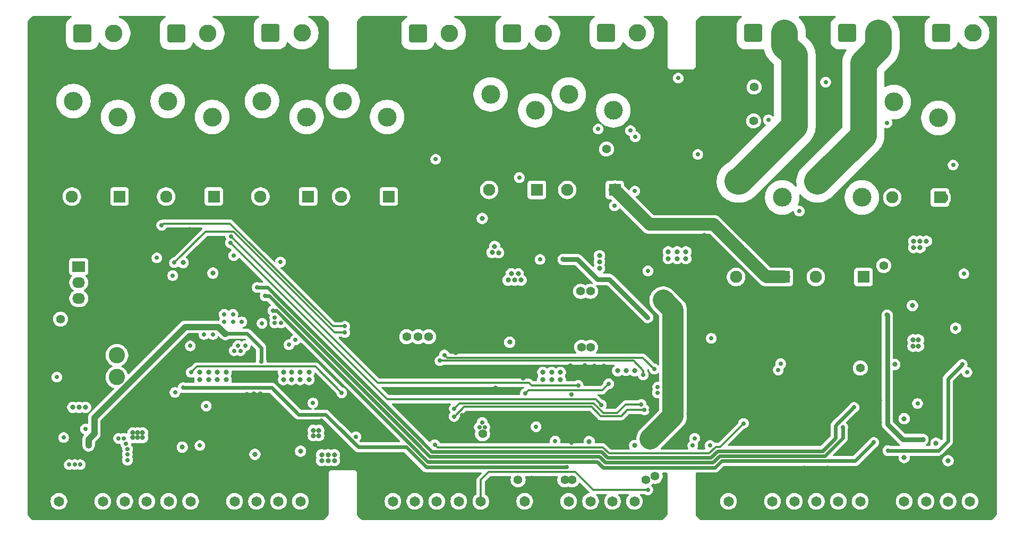
<source format=gbr>
G04 #@! TF.GenerationSoftware,KiCad,Pcbnew,9.0.4*
G04 #@! TF.CreationDate,2025-10-15T13:49:24+02:00*
G04 #@! TF.ProjectId,io-gateway,696f2d67-6174-4657-9761-792e6b696361,rev?*
G04 #@! TF.SameCoordinates,Original*
G04 #@! TF.FileFunction,Copper,L3,Inr*
G04 #@! TF.FilePolarity,Positive*
%FSLAX46Y46*%
G04 Gerber Fmt 4.6, Leading zero omitted, Abs format (unit mm)*
G04 Created by KiCad (PCBNEW 9.0.4) date 2025-10-15 13:49:24*
%MOMM*%
%LPD*%
G01*
G04 APERTURE LIST*
G04 Aperture macros list*
%AMRoundRect*
0 Rectangle with rounded corners*
0 $1 Rounding radius*
0 $2 $3 $4 $5 $6 $7 $8 $9 X,Y pos of 4 corners*
0 Add a 4 corners polygon primitive as box body*
4,1,4,$2,$3,$4,$5,$6,$7,$8,$9,$2,$3,0*
0 Add four circle primitives for the rounded corners*
1,1,$1+$1,$2,$3*
1,1,$1+$1,$4,$5*
1,1,$1+$1,$6,$7*
1,1,$1+$1,$8,$9*
0 Add four rect primitives between the rounded corners*
20,1,$1+$1,$2,$3,$4,$5,0*
20,1,$1+$1,$4,$5,$6,$7,0*
20,1,$1+$1,$6,$7,$8,$9,0*
20,1,$1+$1,$8,$9,$2,$3,0*%
G04 Aperture macros list end*
G04 #@! TA.AperFunction,ComponentPad*
%ADD10C,4.200000*%
G04 #@! TD*
G04 #@! TA.AperFunction,ComponentPad*
%ADD11R,1.950000X1.950000*%
G04 #@! TD*
G04 #@! TA.AperFunction,ComponentPad*
%ADD12C,1.950000*%
G04 #@! TD*
G04 #@! TA.AperFunction,ComponentPad*
%ADD13C,3.000000*%
G04 #@! TD*
G04 #@! TA.AperFunction,ComponentPad*
%ADD14C,1.650000*%
G04 #@! TD*
G04 #@! TA.AperFunction,ComponentPad*
%ADD15RoundRect,0.250001X-1.149999X-1.149999X1.149999X-1.149999X1.149999X1.149999X-1.149999X1.149999X0*%
G04 #@! TD*
G04 #@! TA.AperFunction,ComponentPad*
%ADD16C,2.800000*%
G04 #@! TD*
G04 #@! TA.AperFunction,ComponentPad*
%ADD17C,2.600000*%
G04 #@! TD*
G04 #@! TA.AperFunction,ComponentPad*
%ADD18R,2.030000X1.730000*%
G04 #@! TD*
G04 #@! TA.AperFunction,ComponentPad*
%ADD19O,2.030000X1.730000*%
G04 #@! TD*
G04 #@! TA.AperFunction,ViaPad*
%ADD20C,0.700000*%
G04 #@! TD*
G04 #@! TA.AperFunction,ViaPad*
%ADD21C,0.800000*%
G04 #@! TD*
G04 #@! TA.AperFunction,ViaPad*
%ADD22C,1.400000*%
G04 #@! TD*
G04 #@! TA.AperFunction,Conductor*
%ADD23C,0.600000*%
G04 #@! TD*
G04 #@! TA.AperFunction,Conductor*
%ADD24C,4.200000*%
G04 #@! TD*
G04 #@! TA.AperFunction,Conductor*
%ADD25C,2.000000*%
G04 #@! TD*
G04 #@! TA.AperFunction,Conductor*
%ADD26C,1.400000*%
G04 #@! TD*
G04 #@! TA.AperFunction,Conductor*
%ADD27C,0.800000*%
G04 #@! TD*
G04 #@! TA.AperFunction,Conductor*
%ADD28C,3.400000*%
G04 #@! TD*
G04 #@! TA.AperFunction,Conductor*
%ADD29C,0.300000*%
G04 #@! TD*
G04 #@! TA.AperFunction,Conductor*
%ADD30C,1.000000*%
G04 #@! TD*
G04 APERTURE END LIST*
D10*
X200676000Y-112945000D03*
X113666000Y-112945000D03*
X200676000Y-63205000D03*
X113666000Y-63205000D03*
D11*
X170799000Y-90424000D03*
D12*
X163199000Y-90424000D03*
D13*
X170549000Y-77724000D03*
X163449000Y-75184000D03*
D14*
X55250000Y-126250000D03*
X58750000Y-126250000D03*
X62250000Y-126250000D03*
X65750000Y-126250000D03*
X69250000Y-126250000D03*
X72750000Y-126250000D03*
X76250000Y-126250000D03*
X79750000Y-126250000D03*
X83250000Y-126250000D03*
X86750000Y-126250000D03*
X90250000Y-126250000D03*
X93750000Y-126250000D03*
D15*
X195933000Y-51433000D03*
D16*
X200933000Y-51433000D03*
D15*
X89000000Y-51433000D03*
D16*
X94000000Y-51433000D03*
D11*
X195703000Y-77724000D03*
D12*
X188103000Y-77724000D03*
D13*
X195453000Y-65024000D03*
X188353000Y-62484000D03*
D11*
X183511000Y-90424000D03*
D12*
X175911000Y-90424000D03*
D13*
X183261000Y-77724000D03*
X176161000Y-75184000D03*
D15*
X142500000Y-51433000D03*
D16*
X147500000Y-51433000D03*
D15*
X165950000Y-51450000D03*
D16*
X170950000Y-51450000D03*
D15*
X127500000Y-51500000D03*
D16*
X132500000Y-51500000D03*
D11*
X143881000Y-76510000D03*
D12*
X136281000Y-76510000D03*
D13*
X143631000Y-63810000D03*
X136531000Y-61270000D03*
D14*
X162000000Y-126250000D03*
X165500000Y-126250000D03*
X169000000Y-126250000D03*
X172500000Y-126250000D03*
X176000000Y-126250000D03*
X179500000Y-126250000D03*
X183000000Y-126250000D03*
X186500000Y-126250000D03*
X190000000Y-126250000D03*
X193500000Y-126250000D03*
X197000000Y-126250000D03*
X200500000Y-126250000D03*
D15*
X180900000Y-51450000D03*
D16*
X185900000Y-51450000D03*
D15*
X112500000Y-51500000D03*
D16*
X117500000Y-51500000D03*
D14*
X108500000Y-126250000D03*
X112000000Y-126250000D03*
X115500000Y-126250000D03*
X119000000Y-126250000D03*
X122500000Y-126250000D03*
X126000000Y-126250000D03*
X129500000Y-126250000D03*
X133000000Y-126250000D03*
X136500000Y-126250000D03*
X140000000Y-126250000D03*
X143500000Y-126250000D03*
X147000000Y-126250000D03*
D11*
X64918400Y-77571600D03*
D12*
X57318400Y-77571600D03*
D13*
X64668400Y-64871600D03*
X57568400Y-62331600D03*
D11*
X107832400Y-77571600D03*
D12*
X100232400Y-77571600D03*
D13*
X107582400Y-64871600D03*
X100482400Y-62331600D03*
D15*
X59000000Y-51500000D03*
D16*
X64000000Y-51500000D03*
D17*
X64516000Y-106426000D03*
X64516000Y-102926000D03*
D11*
X79943200Y-77571600D03*
D12*
X72343200Y-77571600D03*
D13*
X79693200Y-64871600D03*
X72593200Y-62331600D03*
D11*
X131441000Y-76510000D03*
D12*
X123841000Y-76510000D03*
D13*
X131191000Y-63810000D03*
X124091000Y-61270000D03*
D15*
X73994000Y-51500000D03*
D16*
X78994000Y-51500000D03*
D18*
X58420000Y-88773000D03*
D19*
X58420000Y-91313000D03*
X58420000Y-93853000D03*
D11*
X94980000Y-77571600D03*
D12*
X87380000Y-77571600D03*
D13*
X94730000Y-64871600D03*
X87630000Y-62331600D03*
D20*
X55491271Y-111356561D03*
D21*
X61168118Y-110174330D03*
X108740000Y-108670000D03*
D22*
X142544800Y-70002400D03*
X55500000Y-97150000D03*
X166000000Y-65500000D03*
D20*
X83122000Y-86995000D03*
D22*
X166065200Y-60096400D03*
D20*
X70866000Y-87376000D03*
X173274183Y-79920219D03*
D21*
X58477000Y-111239000D03*
X57461000Y-111239000D03*
X59506000Y-111252000D03*
X79121000Y-105664000D03*
X80518000Y-105664000D03*
X81915000Y-106807000D03*
X80518000Y-106807000D03*
X77724000Y-106807000D03*
X79121000Y-106807000D03*
X77724000Y-105664000D03*
X81915000Y-105664000D03*
X86500000Y-118750000D03*
X95808800Y-114909600D03*
X96672400Y-114909600D03*
X96672400Y-115773200D03*
X95808800Y-115773200D03*
X91059000Y-106807000D03*
X92329000Y-105664000D03*
X93726000Y-105664000D03*
X91059000Y-105664000D03*
X95123000Y-105664000D03*
X95123000Y-106807000D03*
X92329000Y-106807000D03*
X93726000Y-106807000D03*
X93764972Y-118235600D03*
D20*
X102583600Y-115921000D03*
D21*
X147025000Y-117337071D03*
X188499600Y-104394000D03*
D22*
X183000000Y-104971200D03*
X186740800Y-88595200D03*
D21*
X147015200Y-105410000D03*
X145643600Y-105359200D03*
X144322800Y-105410000D03*
X139791000Y-116700000D03*
X128930400Y-90932000D03*
D22*
X138430000Y-92710000D03*
X140000000Y-92710000D03*
D21*
X127889000Y-90932000D03*
D22*
X138577600Y-101628400D03*
D21*
X126847600Y-90932000D03*
X127355600Y-89916000D03*
X128473200Y-89916000D03*
D22*
X140000000Y-101650800D03*
D21*
X133793000Y-106795000D03*
X132396000Y-106795000D03*
X132396000Y-105652000D03*
X133793000Y-105652000D03*
X135190000Y-106795000D03*
X135190000Y-105652000D03*
X99161600Y-118821200D03*
X74916000Y-117602000D03*
X97129600Y-118821200D03*
X97129600Y-119735600D03*
X98145600Y-119735600D03*
X99161600Y-119735600D03*
X98145600Y-118821200D03*
D20*
X54921000Y-106413000D03*
D21*
X195072000Y-116967000D03*
X197000000Y-119761000D03*
X187285800Y-96506200D03*
X192991000Y-116382800D03*
X155194000Y-87477600D03*
X153797000Y-87477600D03*
X153797000Y-86410800D03*
X152400000Y-87477600D03*
X155194000Y-86410800D03*
X152400000Y-86410800D03*
X135636000Y-87630000D03*
X149098000Y-96901000D03*
D22*
X114198400Y-99974400D03*
X110693200Y-99974400D03*
X112522000Y-99974400D03*
D21*
X191312800Y-94996000D03*
X190000000Y-113038000D03*
X190000000Y-119253000D03*
X123063000Y-88900000D03*
D20*
X195199000Y-86995000D03*
X80450000Y-114300000D03*
D21*
X71050000Y-92350000D03*
X167400000Y-116000000D03*
D20*
X148150000Y-112850000D03*
X139900000Y-86100000D03*
D21*
X203950000Y-70400000D03*
D20*
X80450000Y-115189000D03*
X147955000Y-109600000D03*
D21*
X159500000Y-60000000D03*
D20*
X131550000Y-85650000D03*
D21*
X125500000Y-105000000D03*
X181049400Y-102666800D03*
X87503000Y-56642000D03*
X76550000Y-119800000D03*
X148336000Y-74930000D03*
X104140000Y-52578000D03*
X185100000Y-100457000D03*
X157886400Y-127660400D03*
X186055000Y-113665000D03*
D20*
X133400800Y-112318800D03*
D21*
X83312000Y-56769000D03*
D20*
X119381600Y-114743400D03*
D21*
X154559000Y-65532000D03*
D20*
X80450000Y-116078000D03*
D21*
X125500000Y-106000000D03*
X158000000Y-56500000D03*
X161798000Y-78867000D03*
X83820000Y-51689000D03*
X159766000Y-90424000D03*
X203850000Y-99900000D03*
X73279000Y-122555000D03*
X80200000Y-91200000D03*
X157500000Y-106021520D03*
D20*
X142087600Y-106019600D03*
D21*
X138303000Y-127635000D03*
X140589000Y-96012000D03*
D20*
X79561000Y-115189000D03*
X126250000Y-112300000D03*
D21*
X189611000Y-84836000D03*
X109450000Y-75450000D03*
X147900000Y-58850000D03*
X100000000Y-91600000D03*
D20*
X133450000Y-84800000D03*
D21*
X191650000Y-119500000D03*
D20*
X78500000Y-113800000D03*
D21*
X67500000Y-98500000D03*
X73400000Y-84200000D03*
X199898000Y-84963000D03*
D20*
X70550000Y-113700000D03*
X71450000Y-113700000D03*
X124256800Y-83515200D03*
D21*
X140500000Y-94500000D03*
D20*
X72333022Y-113677667D03*
D21*
X174150000Y-120950000D03*
X189230000Y-66040000D03*
X65150000Y-81800000D03*
X177800000Y-120950000D03*
D20*
X131572000Y-84836000D03*
D21*
X160800000Y-112200000D03*
D20*
X194056000Y-86969600D03*
D21*
X161290000Y-52832000D03*
X136271000Y-50546000D03*
X138000000Y-124600000D03*
X122047000Y-52705000D03*
X127500000Y-94500000D03*
D20*
X79561000Y-116078000D03*
D21*
X129000000Y-96000000D03*
X99250000Y-92550000D03*
X94600000Y-109800000D03*
X106500000Y-106000000D03*
X103759000Y-124079000D03*
X154500000Y-60000000D03*
X74400000Y-127600000D03*
X66802000Y-104902000D03*
X104140000Y-50419000D03*
X77350000Y-120350000D03*
X188341000Y-127635000D03*
X87500000Y-85000000D03*
D20*
X147320000Y-84683600D03*
D21*
X64008000Y-127600000D03*
X69000000Y-50500000D03*
X158242000Y-107188000D03*
D20*
X130429000Y-89281000D03*
D21*
X190093600Y-99161600D03*
X91800000Y-88000000D03*
X83439000Y-62103000D03*
X139700000Y-65659000D03*
X81600000Y-114200000D03*
X115189000Y-93726000D03*
X136271000Y-52705000D03*
X83500000Y-80000000D03*
D20*
X142087600Y-104597200D03*
D21*
X104500000Y-84500000D03*
X198501000Y-97028000D03*
X193751200Y-100584000D03*
X189230000Y-68199000D03*
X61150000Y-80150000D03*
X198250000Y-70900000D03*
X158242000Y-115189000D03*
X66802000Y-103700000D03*
X202819000Y-118364000D03*
X97950000Y-93250000D03*
X185801000Y-96266000D03*
X76550000Y-120850000D03*
X179959000Y-95123000D03*
X158242000Y-114050000D03*
X100800000Y-87200000D03*
X186700000Y-80150000D03*
X150977600Y-50673000D03*
X196850000Y-101600000D03*
X71900000Y-111100000D03*
D20*
X139039600Y-104546400D03*
D21*
X68730000Y-76440000D03*
X136779000Y-101700000D03*
X161290000Y-50800000D03*
D20*
X140563600Y-104597200D03*
X78799000Y-115650000D03*
D21*
X86800000Y-93500000D03*
X137058400Y-81788000D03*
X203850000Y-102850000D03*
X199898000Y-81534000D03*
X120500000Y-80000000D03*
X176350000Y-96800000D03*
X193903600Y-94945200D03*
X79500000Y-69000000D03*
X127500000Y-67000000D03*
X108450000Y-116200000D03*
X188000000Y-117000000D03*
X161500000Y-56500000D03*
X52070000Y-96012000D03*
X103632000Y-113741200D03*
D20*
X125100000Y-81800000D03*
D21*
X97282000Y-50292000D03*
D20*
X134400000Y-114150000D03*
D21*
X51943000Y-91059000D03*
X100500000Y-80000000D03*
X203900000Y-76550000D03*
X123775000Y-124425000D03*
X104775000Y-122936000D03*
X81280000Y-123952000D03*
X106553000Y-127381000D03*
X102514400Y-95554800D03*
X104775000Y-112776000D03*
X99250000Y-94000000D03*
X199898000Y-83185000D03*
X198750000Y-123000000D03*
X174371000Y-101854000D03*
D20*
X135400000Y-114150000D03*
D21*
X184531000Y-127635000D03*
D20*
X134416800Y-113250000D03*
D21*
X52070000Y-66675000D03*
X203073000Y-109347000D03*
D20*
X124150000Y-81800000D03*
D21*
X71120000Y-117602000D03*
X191750000Y-123300000D03*
X87350000Y-109100000D03*
X110236000Y-90424000D03*
X195834000Y-100584000D03*
X150000000Y-60000000D03*
X203850000Y-92900000D03*
X83250002Y-93500000D03*
X98450000Y-58850000D03*
D20*
X135382000Y-113250000D03*
D21*
X124841000Y-108204000D03*
X175768000Y-50800000D03*
D20*
X125476000Y-83464400D03*
D21*
X195250000Y-119500000D03*
D20*
X154150000Y-117450000D03*
D21*
X124104400Y-127660400D03*
X125025000Y-123075000D03*
X69977000Y-117602000D03*
D20*
X126238000Y-84124800D03*
D21*
X162000000Y-104000000D03*
X57350000Y-96200000D03*
X125476000Y-64770000D03*
X188671200Y-99161600D03*
X164400000Y-116000000D03*
X194767200Y-101549200D03*
X51943000Y-75184000D03*
D20*
X78799000Y-114681000D03*
D21*
X181051200Y-99314000D03*
X61750000Y-106850000D03*
X91000000Y-80000000D03*
X167640000Y-127635000D03*
X57404000Y-124587000D03*
X116000000Y-106000000D03*
X118500000Y-100500000D03*
X108500000Y-85000000D03*
X188595000Y-90170000D03*
X120500000Y-116000000D03*
X104775000Y-121920000D03*
D20*
X136950000Y-116850000D03*
D21*
X97050000Y-113400000D03*
X192836800Y-94945200D03*
X96500000Y-85000000D03*
D20*
X124850000Y-82700000D03*
D21*
X198750000Y-119500000D03*
D20*
X145550000Y-109650000D03*
D21*
X103759000Y-121920000D03*
X127711200Y-127660400D03*
X81400000Y-90200000D03*
D20*
X147955000Y-107823000D03*
D21*
X87350000Y-110100000D03*
X102463600Y-112014000D03*
X71018400Y-118745000D03*
D20*
X73279000Y-113665000D03*
D21*
X190754000Y-52705000D03*
X95885000Y-127635000D03*
X195935600Y-95910400D03*
X127500000Y-96000000D03*
X58800000Y-83400000D03*
X123500000Y-74000000D03*
X197002400Y-94945200D03*
X110236000Y-93853000D03*
X68707000Y-67310000D03*
X151072662Y-127765400D03*
X123190000Y-95123000D03*
D20*
X135382000Y-112318800D03*
D21*
X203850000Y-96900000D03*
X189611000Y-83312000D03*
D20*
X120550000Y-114743400D03*
D21*
X68834000Y-118745000D03*
X193548000Y-110642400D03*
X59182000Y-97663000D03*
X69950000Y-81000000D03*
X64500000Y-69000000D03*
X170815000Y-127635000D03*
X194919600Y-95910400D03*
X108000000Y-80000000D03*
X138430000Y-50546000D03*
X137000000Y-96000000D03*
X60100000Y-104850000D03*
X85250000Y-109150000D03*
D20*
X132588000Y-83947000D03*
D21*
X155321000Y-79700000D03*
X84963000Y-127635000D03*
X158115000Y-83820000D03*
D20*
X133450000Y-85650000D03*
D21*
X188671200Y-100888800D03*
X176311745Y-58693302D03*
D20*
X126250000Y-113100000D03*
D21*
X106600000Y-100400000D03*
X106000000Y-91200000D03*
X174371000Y-104521000D03*
X185500000Y-119500000D03*
D20*
X119550000Y-112500000D03*
D21*
X60325000Y-122936000D03*
D20*
X148336000Y-86461600D03*
D21*
X101700000Y-100450000D03*
X155738600Y-113284000D03*
X52000000Y-50500000D03*
D20*
X139649200Y-84124800D03*
D21*
X83820000Y-50546000D03*
X181500000Y-123000000D03*
X181950000Y-85900000D03*
X185500000Y-123000000D03*
X196000000Y-73000000D03*
X146812000Y-72263000D03*
X192405000Y-74295000D03*
X115824000Y-77086000D03*
X160147000Y-122936000D03*
X91800000Y-86800000D03*
X194919600Y-94945200D03*
X151000000Y-125000000D03*
D20*
X130429000Y-90297000D03*
D21*
X91998800Y-127558800D03*
X157937200Y-52832000D03*
D20*
X78500000Y-112200000D03*
D21*
X67600000Y-127600000D03*
X117500000Y-77000000D03*
X174371000Y-103251000D03*
X157988000Y-75057000D03*
X203900000Y-83300000D03*
D20*
X147320000Y-85572600D03*
D21*
X120269000Y-94107000D03*
X79150000Y-117300000D03*
X167500000Y-123000000D03*
X194767200Y-100584000D03*
X73279000Y-124333000D03*
X131114800Y-127660400D03*
X163500000Y-60000000D03*
D20*
X134000000Y-90500000D03*
D21*
X102514400Y-96570800D03*
X134924800Y-127660400D03*
X130600000Y-122600000D03*
D20*
X75300000Y-106650000D03*
D21*
X65500000Y-89000000D03*
X200279000Y-71628000D03*
X198272400Y-108356400D03*
X66850000Y-102250000D03*
X155702000Y-112268000D03*
X103632000Y-112776000D03*
X119400000Y-116000000D03*
D20*
X140716000Y-84124800D03*
D21*
X70967600Y-127600000D03*
X102950000Y-110950000D03*
X120269000Y-92964000D03*
X117297200Y-127609600D03*
X198882000Y-127635000D03*
D20*
X133400800Y-113250000D03*
D21*
X160000000Y-104000000D03*
D20*
X133000000Y-89500000D03*
X196215000Y-85979000D03*
D21*
X122047000Y-50546000D03*
X51944074Y-84074000D03*
X81400000Y-91200000D03*
X60325000Y-124587000D03*
X120269000Y-95377000D03*
X167400000Y-113000000D03*
D20*
X52222400Y-98196400D03*
D21*
X98100000Y-108816000D03*
X188671200Y-97637600D03*
X162900000Y-95450000D03*
X197002400Y-95961200D03*
X161800000Y-88400000D03*
D20*
X124724000Y-91004991D03*
D21*
X200660000Y-67310000D03*
X72000000Y-85500000D03*
X103632000Y-111963200D03*
X135128000Y-65659000D03*
X164600000Y-123000000D03*
X125025000Y-124400000D03*
X178562000Y-89535000D03*
X57350000Y-98900000D03*
X155300000Y-78400000D03*
D20*
X137000000Y-109208800D03*
D21*
X202819000Y-122682000D03*
X177698400Y-127609600D03*
X61700000Y-105900000D03*
X123750000Y-123075000D03*
X141859000Y-127635000D03*
X188000000Y-123000000D03*
X103000000Y-67500000D03*
X105664000Y-119126000D03*
X76130000Y-82860000D03*
X121793000Y-88900000D03*
X155321000Y-76835000D03*
D20*
X135400000Y-115250000D03*
D21*
X193751200Y-101549200D03*
X98095011Y-57468066D03*
D20*
X120550000Y-113575000D03*
X122682000Y-65024000D03*
X134000000Y-89500000D03*
D21*
X60850000Y-106850000D03*
D20*
X119381600Y-113524200D03*
D21*
X191770000Y-127635000D03*
X60600000Y-72200000D03*
X94600000Y-108550000D03*
X97950000Y-94600000D03*
X86350000Y-110100000D03*
X196000000Y-75500000D03*
X99200000Y-95400000D03*
X172500000Y-86200000D03*
D20*
X133400000Y-114200000D03*
D21*
X167513000Y-99949000D03*
X102463600Y-112826800D03*
X108077000Y-52578000D03*
X60000000Y-106850000D03*
X104775000Y-113741200D03*
D20*
X162250000Y-66000000D03*
D21*
X153162000Y-76835000D03*
D20*
X124917200Y-84175600D03*
D21*
X181229000Y-127635000D03*
D20*
X133451600Y-83921600D03*
D21*
X200200000Y-103400000D03*
X160223200Y-127660400D03*
X111250000Y-71750000D03*
X127500000Y-74000000D03*
X203073000Y-58928000D03*
X195326000Y-127635000D03*
X85217000Y-92202000D03*
X93850392Y-110700958D03*
X68848328Y-117553805D03*
X52200000Y-122936000D03*
X202184000Y-59944000D03*
X186099600Y-110134400D03*
X175768000Y-52959000D03*
X118237000Y-88900000D03*
X111250000Y-67400000D03*
D20*
X134416800Y-112318800D03*
D21*
X131500000Y-74000000D03*
X151079200Y-52781200D03*
D20*
X52451000Y-110794800D03*
X130550000Y-85650000D03*
D21*
X162500000Y-60000000D03*
X73500000Y-80000000D03*
X66400000Y-100300000D03*
X113919000Y-127508000D03*
X66200000Y-93300000D03*
X195250000Y-123000000D03*
X163525200Y-127660400D03*
D20*
X149553974Y-111614024D03*
X120550000Y-112559000D03*
D21*
X193903600Y-95910400D03*
X188000000Y-119500000D03*
X158242000Y-112800000D03*
D20*
X148336000Y-83794600D03*
D21*
X120500000Y-85500000D03*
X196850000Y-100584000D03*
X103759000Y-96520000D03*
X123190000Y-93472000D03*
D20*
X131572000Y-82956400D03*
D21*
X192836800Y-95910400D03*
X57404000Y-122936000D03*
X144145000Y-73660000D03*
X202819000Y-127508000D03*
D20*
X195199000Y-85979000D03*
D21*
X120751600Y-127660400D03*
D20*
X148336000Y-84683600D03*
D21*
X202819000Y-117094000D03*
X119380000Y-67437000D03*
D20*
X194056000Y-85979000D03*
D21*
X106425000Y-122275000D03*
D20*
X130556000Y-83947000D03*
D21*
X160500000Y-60000000D03*
X157886400Y-50800000D03*
D20*
X148336000Y-85572600D03*
D21*
X190093600Y-97637600D03*
X52324000Y-118237000D03*
X85250000Y-110100000D03*
X112000000Y-80000000D03*
X173101000Y-94361000D03*
X136779000Y-104600000D03*
X129284200Y-105000000D03*
X118500000Y-102500000D03*
X63000000Y-96500000D03*
X83250002Y-92400000D03*
X115189000Y-90424000D03*
X106650000Y-73000000D03*
X166450000Y-79550000D03*
X195935600Y-94945200D03*
D20*
X133000000Y-90500000D03*
D21*
X152019000Y-65532000D03*
D20*
X78500000Y-113000000D03*
D21*
X72136000Y-57404000D03*
X179578000Y-104648000D03*
X153289000Y-65532000D03*
X57150000Y-127600000D03*
X104775000Y-124079000D03*
X66500000Y-73500000D03*
X52200000Y-127600000D03*
X81600000Y-117303399D03*
X102463600Y-113792000D03*
X90500000Y-68000000D03*
X88519000Y-127508000D03*
D20*
X147950000Y-108650000D03*
D21*
X60850000Y-105900000D03*
X161500000Y-60000000D03*
X203750000Y-88570000D03*
X123190000Y-96139000D03*
X190754000Y-50546000D03*
X103759000Y-95504000D03*
X103759000Y-122936000D03*
X195000000Y-115000000D03*
D20*
X132588000Y-84836000D03*
D21*
X81407000Y-127635000D03*
X69951600Y-118745000D03*
X85000000Y-93500000D03*
X145415000Y-127635000D03*
X103936800Y-127406400D03*
X167500000Y-95500000D03*
X155738600Y-114300000D03*
X68707000Y-57404000D03*
X138430000Y-52705000D03*
X193300000Y-70850000D03*
D20*
X132600000Y-85650000D03*
D21*
X78232000Y-124079000D03*
X160600000Y-116000000D03*
X203950000Y-67200000D03*
X127500000Y-93000000D03*
X174294800Y-127609600D03*
X110236000Y-127508000D03*
D20*
X139649200Y-85140800D03*
D21*
X198272400Y-109423200D03*
X78232000Y-127635000D03*
X70500000Y-84000000D03*
X163957000Y-83058000D03*
X86350000Y-109100000D03*
X108077000Y-50419000D03*
X157861000Y-122936000D03*
X194513200Y-110642400D03*
D20*
X79561000Y-114300000D03*
D21*
X181229000Y-92456000D03*
X173970000Y-78700000D03*
X195834000Y-101600000D03*
X137000000Y-94000000D03*
D20*
X131572000Y-83947000D03*
D21*
X129259261Y-106564870D03*
X60400000Y-127600000D03*
X51943000Y-59436000D03*
D20*
X130556000Y-84836000D03*
X73761600Y-108864400D03*
X78740000Y-111048600D03*
X95750000Y-110550000D03*
X185166000Y-116840000D03*
X89357200Y-95808800D03*
X180200000Y-114400000D03*
X88138000Y-93472000D03*
D21*
X67056000Y-116078000D03*
X67818000Y-116078000D03*
X68580000Y-115316000D03*
X67056000Y-115316000D03*
X67818000Y-115316000D03*
X68580000Y-116078000D03*
D20*
X77724000Y-117348000D03*
X86868000Y-92100400D03*
X182000000Y-111252000D03*
X177477028Y-59301141D03*
D22*
X137058400Y-122834400D03*
X128444800Y-122825000D03*
X148834400Y-122834400D03*
X135908397Y-122834400D03*
X150284403Y-122253000D03*
X122783600Y-115468400D03*
D20*
X123139200Y-114401600D03*
X122275600Y-114401600D03*
D21*
X127101600Y-100838000D03*
D20*
X122732800Y-113639600D03*
D21*
X150876000Y-93587000D03*
X151954000Y-93587000D03*
X152088923Y-105125000D03*
X152843000Y-94615000D03*
X148636400Y-117250000D03*
X150100000Y-116350000D03*
X149250000Y-116350000D03*
X151923896Y-94600071D03*
X150400000Y-117250000D03*
X150874052Y-94618319D03*
X152843000Y-93587000D03*
X149500000Y-117250000D03*
D20*
X131318000Y-114350800D03*
X134355046Y-116642400D03*
X159050000Y-117350000D03*
X156300000Y-117350000D03*
D21*
X124307600Y-86512400D03*
X125349000Y-86537800D03*
X124721216Y-85547295D03*
X122732800Y-81076800D03*
X141427200Y-87020400D03*
X141427200Y-89001600D03*
X141427200Y-87985600D03*
D20*
X131953000Y-87630000D03*
X149148800Y-89458800D03*
D21*
X191516000Y-85725000D03*
X193548000Y-84709000D03*
X192532000Y-84709000D03*
X191516000Y-84709000D03*
X192532000Y-85725000D03*
X191389000Y-101473000D03*
X198200000Y-98600000D03*
X192278000Y-100457000D03*
X191389000Y-100457000D03*
X192278000Y-101473000D03*
D20*
X192125600Y-110642400D03*
X157099000Y-70866000D03*
X197800000Y-72550000D03*
X128651000Y-74549000D03*
X141224000Y-66802000D03*
X82600800Y-84988400D03*
X141730025Y-110843002D03*
X146354800Y-67056000D03*
X82651600Y-83921600D03*
X138023600Y-107737000D03*
X187248306Y-65805092D03*
X147116800Y-68042800D03*
X168341626Y-65341626D03*
X153974800Y-58674000D03*
X187401200Y-118160800D03*
X199263000Y-104394000D03*
X136200000Y-120800000D03*
X75070000Y-108102400D03*
X159258000Y-100228400D03*
X115316000Y-71628000D03*
X150653753Y-108919239D03*
X66180000Y-119680000D03*
X59499002Y-114700000D03*
X65900000Y-117050000D03*
X84963000Y-101400000D03*
X64770000Y-116205000D03*
X78400000Y-99600000D03*
X84200000Y-102200000D03*
X56896000Y-120396000D03*
X83000000Y-96400000D03*
X92964000Y-100457000D03*
X91948000Y-101244400D03*
X65609644Y-116180736D03*
X83200000Y-102200000D03*
X90678000Y-97790000D03*
X76200000Y-101432400D03*
X79800000Y-99600000D03*
X66200000Y-117900000D03*
X58674000Y-120396000D03*
X56007000Y-116078000D03*
X89662000Y-97790000D03*
X83800000Y-101400000D03*
X84400000Y-97600000D03*
X66167000Y-118750000D03*
X83000000Y-97600000D03*
X87630000Y-97840800D03*
X57785000Y-120396000D03*
X81600000Y-96400000D03*
X81600000Y-97600000D03*
X89662000Y-96901000D03*
X73400000Y-90200000D03*
D21*
X79800000Y-89800000D03*
X75057000Y-88138000D03*
D20*
X90570000Y-88030000D03*
X164400000Y-113800000D03*
X115163600Y-117195600D03*
X100330000Y-108915200D03*
X76327000Y-105664000D03*
X129615000Y-109016800D03*
X150712000Y-108021124D03*
X142884000Y-107492800D03*
X143827500Y-79057500D03*
X147066000Y-76708000D03*
X200000000Y-105650000D03*
X199517000Y-89916000D03*
X170307000Y-104267000D03*
X100838000Y-98298000D03*
X71628000Y-82169000D03*
X73660000Y-88138000D03*
X100838000Y-99314000D03*
X169926000Y-105283000D03*
X148600000Y-111650000D03*
X118249000Y-112700236D03*
X149125000Y-124425000D03*
X156600000Y-116175000D03*
X118287500Y-111437500D03*
X148091482Y-110780373D03*
X116700000Y-102875000D03*
X150175000Y-105125000D03*
X148408749Y-106038454D03*
X116000000Y-103800000D03*
X87503000Y-103936800D03*
X81788000Y-99466400D03*
X59994800Y-117297200D03*
D23*
X88523971Y-92100400D02*
X86868000Y-92100400D01*
X114723571Y-118300000D02*
X88523971Y-92100400D01*
X117888654Y-118300000D02*
X114723571Y-118300000D01*
X117889654Y-118301000D02*
X117888654Y-118300000D01*
X141730346Y-118301000D02*
X117889654Y-118301000D01*
X159169654Y-119251000D02*
X142680346Y-119251000D01*
X177009786Y-118200000D02*
X160220654Y-118200000D01*
X179050000Y-116159786D02*
X177009786Y-118200000D01*
X142680346Y-119251000D02*
X141730346Y-118301000D01*
X179050000Y-114150000D02*
X179050000Y-116159786D01*
X181948000Y-111252000D02*
X179050000Y-114150000D01*
X160220654Y-118200000D02*
X159169654Y-119251000D01*
X182000000Y-111252000D02*
X181948000Y-111252000D01*
D24*
X183502000Y-56247510D02*
X185900000Y-53849510D01*
X185900000Y-53849510D02*
X185900000Y-51450000D01*
X176161000Y-75184000D02*
X183502000Y-67843000D01*
X183502000Y-67843000D02*
X183502000Y-56247510D01*
X172540000Y-55035716D02*
X170950000Y-53445716D01*
X172540000Y-66377257D02*
X172540000Y-55035716D01*
X163733257Y-75184000D02*
X172540000Y-66377257D01*
X163449000Y-75184000D02*
X163733257Y-75184000D01*
X170950000Y-53445716D02*
X170950000Y-51450000D01*
D25*
X163893500Y-86296500D02*
X168021000Y-90424000D01*
X163893500Y-86296500D02*
X159639000Y-82042000D01*
X168021000Y-90424000D02*
X170799000Y-90424000D01*
X149413000Y-82042000D02*
X143881000Y-76510000D01*
D26*
X196211000Y-77891265D02*
X196211000Y-77597000D01*
D25*
X159639000Y-82042000D02*
X149413000Y-82042000D01*
D27*
X187299600Y-113899600D02*
X187299600Y-96520000D01*
X189782800Y-116382800D02*
X187299600Y-113899600D01*
X187299600Y-96520000D02*
X187285800Y-96506200D01*
X192991000Y-116382800D02*
X189782800Y-116382800D01*
X135636000Y-87630000D02*
X137922000Y-87630000D01*
X137922000Y-87630000D02*
X141097000Y-90805000D01*
X141097000Y-90805000D02*
X143002000Y-90805000D01*
X143002000Y-90805000D02*
X149098000Y-96901000D01*
D23*
X116682775Y-119903000D02*
X141066775Y-119903000D01*
X89966800Y-95808800D02*
X114060001Y-119902000D01*
X160884226Y-119802000D02*
X182204000Y-119802000D01*
X141066775Y-119903000D02*
X142016777Y-120853000D01*
X159833226Y-120853000D02*
X160884226Y-119802000D01*
X182204000Y-119802000D02*
X185166000Y-116840000D01*
X114060001Y-119902000D02*
X116681774Y-119902000D01*
X89357200Y-95808800D02*
X89966800Y-95808800D01*
X142016777Y-120853000D02*
X159833226Y-120853000D01*
X116681774Y-119902000D02*
X116682775Y-119903000D01*
X159501440Y-120052000D02*
X142348561Y-120052000D01*
X177342571Y-119000000D02*
X160553440Y-119000000D01*
X114391786Y-119101000D02*
X88762786Y-93472000D01*
X160553440Y-119000000D02*
X159501440Y-120052000D01*
X142348561Y-120052000D02*
X141398560Y-119102000D01*
X180200000Y-116142571D02*
X177342571Y-119000000D01*
X180200000Y-114400000D02*
X180200000Y-116142571D01*
X117014560Y-119102000D02*
X117013560Y-119101000D01*
X141398560Y-119102000D02*
X117014560Y-119102000D01*
X88762786Y-93472000D02*
X88138000Y-93472000D01*
X117013560Y-119101000D02*
X114391786Y-119101000D01*
D26*
X129427800Y-126140800D02*
X129525000Y-126238000D01*
D28*
X153163000Y-112672600D02*
X149500000Y-116335600D01*
D27*
X152843000Y-94615000D02*
X152843000Y-93587000D01*
D28*
X151600000Y-94150000D02*
X153163000Y-95713000D01*
X153163000Y-95713000D02*
X153163000Y-112672600D01*
D29*
X141730025Y-110843002D02*
X140837023Y-109950000D01*
X107562400Y-109950000D02*
X82600800Y-84988400D01*
X140837023Y-109950000D02*
X107562400Y-109950000D01*
X141730025Y-110843002D02*
X141619975Y-110953052D01*
X106095800Y-107315000D02*
X130185283Y-107315000D01*
X130185283Y-107315000D02*
X130616283Y-107746000D01*
X130616283Y-107746000D02*
X138014600Y-107746000D01*
X82702400Y-83921600D02*
X106095800Y-107315000D01*
X82651600Y-83921600D02*
X82702400Y-83921600D01*
X138014600Y-107746000D02*
X138023600Y-107737000D01*
D23*
X187401200Y-118160800D02*
X189535150Y-118160800D01*
X190456050Y-118152000D02*
X190464850Y-118160800D01*
X189535150Y-118160800D02*
X189543950Y-118152000D01*
X190464850Y-118160800D02*
X195435250Y-118160800D01*
X196951600Y-106705400D02*
X199263000Y-104394000D01*
X195435250Y-118160800D02*
X196951600Y-116644450D01*
X196951600Y-116644450D02*
X196951600Y-106705400D01*
X189543950Y-118152000D02*
X190456050Y-118152000D01*
X113815000Y-120800000D02*
X110617000Y-117602000D01*
X89179400Y-108102400D02*
X75070000Y-108102400D01*
X102997000Y-117602000D02*
X99711600Y-114316600D01*
X97800000Y-112400000D02*
X93477000Y-112400000D01*
X110617000Y-117602000D02*
X102997000Y-117602000D01*
X99711600Y-114311600D02*
X97800000Y-112400000D01*
X93477000Y-112400000D02*
X89179400Y-108102400D01*
X136200000Y-120800000D02*
X113815000Y-120800000D01*
X99711600Y-114316600D02*
X99711600Y-114311600D01*
D29*
X158900000Y-118600000D02*
X142949999Y-118600000D01*
X160651000Y-117549000D02*
X159951000Y-117549000D01*
X100330000Y-108915200D02*
X96127800Y-104713000D01*
X159951000Y-117549000D02*
X158900000Y-118600000D01*
X118158307Y-117649000D02*
X115617000Y-117649000D01*
X142949999Y-118600000D02*
X141999999Y-117650000D01*
X96127800Y-104713000D02*
X77278000Y-104713000D01*
X77278000Y-104713000D02*
X76327000Y-105664000D01*
X164400000Y-113800000D02*
X160651000Y-117549000D01*
X118159307Y-117650000D02*
X118158307Y-117649000D01*
X115617000Y-117649000D02*
X115163600Y-117195600D01*
X141999999Y-117650000D02*
X118159307Y-117650000D01*
X129615000Y-108992600D02*
X130098800Y-108508800D01*
X141868000Y-108508800D02*
X142884000Y-107492800D01*
X129615000Y-109016800D02*
X129615000Y-108992600D01*
X130098800Y-108508800D02*
X141868000Y-108508800D01*
X98933000Y-98298000D02*
X82525000Y-81890000D01*
X82525000Y-81890000D02*
X71907000Y-81890000D01*
X100838000Y-98298000D02*
X98933000Y-98298000D01*
X71907000Y-81890000D02*
X71628000Y-82169000D01*
X81407000Y-83185000D02*
X78613000Y-83185000D01*
X100838000Y-99314000D02*
X100076000Y-99314000D01*
X99187000Y-99314000D02*
X83185000Y-83312000D01*
X100076000Y-99314000D02*
X99187000Y-99314000D01*
X83058000Y-83185000D02*
X81407000Y-83185000D01*
X78613000Y-83185000D02*
X73660000Y-88138000D01*
X83185000Y-83312000D02*
X83058000Y-83185000D01*
X141650000Y-112650000D02*
X144881364Y-112650000D01*
X118349764Y-112700236D02*
X119900000Y-111150000D01*
X140150000Y-111150000D02*
X141650000Y-112650000D01*
X119900000Y-111150000D02*
X140150000Y-111150000D01*
X144881364Y-112650000D02*
X145881364Y-111650000D01*
X145881364Y-111650000D02*
X148600000Y-111650000D01*
X118249000Y-112700236D02*
X118349764Y-112700236D01*
X122500000Y-122850000D02*
X122500000Y-126250000D01*
X149125000Y-124425000D02*
X140418182Y-124425000D01*
X137568182Y-121575000D02*
X123775000Y-121575000D01*
X123775000Y-121575000D02*
X122500000Y-122850000D01*
X140418182Y-124425000D02*
X137568182Y-121575000D01*
X142044659Y-112149000D02*
X144251000Y-112149000D01*
X118287500Y-111437500D02*
X119125000Y-110600000D01*
X145619627Y-110780373D02*
X148091482Y-110780373D01*
X140495659Y-110600000D02*
X142044659Y-112149000D01*
X119125000Y-110600000D02*
X140495659Y-110600000D01*
X144251000Y-112149000D02*
X145619627Y-110780373D01*
X148350000Y-103300000D02*
X146125000Y-103300000D01*
X119900000Y-103300000D02*
X117125000Y-103300000D01*
X146125000Y-103300000D02*
X119900000Y-103300000D01*
X117125000Y-103300000D02*
X116700000Y-102875000D01*
X150175000Y-105125000D02*
X148350000Y-103300000D01*
X116000000Y-103800000D02*
X146850000Y-103800000D01*
X148408749Y-105358749D02*
X148408749Y-106038454D01*
X146850000Y-103800000D02*
X148408749Y-105358749D01*
D30*
X81788000Y-99515918D02*
X80672082Y-98400000D01*
X59994800Y-116355200D02*
X59994800Y-117297200D01*
X81788000Y-99466400D02*
X81788000Y-99515918D01*
D23*
X87503000Y-103936800D02*
X87503000Y-101703000D01*
D30*
X60900000Y-115450000D02*
X59994800Y-116355200D01*
X75400000Y-98400000D02*
X60900000Y-112900000D01*
D23*
X85266400Y-99466400D02*
X81788000Y-99466400D01*
X87503000Y-101703000D02*
X85266400Y-99466400D01*
D30*
X60900000Y-112900000D02*
X60900000Y-115450000D01*
D27*
X59994800Y-117297200D02*
X60000000Y-117292000D01*
D30*
X80672082Y-98400000D02*
X75400000Y-98400000D01*
G04 #@! TA.AperFunction,Conductor*
G36*
X188000000Y-128000000D02*
G01*
X184800000Y-128000000D01*
X184800000Y-124800000D01*
X188000000Y-124766666D01*
X188000000Y-128000000D01*
G37*
G04 #@! TD.AperFunction*
G04 #@! TA.AperFunction,Conductor*
G36*
X116465689Y-66042000D02*
G01*
X110623689Y-66042000D01*
X110623689Y-60200000D01*
X116465689Y-60200000D01*
X116465689Y-66042000D01*
G37*
G04 #@! TD.AperFunction*
G04 #@! TA.AperFunction,Conductor*
G36*
X203708000Y-66675000D02*
G01*
X197866000Y-66675000D01*
X197866000Y-66352609D01*
X197998135Y-66078229D01*
X198100168Y-65786636D01*
X198168911Y-65485452D01*
X198203500Y-65178465D01*
X198203500Y-64869535D01*
X198168911Y-64562548D01*
X198100168Y-64261364D01*
X197998135Y-63969771D01*
X197866000Y-63695390D01*
X197866000Y-60083000D01*
X203708000Y-60083000D01*
X203708000Y-66675000D01*
G37*
G04 #@! TD.AperFunction*
G04 #@! TA.AperFunction,Conductor*
G36*
X203515212Y-115700000D02*
G01*
X197752100Y-115700000D01*
X197752100Y-110100000D01*
X203515212Y-110100000D01*
X203515212Y-115700000D01*
G37*
G04 #@! TD.AperFunction*
G04 #@! TA.AperFunction,Conductor*
G36*
X116635597Y-115942000D02*
G01*
X113497649Y-115942000D01*
X110793597Y-113237948D01*
X110793597Y-110600500D01*
X116635597Y-110600500D01*
X116635597Y-115942000D01*
G37*
G04 #@! TD.AperFunction*
G04 #@! TA.AperFunction,Conductor*
G36*
X81200000Y-127800000D02*
G01*
X78000000Y-127800000D01*
X78000000Y-124600000D01*
X81200000Y-124566666D01*
X81200000Y-127800000D01*
G37*
G04 #@! TD.AperFunction*
G04 #@! TA.AperFunction,Conductor*
G36*
X127600000Y-127800000D02*
G01*
X124400000Y-127800000D01*
X124400000Y-124600000D01*
X127600000Y-124566666D01*
X127600000Y-127800000D01*
G37*
G04 #@! TD.AperFunction*
G04 #@! TA.AperFunction,Conductor*
G36*
X167200000Y-127800000D02*
G01*
X164000000Y-127800000D01*
X164000000Y-124600000D01*
X167200000Y-124566666D01*
X167200000Y-127800000D01*
G37*
G04 #@! TD.AperFunction*
G04 #@! TA.AperFunction,Conductor*
G36*
X60400000Y-127800000D02*
G01*
X57200000Y-127800000D01*
X57200000Y-124600000D01*
X60400000Y-124566666D01*
X60400000Y-127800000D01*
G37*
G04 #@! TD.AperFunction*
G04 #@! TA.AperFunction,Conductor*
G36*
X134600000Y-127800000D02*
G01*
X131400000Y-127800000D01*
X131400000Y-124600000D01*
X134600000Y-124566666D01*
X134600000Y-127800000D01*
G37*
G04 #@! TD.AperFunction*
G04 #@! TA.AperFunction,Conductor*
G36*
X57229467Y-48770185D02*
G01*
X57275222Y-48822989D01*
X57285166Y-48892147D01*
X57256141Y-48955703D01*
X57207504Y-48990017D01*
X57188729Y-48997343D01*
X57188727Y-48997343D01*
X57188727Y-48997344D01*
X56975106Y-49124635D01*
X56975104Y-49124636D01*
X56975100Y-49124639D01*
X56785349Y-49285349D01*
X56624639Y-49475100D01*
X56624636Y-49475104D01*
X56624635Y-49475106D01*
X56566217Y-49573144D01*
X56497342Y-49688730D01*
X56406953Y-49920374D01*
X56406950Y-49920384D01*
X56355919Y-50163761D01*
X56355918Y-50163765D01*
X56349500Y-50267150D01*
X56349500Y-52732827D01*
X56349501Y-52732850D01*
X56355919Y-52836236D01*
X56406950Y-53079615D01*
X56406953Y-53079625D01*
X56497295Y-53311148D01*
X56497344Y-53311273D01*
X56624635Y-53524894D01*
X56624638Y-53524898D01*
X56624639Y-53524899D01*
X56785349Y-53714650D01*
X56895993Y-53808360D01*
X56975106Y-53875365D01*
X57188727Y-54002656D01*
X57188730Y-54002657D01*
X57420374Y-54093046D01*
X57420381Y-54093048D01*
X57420386Y-54093050D01*
X57663764Y-54144081D01*
X57767159Y-54150500D01*
X60232840Y-54150499D01*
X60336236Y-54144081D01*
X60579614Y-54093050D01*
X60579621Y-54093046D01*
X60579625Y-54093046D01*
X60689508Y-54050169D01*
X60811273Y-54002656D01*
X61024894Y-53875365D01*
X61214650Y-53714650D01*
X61375365Y-53524894D01*
X61502656Y-53311273D01*
X61593050Y-53079614D01*
X61597395Y-53058887D01*
X61630416Y-52997315D01*
X61691485Y-52963369D01*
X61761213Y-52967828D01*
X61817460Y-53009276D01*
X61823749Y-53018360D01*
X61834947Y-53036181D01*
X61834950Y-53036185D01*
X61924770Y-53148816D01*
X62014452Y-53261273D01*
X62020562Y-53268934D01*
X62231066Y-53479438D01*
X62463815Y-53665050D01*
X62715883Y-53823435D01*
X62984099Y-53952601D01*
X63193994Y-54026046D01*
X63265079Y-54050920D01*
X63265087Y-54050923D01*
X63265090Y-54050923D01*
X63265091Y-54050924D01*
X63555325Y-54117168D01*
X63851147Y-54150499D01*
X63851148Y-54150500D01*
X63851151Y-54150500D01*
X64148852Y-54150500D01*
X64148852Y-54150499D01*
X64444675Y-54117168D01*
X64734909Y-54050924D01*
X65015901Y-53952601D01*
X65284117Y-53823435D01*
X65536185Y-53665050D01*
X65768934Y-53479438D01*
X65979438Y-53268934D01*
X66165050Y-53036185D01*
X66323435Y-52784117D01*
X66452601Y-52515901D01*
X66550924Y-52234909D01*
X66617168Y-51944675D01*
X66650500Y-51648849D01*
X66650500Y-51351151D01*
X66617168Y-51055325D01*
X66550924Y-50765091D01*
X66452601Y-50484099D01*
X66348124Y-50267150D01*
X66323436Y-50215885D01*
X66323435Y-50215883D01*
X66165050Y-49963815D01*
X65979438Y-49731066D01*
X65768934Y-49520562D01*
X65536185Y-49334950D01*
X65284117Y-49176565D01*
X65284114Y-49176563D01*
X65015904Y-49047400D01*
X64856269Y-48991541D01*
X64799493Y-48950820D01*
X64773746Y-48885867D01*
X64787202Y-48817305D01*
X64835590Y-48766902D01*
X64897224Y-48750500D01*
X72156428Y-48750500D01*
X72223467Y-48770185D01*
X72269222Y-48822989D01*
X72279166Y-48892147D01*
X72250141Y-48955703D01*
X72201504Y-48990017D01*
X72182729Y-48997343D01*
X72182727Y-48997343D01*
X72182727Y-48997344D01*
X71969106Y-49124635D01*
X71969104Y-49124636D01*
X71969100Y-49124639D01*
X71779349Y-49285349D01*
X71618639Y-49475100D01*
X71618636Y-49475104D01*
X71618635Y-49475106D01*
X71560217Y-49573144D01*
X71491342Y-49688730D01*
X71400953Y-49920374D01*
X71400950Y-49920384D01*
X71349919Y-50163761D01*
X71349918Y-50163765D01*
X71343500Y-50267150D01*
X71343500Y-52732827D01*
X71343501Y-52732850D01*
X71349919Y-52836236D01*
X71400950Y-53079615D01*
X71400953Y-53079625D01*
X71491295Y-53311148D01*
X71491344Y-53311273D01*
X71618635Y-53524894D01*
X71618638Y-53524898D01*
X71618639Y-53524899D01*
X71779349Y-53714650D01*
X71889993Y-53808360D01*
X71969106Y-53875365D01*
X72182727Y-54002656D01*
X72182730Y-54002657D01*
X72414374Y-54093046D01*
X72414381Y-54093048D01*
X72414386Y-54093050D01*
X72657764Y-54144081D01*
X72761159Y-54150500D01*
X75226840Y-54150499D01*
X75330236Y-54144081D01*
X75573614Y-54093050D01*
X75573621Y-54093046D01*
X75573625Y-54093046D01*
X75683508Y-54050169D01*
X75805273Y-54002656D01*
X76018894Y-53875365D01*
X76208650Y-53714650D01*
X76369365Y-53524894D01*
X76496656Y-53311273D01*
X76587050Y-53079614D01*
X76591395Y-53058887D01*
X76624416Y-52997315D01*
X76685485Y-52963369D01*
X76755213Y-52967828D01*
X76811460Y-53009276D01*
X76817749Y-53018360D01*
X76828947Y-53036181D01*
X76828950Y-53036185D01*
X76918770Y-53148816D01*
X77008452Y-53261273D01*
X77014562Y-53268934D01*
X77225066Y-53479438D01*
X77457815Y-53665050D01*
X77709883Y-53823435D01*
X77978099Y-53952601D01*
X78187994Y-54026046D01*
X78259079Y-54050920D01*
X78259087Y-54050923D01*
X78259090Y-54050923D01*
X78259091Y-54050924D01*
X78549325Y-54117168D01*
X78845147Y-54150499D01*
X78845148Y-54150500D01*
X78845151Y-54150500D01*
X79142852Y-54150500D01*
X79142852Y-54150499D01*
X79438675Y-54117168D01*
X79728909Y-54050924D01*
X80009901Y-53952601D01*
X80278117Y-53823435D01*
X80530185Y-53665050D01*
X80762934Y-53479438D01*
X80973438Y-53268934D01*
X81159050Y-53036185D01*
X81317435Y-52784117D01*
X81446601Y-52515901D01*
X81544924Y-52234909D01*
X81611168Y-51944675D01*
X81644500Y-51648849D01*
X81644500Y-51351151D01*
X81611168Y-51055325D01*
X81544924Y-50765091D01*
X81446601Y-50484099D01*
X81342124Y-50267150D01*
X81317436Y-50215885D01*
X81317435Y-50215883D01*
X81159050Y-49963815D01*
X80973438Y-49731066D01*
X80762934Y-49520562D01*
X80530185Y-49334950D01*
X80278117Y-49176565D01*
X80278114Y-49176563D01*
X80009904Y-49047400D01*
X79850269Y-48991541D01*
X79793493Y-48950820D01*
X79767746Y-48885867D01*
X79781202Y-48817305D01*
X79829590Y-48766902D01*
X79891224Y-48750500D01*
X87040204Y-48750500D01*
X87107243Y-48770185D01*
X87152998Y-48822989D01*
X87162942Y-48892147D01*
X87133917Y-48955703D01*
X87103680Y-48981020D01*
X86975106Y-49057635D01*
X86975104Y-49057636D01*
X86975100Y-49057639D01*
X86785349Y-49218349D01*
X86624639Y-49408100D01*
X86624636Y-49408104D01*
X86624635Y-49408106D01*
X86539774Y-49550520D01*
X86497342Y-49621730D01*
X86406953Y-49853374D01*
X86406950Y-49853384D01*
X86355919Y-50096761D01*
X86355918Y-50096765D01*
X86349500Y-50200150D01*
X86349500Y-52665827D01*
X86349501Y-52665850D01*
X86355919Y-52769236D01*
X86406950Y-53012615D01*
X86406953Y-53012625D01*
X86480823Y-53201934D01*
X86497344Y-53244273D01*
X86624635Y-53457894D01*
X86624638Y-53457898D01*
X86624639Y-53457899D01*
X86785349Y-53647650D01*
X86913792Y-53756435D01*
X86975106Y-53808365D01*
X87188727Y-53935656D01*
X87188730Y-53935657D01*
X87420374Y-54026046D01*
X87420381Y-54026048D01*
X87420386Y-54026050D01*
X87663764Y-54077081D01*
X87767159Y-54083500D01*
X90232840Y-54083499D01*
X90336236Y-54077081D01*
X90579614Y-54026050D01*
X90579621Y-54026046D01*
X90579625Y-54026046D01*
X90687583Y-53983920D01*
X90811273Y-53935656D01*
X91024894Y-53808365D01*
X91214650Y-53647650D01*
X91375365Y-53457894D01*
X91502656Y-53244273D01*
X91583368Y-53037426D01*
X91593046Y-53012625D01*
X91593046Y-53012622D01*
X91593050Y-53012614D01*
X91597395Y-52991887D01*
X91630416Y-52930315D01*
X91691485Y-52896369D01*
X91761213Y-52900828D01*
X91817460Y-52942276D01*
X91823749Y-52951360D01*
X91834097Y-52967828D01*
X91834950Y-52969185D01*
X92020562Y-53201934D01*
X92231066Y-53412438D01*
X92463815Y-53598050D01*
X92715883Y-53756435D01*
X92984099Y-53885601D01*
X93175569Y-53952599D01*
X93265079Y-53983920D01*
X93265087Y-53983923D01*
X93265090Y-53983923D01*
X93265091Y-53983924D01*
X93555325Y-54050168D01*
X93851147Y-54083499D01*
X93851148Y-54083500D01*
X93851151Y-54083500D01*
X94148852Y-54083500D01*
X94148852Y-54083499D01*
X94444675Y-54050168D01*
X94734909Y-53983924D01*
X95015901Y-53885601D01*
X95284117Y-53756435D01*
X95536185Y-53598050D01*
X95768934Y-53412438D01*
X95979438Y-53201934D01*
X96165050Y-52969185D01*
X96323435Y-52717117D01*
X96452601Y-52448901D01*
X96550924Y-52167909D01*
X96617168Y-51877675D01*
X96650500Y-51581849D01*
X96650500Y-51284151D01*
X96617168Y-50988325D01*
X96550924Y-50698091D01*
X96452601Y-50417099D01*
X96355701Y-50215885D01*
X96323436Y-50148885D01*
X96290686Y-50096764D01*
X96165050Y-49896815D01*
X95979438Y-49664066D01*
X95768934Y-49453562D01*
X95733251Y-49425106D01*
X95695158Y-49394727D01*
X95536185Y-49267950D01*
X95329798Y-49138268D01*
X95284114Y-49109563D01*
X95027989Y-48986220D01*
X94976130Y-48939398D01*
X94957817Y-48871971D01*
X94978865Y-48805347D01*
X95032591Y-48760678D01*
X95081791Y-48750500D01*
X97350794Y-48750500D01*
X97370572Y-48756307D01*
X97391166Y-48757256D01*
X97414351Y-48769162D01*
X97417833Y-48770185D01*
X97422562Y-48773379D01*
X97615064Y-48910002D01*
X97625933Y-48918672D01*
X97866348Y-49133567D01*
X97876178Y-49143400D01*
X98091016Y-49383849D01*
X98099680Y-49394715D01*
X98226636Y-49573672D01*
X98249370Y-49639736D01*
X98249500Y-49645416D01*
X98249500Y-56815891D01*
X98283608Y-56943187D01*
X98316554Y-57000250D01*
X98349500Y-57057314D01*
X98442686Y-57150500D01*
X98556814Y-57216392D01*
X98684108Y-57250500D01*
X98684110Y-57250500D01*
X102315890Y-57250500D01*
X102315892Y-57250500D01*
X102443186Y-57216392D01*
X102557314Y-57150500D01*
X102650500Y-57057314D01*
X102716392Y-56943186D01*
X102750500Y-56815892D01*
X102750500Y-49645531D01*
X102756304Y-49625763D01*
X102757249Y-49605179D01*
X102769163Y-49581969D01*
X102770185Y-49578492D01*
X102773368Y-49573780D01*
X102900402Y-49394727D01*
X102909052Y-49383876D01*
X103123961Y-49143371D01*
X103133755Y-49133577D01*
X103374221Y-48918662D01*
X103385066Y-48910012D01*
X103577618Y-48773373D01*
X103643681Y-48750631D01*
X103649377Y-48750500D01*
X110662428Y-48750500D01*
X110729467Y-48770185D01*
X110775222Y-48822989D01*
X110785166Y-48892147D01*
X110756141Y-48955703D01*
X110707504Y-48990017D01*
X110688729Y-48997343D01*
X110688727Y-48997343D01*
X110688727Y-48997344D01*
X110475106Y-49124635D01*
X110475104Y-49124636D01*
X110475100Y-49124639D01*
X110285349Y-49285349D01*
X110124639Y-49475100D01*
X110124636Y-49475104D01*
X110124635Y-49475106D01*
X110066217Y-49573144D01*
X109997342Y-49688730D01*
X109906953Y-49920374D01*
X109906950Y-49920384D01*
X109855919Y-50163761D01*
X109855918Y-50163765D01*
X109849500Y-50267150D01*
X109849500Y-52732827D01*
X109849501Y-52732850D01*
X109855919Y-52836236D01*
X109906950Y-53079615D01*
X109906953Y-53079625D01*
X109997295Y-53311148D01*
X109997344Y-53311273D01*
X110124635Y-53524894D01*
X110124638Y-53524898D01*
X110124639Y-53524899D01*
X110285349Y-53714650D01*
X110395993Y-53808360D01*
X110475106Y-53875365D01*
X110688727Y-54002656D01*
X110688730Y-54002657D01*
X110920374Y-54093046D01*
X110920381Y-54093048D01*
X110920386Y-54093050D01*
X111163764Y-54144081D01*
X111267159Y-54150500D01*
X113732840Y-54150499D01*
X113836236Y-54144081D01*
X114079614Y-54093050D01*
X114079621Y-54093046D01*
X114079625Y-54093046D01*
X114189508Y-54050169D01*
X114311273Y-54002656D01*
X114524894Y-53875365D01*
X114714650Y-53714650D01*
X114875365Y-53524894D01*
X115002656Y-53311273D01*
X115093050Y-53079614D01*
X115097395Y-53058887D01*
X115130416Y-52997315D01*
X115191485Y-52963369D01*
X115261213Y-52967828D01*
X115317460Y-53009276D01*
X115323749Y-53018360D01*
X115334947Y-53036181D01*
X115334950Y-53036185D01*
X115424770Y-53148816D01*
X115514452Y-53261273D01*
X115520562Y-53268934D01*
X115731066Y-53479438D01*
X115963815Y-53665050D01*
X116215883Y-53823435D01*
X116484099Y-53952601D01*
X116693994Y-54026046D01*
X116765079Y-54050920D01*
X116765087Y-54050923D01*
X116765090Y-54050923D01*
X116765091Y-54050924D01*
X117055325Y-54117168D01*
X117351147Y-54150499D01*
X117351148Y-54150500D01*
X117351151Y-54150500D01*
X117648852Y-54150500D01*
X117648852Y-54150499D01*
X117944675Y-54117168D01*
X118234909Y-54050924D01*
X118515901Y-53952601D01*
X118784117Y-53823435D01*
X119036185Y-53665050D01*
X119268934Y-53479438D01*
X119479438Y-53268934D01*
X119665050Y-53036185D01*
X119823435Y-52784117D01*
X119952601Y-52515901D01*
X120050924Y-52234909D01*
X120117168Y-51944675D01*
X120150500Y-51648849D01*
X120150500Y-51351151D01*
X120117168Y-51055325D01*
X120050924Y-50765091D01*
X119952601Y-50484099D01*
X119848124Y-50267150D01*
X119823436Y-50215885D01*
X119823435Y-50215883D01*
X119665050Y-49963815D01*
X119479438Y-49731066D01*
X119268934Y-49520562D01*
X119036185Y-49334950D01*
X118784117Y-49176565D01*
X118784114Y-49176563D01*
X118515904Y-49047400D01*
X118356269Y-48991541D01*
X118299493Y-48950820D01*
X118273746Y-48885867D01*
X118287202Y-48817305D01*
X118335590Y-48766902D01*
X118397224Y-48750500D01*
X125662428Y-48750500D01*
X125729467Y-48770185D01*
X125775222Y-48822989D01*
X125785166Y-48892147D01*
X125756141Y-48955703D01*
X125707504Y-48990017D01*
X125688729Y-48997343D01*
X125688727Y-48997343D01*
X125688727Y-48997344D01*
X125475106Y-49124635D01*
X125475104Y-49124636D01*
X125475100Y-49124639D01*
X125285349Y-49285349D01*
X125124639Y-49475100D01*
X125124636Y-49475104D01*
X125124635Y-49475106D01*
X125066217Y-49573144D01*
X124997342Y-49688730D01*
X124906953Y-49920374D01*
X124906950Y-49920384D01*
X124855919Y-50163761D01*
X124855918Y-50163765D01*
X124849500Y-50267150D01*
X124849500Y-52732827D01*
X124849501Y-52732850D01*
X124855919Y-52836236D01*
X124906950Y-53079615D01*
X124906953Y-53079625D01*
X124997295Y-53311148D01*
X124997344Y-53311273D01*
X125124635Y-53524894D01*
X125124638Y-53524898D01*
X125124639Y-53524899D01*
X125285349Y-53714650D01*
X125395993Y-53808360D01*
X125475106Y-53875365D01*
X125688727Y-54002656D01*
X125688730Y-54002657D01*
X125920374Y-54093046D01*
X125920381Y-54093048D01*
X125920386Y-54093050D01*
X126163764Y-54144081D01*
X126267159Y-54150500D01*
X128732840Y-54150499D01*
X128836236Y-54144081D01*
X129079614Y-54093050D01*
X129079621Y-54093046D01*
X129079625Y-54093046D01*
X129189508Y-54050169D01*
X129311273Y-54002656D01*
X129524894Y-53875365D01*
X129714650Y-53714650D01*
X129875365Y-53524894D01*
X130002656Y-53311273D01*
X130093050Y-53079614D01*
X130097395Y-53058887D01*
X130130416Y-52997315D01*
X130191485Y-52963369D01*
X130261213Y-52967828D01*
X130317460Y-53009276D01*
X130323749Y-53018360D01*
X130334947Y-53036181D01*
X130334950Y-53036185D01*
X130424770Y-53148816D01*
X130514452Y-53261273D01*
X130520562Y-53268934D01*
X130731066Y-53479438D01*
X130963815Y-53665050D01*
X131215883Y-53823435D01*
X131484099Y-53952601D01*
X131693994Y-54026046D01*
X131765079Y-54050920D01*
X131765087Y-54050923D01*
X131765090Y-54050923D01*
X131765091Y-54050924D01*
X132055325Y-54117168D01*
X132351147Y-54150499D01*
X132351148Y-54150500D01*
X132351151Y-54150500D01*
X132648852Y-54150500D01*
X132648852Y-54150499D01*
X132944675Y-54117168D01*
X133234909Y-54050924D01*
X133515901Y-53952601D01*
X133784117Y-53823435D01*
X134036185Y-53665050D01*
X134268934Y-53479438D01*
X134479438Y-53268934D01*
X134665050Y-53036185D01*
X134823435Y-52784117D01*
X134952601Y-52515901D01*
X135050924Y-52234909D01*
X135117168Y-51944675D01*
X135150500Y-51648849D01*
X135150500Y-51351151D01*
X135117168Y-51055325D01*
X135050924Y-50765091D01*
X134952601Y-50484099D01*
X134848124Y-50267150D01*
X134823436Y-50215885D01*
X134823435Y-50215883D01*
X134665050Y-49963815D01*
X134479438Y-49731066D01*
X134268934Y-49520562D01*
X134036185Y-49334950D01*
X133784117Y-49176565D01*
X133784114Y-49176563D01*
X133515904Y-49047400D01*
X133356269Y-48991541D01*
X133299493Y-48950820D01*
X133273746Y-48885867D01*
X133287202Y-48817305D01*
X133335590Y-48766902D01*
X133397224Y-48750500D01*
X140540204Y-48750500D01*
X140607243Y-48770185D01*
X140652998Y-48822989D01*
X140662942Y-48892147D01*
X140633917Y-48955703D01*
X140603680Y-48981020D01*
X140475106Y-49057635D01*
X140475104Y-49057636D01*
X140475100Y-49057639D01*
X140285349Y-49218349D01*
X140124639Y-49408100D01*
X140124636Y-49408104D01*
X140124635Y-49408106D01*
X140039774Y-49550520D01*
X139997342Y-49621730D01*
X139906953Y-49853374D01*
X139906950Y-49853384D01*
X139855919Y-50096761D01*
X139855918Y-50096765D01*
X139849500Y-50200150D01*
X139849500Y-52665827D01*
X139849501Y-52665850D01*
X139855919Y-52769236D01*
X139906950Y-53012615D01*
X139906953Y-53012625D01*
X139980823Y-53201934D01*
X139997344Y-53244273D01*
X140124635Y-53457894D01*
X140124638Y-53457898D01*
X140124639Y-53457899D01*
X140285349Y-53647650D01*
X140413792Y-53756435D01*
X140475106Y-53808365D01*
X140688727Y-53935656D01*
X140688730Y-53935657D01*
X140920374Y-54026046D01*
X140920381Y-54026048D01*
X140920386Y-54026050D01*
X141163764Y-54077081D01*
X141267159Y-54083500D01*
X143732840Y-54083499D01*
X143836236Y-54077081D01*
X144079614Y-54026050D01*
X144079621Y-54026046D01*
X144079625Y-54026046D01*
X144187583Y-53983920D01*
X144311273Y-53935656D01*
X144524894Y-53808365D01*
X144714650Y-53647650D01*
X144875365Y-53457894D01*
X145002656Y-53244273D01*
X145083368Y-53037426D01*
X145093046Y-53012625D01*
X145093046Y-53012622D01*
X145093050Y-53012614D01*
X145097395Y-52991887D01*
X145130416Y-52930315D01*
X145191485Y-52896369D01*
X145261213Y-52900828D01*
X145317460Y-52942276D01*
X145323749Y-52951360D01*
X145334097Y-52967828D01*
X145334950Y-52969185D01*
X145520562Y-53201934D01*
X145731066Y-53412438D01*
X145963815Y-53598050D01*
X146215883Y-53756435D01*
X146484099Y-53885601D01*
X146675569Y-53952599D01*
X146765079Y-53983920D01*
X146765087Y-53983923D01*
X146765090Y-53983923D01*
X146765091Y-53983924D01*
X147055325Y-54050168D01*
X147351147Y-54083499D01*
X147351148Y-54083500D01*
X147351151Y-54083500D01*
X147648852Y-54083500D01*
X147648852Y-54083499D01*
X147944675Y-54050168D01*
X148234909Y-53983924D01*
X148515901Y-53885601D01*
X148784117Y-53756435D01*
X149036185Y-53598050D01*
X149268934Y-53412438D01*
X149479438Y-53201934D01*
X149665050Y-52969185D01*
X149823435Y-52717117D01*
X149952601Y-52448901D01*
X150050924Y-52167909D01*
X150117168Y-51877675D01*
X150150500Y-51581849D01*
X150150500Y-51284151D01*
X150117168Y-50988325D01*
X150050924Y-50698091D01*
X149952601Y-50417099D01*
X149855701Y-50215885D01*
X149823436Y-50148885D01*
X149790686Y-50096764D01*
X149665050Y-49896815D01*
X149479438Y-49664066D01*
X149268934Y-49453562D01*
X149233251Y-49425106D01*
X149195158Y-49394727D01*
X149036185Y-49267950D01*
X148829798Y-49138268D01*
X148784114Y-49109563D01*
X148527989Y-48986220D01*
X148476130Y-48939398D01*
X148457817Y-48871971D01*
X148478865Y-48805347D01*
X148532591Y-48760678D01*
X148581791Y-48750500D01*
X151356533Y-48750500D01*
X151376301Y-48756304D01*
X151396883Y-48757249D01*
X151420096Y-48769164D01*
X151423572Y-48770185D01*
X151428275Y-48773361D01*
X151613684Y-48904900D01*
X151614663Y-48905594D01*
X151625533Y-48914261D01*
X151773391Y-49046382D01*
X151866026Y-49129158D01*
X151875860Y-49138991D01*
X152090777Y-49379461D01*
X152099448Y-49390333D01*
X152226627Y-49569561D01*
X152249369Y-49635626D01*
X152249500Y-49641320D01*
X152249500Y-56815891D01*
X152283608Y-56943187D01*
X152316554Y-57000250D01*
X152349500Y-57057314D01*
X152442686Y-57150500D01*
X152556814Y-57216392D01*
X152684108Y-57250500D01*
X152684110Y-57250500D01*
X156315890Y-57250500D01*
X156315892Y-57250500D01*
X156443186Y-57216392D01*
X156557314Y-57150500D01*
X156650500Y-57057314D01*
X156716392Y-56943186D01*
X156750500Y-56815892D01*
X156750500Y-49640428D01*
X156756304Y-49620660D01*
X156757249Y-49600076D01*
X156769163Y-49576866D01*
X156770185Y-49573389D01*
X156773368Y-49568677D01*
X156900402Y-49389624D01*
X156909052Y-49378773D01*
X157123961Y-49138268D01*
X157133755Y-49128474D01*
X157374219Y-48913561D01*
X157385068Y-48904908D01*
X157570427Y-48773374D01*
X157636492Y-48750631D01*
X157642188Y-48750500D01*
X164018733Y-48750500D01*
X164085772Y-48770185D01*
X164131527Y-48822989D01*
X164141471Y-48892147D01*
X164112446Y-48955703D01*
X164082207Y-48981022D01*
X163925108Y-49074633D01*
X163925100Y-49074638D01*
X163735349Y-49235349D01*
X163574639Y-49425100D01*
X163574636Y-49425104D01*
X163574635Y-49425106D01*
X163517756Y-49520561D01*
X163447342Y-49638730D01*
X163356953Y-49870374D01*
X163356950Y-49870384D01*
X163305919Y-50113761D01*
X163305918Y-50113765D01*
X163299500Y-50217150D01*
X163299500Y-52682827D01*
X163299501Y-52682850D01*
X163305919Y-52786236D01*
X163356950Y-53029615D01*
X163356953Y-53029625D01*
X163447342Y-53261269D01*
X163447344Y-53261273D01*
X163574635Y-53474894D01*
X163574638Y-53474898D01*
X163574639Y-53474899D01*
X163735349Y-53664650D01*
X163905028Y-53808360D01*
X163925106Y-53825365D01*
X164138727Y-53952656D01*
X164138730Y-53952657D01*
X164370374Y-54043046D01*
X164370381Y-54043048D01*
X164370386Y-54043050D01*
X164613764Y-54094081D01*
X164717159Y-54100500D01*
X167182840Y-54100499D01*
X167286236Y-54094081D01*
X167525129Y-54043990D01*
X167534793Y-54044754D01*
X167543936Y-54041529D01*
X167569048Y-54047463D01*
X167594779Y-54049498D01*
X167602498Y-54055367D01*
X167611933Y-54057597D01*
X167629848Y-54076163D01*
X167650397Y-54091788D01*
X167655011Y-54102240D01*
X167660449Y-54107876D01*
X167672191Y-54141159D01*
X167687999Y-54220629D01*
X167688000Y-54220632D01*
X167695987Y-54260793D01*
X167791552Y-54575828D01*
X167917528Y-54879960D01*
X167917535Y-54879974D01*
X168072707Y-55170283D01*
X168072711Y-55170290D01*
X168072714Y-55170295D01*
X168247867Y-55432431D01*
X168255601Y-55444005D01*
X168255611Y-55444019D01*
X168464453Y-55698493D01*
X168699635Y-55933675D01*
X168699673Y-55933711D01*
X169153181Y-56387219D01*
X169186666Y-56448542D01*
X169189500Y-56474900D01*
X169189500Y-64687349D01*
X169169815Y-64754388D01*
X169117011Y-64800143D01*
X169047853Y-64810087D01*
X168984297Y-64781062D01*
X168977819Y-64775030D01*
X168883788Y-64680999D01*
X168744486Y-64587921D01*
X168589708Y-64523810D01*
X168589700Y-64523808D01*
X168425397Y-64491126D01*
X168425393Y-64491126D01*
X168257859Y-64491126D01*
X168257854Y-64491126D01*
X168093551Y-64523808D01*
X168093543Y-64523810D01*
X167938765Y-64587921D01*
X167799463Y-64680999D01*
X167680999Y-64799463D01*
X167587921Y-64938765D01*
X167523810Y-65093543D01*
X167523808Y-65093551D01*
X167491126Y-65257854D01*
X167491126Y-65425397D01*
X167523808Y-65589700D01*
X167523810Y-65589708D01*
X167587921Y-65744486D01*
X167680999Y-65883788D01*
X167799460Y-66002249D01*
X167799464Y-66002252D01*
X167899958Y-66069401D01*
X167944763Y-66123014D01*
X167953470Y-66192339D01*
X167923315Y-66255366D01*
X167918748Y-66260184D01*
X162053792Y-72125141D01*
X162017204Y-72149599D01*
X162017502Y-72150229D01*
X162014739Y-72151535D01*
X161724432Y-72306707D01*
X161724414Y-72306718D01*
X161450710Y-72489601D01*
X161450696Y-72489611D01*
X161196222Y-72698453D01*
X160963453Y-72931222D01*
X160754611Y-73185696D01*
X160754601Y-73185710D01*
X160571718Y-73459414D01*
X160571707Y-73459432D01*
X160416535Y-73749741D01*
X160416528Y-73749755D01*
X160290552Y-74053887D01*
X160194987Y-74368922D01*
X160194984Y-74368933D01*
X160130768Y-74691781D01*
X160130765Y-74691798D01*
X160120397Y-74797074D01*
X160098500Y-75019400D01*
X160098500Y-75348600D01*
X160102041Y-75384551D01*
X160130765Y-75676201D01*
X160130768Y-75676218D01*
X160194984Y-75999066D01*
X160194987Y-75999077D01*
X160290552Y-76314112D01*
X160397119Y-76571387D01*
X160416531Y-76618251D01*
X160428967Y-76641517D01*
X160571707Y-76908567D01*
X160571718Y-76908585D01*
X160754601Y-77182289D01*
X160754611Y-77182303D01*
X160963453Y-77436777D01*
X161196222Y-77669546D01*
X161196227Y-77669550D01*
X161196228Y-77669551D01*
X161450702Y-77878393D01*
X161724421Y-78061286D01*
X161724430Y-78061291D01*
X161724432Y-78061292D01*
X161765829Y-78083419D01*
X162014749Y-78216469D01*
X162318889Y-78342448D01*
X162633913Y-78438010D01*
X162633919Y-78438011D01*
X162633922Y-78438012D01*
X162633933Y-78438015D01*
X162814361Y-78473903D01*
X162956787Y-78502233D01*
X163284400Y-78534500D01*
X163284403Y-78534500D01*
X163897854Y-78534500D01*
X163897857Y-78534500D01*
X164225470Y-78502234D01*
X164548344Y-78438010D01*
X164863368Y-78342448D01*
X165167508Y-78216469D01*
X165457836Y-78061286D01*
X165559421Y-77993409D01*
X165731555Y-77878393D01*
X165986029Y-77669551D01*
X166218808Y-77436772D01*
X166218809Y-77436771D01*
X166223123Y-77432457D01*
X166223142Y-77432435D01*
X175025551Y-68630029D01*
X175032801Y-68621194D01*
X175034386Y-68619264D01*
X175067719Y-68578646D01*
X175234393Y-68375555D01*
X175417286Y-68101836D01*
X175572469Y-67811508D01*
X175698448Y-67507368D01*
X175794010Y-67192344D01*
X175833874Y-66991931D01*
X175858233Y-66869471D01*
X175890500Y-66541857D01*
X175890500Y-66212658D01*
X175890500Y-59217369D01*
X176626528Y-59217369D01*
X176626528Y-59384912D01*
X176659210Y-59549215D01*
X176659212Y-59549223D01*
X176723323Y-59704001D01*
X176816401Y-59843303D01*
X176934865Y-59961767D01*
X176994948Y-60001913D01*
X177074165Y-60054844D01*
X177228946Y-60118957D01*
X177393256Y-60151640D01*
X177393260Y-60151641D01*
X177393261Y-60151641D01*
X177560796Y-60151641D01*
X177560797Y-60151640D01*
X177725110Y-60118957D01*
X177879891Y-60054844D01*
X178019190Y-59961767D01*
X178137654Y-59843303D01*
X178230731Y-59704004D01*
X178294844Y-59549223D01*
X178327528Y-59384908D01*
X178327528Y-59217374D01*
X178294844Y-59053059D01*
X178230731Y-58898278D01*
X178199565Y-58851635D01*
X178137654Y-58758978D01*
X178019190Y-58640514D01*
X177879888Y-58547436D01*
X177725110Y-58483325D01*
X177725102Y-58483323D01*
X177560799Y-58450641D01*
X177560795Y-58450641D01*
X177393261Y-58450641D01*
X177393256Y-58450641D01*
X177228953Y-58483323D01*
X177228945Y-58483325D01*
X177074167Y-58547436D01*
X176934865Y-58640514D01*
X176816401Y-58758978D01*
X176723323Y-58898280D01*
X176659212Y-59053058D01*
X176659210Y-59053066D01*
X176626528Y-59217369D01*
X175890500Y-59217369D01*
X175890500Y-55203426D01*
X175890501Y-55203406D01*
X175890501Y-54871120D01*
X175884802Y-54813259D01*
X175858234Y-54543503D01*
X175794010Y-54220629D01*
X175743878Y-54055367D01*
X175727363Y-54000923D01*
X175727363Y-54000922D01*
X175698449Y-53905608D01*
X175658170Y-53808365D01*
X175572469Y-53601465D01*
X175417286Y-53311137D01*
X175234393Y-53037418D01*
X175025551Y-52782944D01*
X175025550Y-52782943D01*
X175025546Y-52782938D01*
X174790808Y-52548200D01*
X174790761Y-52548155D01*
X174336819Y-52094213D01*
X174303334Y-52032890D01*
X174300500Y-52006532D01*
X174300500Y-51285403D01*
X174300376Y-51284148D01*
X174268233Y-50957787D01*
X174229903Y-50765087D01*
X174204015Y-50634933D01*
X174204012Y-50634922D01*
X174204011Y-50634919D01*
X174204010Y-50634913D01*
X174108448Y-50319889D01*
X173982469Y-50015749D01*
X173827286Y-49725421D01*
X173644393Y-49451702D01*
X173435551Y-49197228D01*
X173435550Y-49197227D01*
X173435546Y-49197222D01*
X173200620Y-48962296D01*
X173201736Y-48961179D01*
X173168462Y-48906827D01*
X173169989Y-48836974D01*
X173209038Y-48779035D01*
X173273213Y-48751406D01*
X173288174Y-48750500D01*
X178968733Y-48750500D01*
X179035772Y-48770185D01*
X179081527Y-48822989D01*
X179091471Y-48892147D01*
X179062446Y-48955703D01*
X179032207Y-48981022D01*
X178875108Y-49074633D01*
X178875100Y-49074638D01*
X178685349Y-49235349D01*
X178524639Y-49425100D01*
X178524636Y-49425104D01*
X178524635Y-49425106D01*
X178467756Y-49520561D01*
X178397342Y-49638730D01*
X178306953Y-49870374D01*
X178306950Y-49870384D01*
X178255919Y-50113761D01*
X178255918Y-50113765D01*
X178249500Y-50217150D01*
X178249500Y-52682827D01*
X178249501Y-52682850D01*
X178255919Y-52786236D01*
X178306950Y-53029615D01*
X178306953Y-53029625D01*
X178397342Y-53261269D01*
X178397344Y-53261273D01*
X178524635Y-53474894D01*
X178524638Y-53474898D01*
X178524639Y-53474899D01*
X178685349Y-53664650D01*
X178855028Y-53808360D01*
X178875106Y-53825365D01*
X179088727Y-53952656D01*
X179088730Y-53952657D01*
X179320374Y-54043046D01*
X179320381Y-54043048D01*
X179320386Y-54043050D01*
X179563764Y-54094081D01*
X179667159Y-54100500D01*
X180674986Y-54100499D01*
X180684736Y-54103361D01*
X180694820Y-54102095D01*
X180717695Y-54113039D01*
X180742025Y-54120183D01*
X180748679Y-54127863D01*
X180757847Y-54132249D01*
X180771173Y-54153821D01*
X180787780Y-54172987D01*
X180789226Y-54183046D01*
X180794567Y-54191692D01*
X180794114Y-54217044D01*
X180797724Y-54242146D01*
X180793469Y-54253250D01*
X180793321Y-54261551D01*
X180778089Y-54293389D01*
X180745794Y-54341723D01*
X180745793Y-54341724D01*
X180624718Y-54522924D01*
X180624707Y-54522942D01*
X180469535Y-54813251D01*
X180469528Y-54813265D01*
X180343552Y-55117397D01*
X180247991Y-55432420D01*
X180247988Y-55432431D01*
X180183765Y-55755298D01*
X180183765Y-55755299D01*
X180151500Y-56082910D01*
X180151500Y-66403815D01*
X180131815Y-66470854D01*
X180115181Y-66491496D01*
X173675453Y-72931223D01*
X173466612Y-73185696D01*
X173466602Y-73185710D01*
X173283718Y-73459414D01*
X173283707Y-73459432D01*
X173128535Y-73749741D01*
X173128528Y-73749755D01*
X173002552Y-74053887D01*
X172906991Y-74368910D01*
X172906988Y-74368921D01*
X172842765Y-74691788D01*
X172842765Y-74691789D01*
X172819178Y-74931283D01*
X172810500Y-75019400D01*
X172810500Y-75348600D01*
X172822071Y-75466088D01*
X172842765Y-75676210D01*
X172842765Y-75676211D01*
X172879085Y-75858800D01*
X172872858Y-75928391D01*
X172829995Y-75983569D01*
X172764105Y-76006813D01*
X172696108Y-75990745D01*
X172660521Y-75960304D01*
X172603120Y-75888326D01*
X172384673Y-75669879D01*
X172323334Y-75620963D01*
X172143143Y-75477265D01*
X171881565Y-75312905D01*
X171881562Y-75312903D01*
X171603236Y-75178868D01*
X171603222Y-75178862D01*
X171311647Y-75076835D01*
X171311635Y-75076831D01*
X171010455Y-75008089D01*
X171010437Y-75008086D01*
X170703471Y-74973500D01*
X170703465Y-74973500D01*
X170394535Y-74973500D01*
X170394528Y-74973500D01*
X170087562Y-75008086D01*
X170087544Y-75008089D01*
X169786364Y-75076831D01*
X169786352Y-75076835D01*
X169494777Y-75178862D01*
X169494763Y-75178868D01*
X169216437Y-75312903D01*
X168954858Y-75477264D01*
X168713326Y-75669879D01*
X168494879Y-75888326D01*
X168302264Y-76129858D01*
X168137903Y-76391437D01*
X168003868Y-76669763D01*
X168003862Y-76669777D01*
X167901835Y-76961352D01*
X167901831Y-76961364D01*
X167833089Y-77262544D01*
X167833086Y-77262562D01*
X167798500Y-77569528D01*
X167798500Y-77878471D01*
X167833086Y-78185437D01*
X167833089Y-78185455D01*
X167901831Y-78486635D01*
X167901835Y-78486647D01*
X168003862Y-78778222D01*
X168003868Y-78778236D01*
X168137903Y-79056562D01*
X168137905Y-79056565D01*
X168302265Y-79318143D01*
X168494880Y-79559674D01*
X168713326Y-79778120D01*
X168954857Y-79970735D01*
X169216435Y-80135095D01*
X169494771Y-80269135D01*
X169591968Y-80303146D01*
X169786352Y-80371164D01*
X169786364Y-80371168D01*
X170087548Y-80439911D01*
X170087554Y-80439911D01*
X170087562Y-80439913D01*
X170292206Y-80462970D01*
X170394529Y-80474499D01*
X170394532Y-80474500D01*
X170394535Y-80474500D01*
X170703468Y-80474500D01*
X170703469Y-80474499D01*
X170860356Y-80456822D01*
X171010437Y-80439913D01*
X171010442Y-80439912D01*
X171010452Y-80439911D01*
X171311636Y-80371168D01*
X171603229Y-80269135D01*
X171881565Y-80135095D01*
X172143143Y-79970735D01*
X172222371Y-79907552D01*
X172287057Y-79881145D01*
X172355752Y-79893900D01*
X172406646Y-79941771D01*
X172421928Y-79998039D01*
X172423086Y-79997925D01*
X172423683Y-80003990D01*
X172456365Y-80168293D01*
X172456367Y-80168301D01*
X172520478Y-80323079D01*
X172613556Y-80462381D01*
X172732020Y-80580845D01*
X172824677Y-80642756D01*
X172871320Y-80673922D01*
X173026101Y-80738035D01*
X173129776Y-80758657D01*
X173190411Y-80770718D01*
X173190415Y-80770719D01*
X173190416Y-80770719D01*
X173357951Y-80770719D01*
X173357952Y-80770718D01*
X173522265Y-80738035D01*
X173677046Y-80673922D01*
X173816345Y-80580845D01*
X173934809Y-80462381D01*
X174027886Y-80323082D01*
X174091999Y-80168301D01*
X174124683Y-80003986D01*
X174124683Y-79836452D01*
X174091999Y-79672137D01*
X174027886Y-79517356D01*
X173986669Y-79455670D01*
X173934809Y-79378056D01*
X173816345Y-79259592D01*
X173677043Y-79166514D01*
X173522265Y-79102403D01*
X173522257Y-79102401D01*
X173357954Y-79069719D01*
X173357950Y-79069719D01*
X173190416Y-79069719D01*
X173190409Y-79069719D01*
X173172420Y-79073297D01*
X173102828Y-79067067D01*
X173047653Y-79024201D01*
X173024411Y-78958310D01*
X173036514Y-78897879D01*
X173094135Y-78778229D01*
X173196168Y-78486636D01*
X173264911Y-78185452D01*
X173269398Y-78145634D01*
X173288162Y-77979089D01*
X173299500Y-77878465D01*
X173299500Y-77569535D01*
X173288423Y-77471224D01*
X173269283Y-77301345D01*
X173281337Y-77232524D01*
X173328687Y-77181144D01*
X173396297Y-77163520D01*
X173462703Y-77185247D01*
X173488352Y-77208794D01*
X173549524Y-77283331D01*
X173675453Y-77436776D01*
X173908223Y-77669546D01*
X173908228Y-77669550D01*
X173908229Y-77669551D01*
X174162702Y-77878392D01*
X174436421Y-78061286D01*
X174436430Y-78061291D01*
X174436432Y-78061292D01*
X174477829Y-78083419D01*
X174726749Y-78216469D01*
X175030889Y-78342448D01*
X175345913Y-78438010D01*
X175668787Y-78502234D01*
X175996400Y-78534500D01*
X175996403Y-78534500D01*
X176325597Y-78534500D01*
X176325600Y-78534500D01*
X176653213Y-78502234D01*
X176976087Y-78438010D01*
X177291111Y-78342448D01*
X177595251Y-78216469D01*
X177885579Y-78061286D01*
X178159298Y-77878392D01*
X178413771Y-77669551D01*
X178490840Y-77592482D01*
X178513794Y-77569528D01*
X180510500Y-77569528D01*
X180510500Y-77878471D01*
X180545086Y-78185437D01*
X180545089Y-78185455D01*
X180613831Y-78486635D01*
X180613835Y-78486647D01*
X180715862Y-78778222D01*
X180715868Y-78778236D01*
X180849903Y-79056562D01*
X180849905Y-79056565D01*
X181014265Y-79318143D01*
X181206880Y-79559674D01*
X181425326Y-79778120D01*
X181666857Y-79970735D01*
X181928435Y-80135095D01*
X182206771Y-80269135D01*
X182303968Y-80303146D01*
X182498352Y-80371164D01*
X182498364Y-80371168D01*
X182799548Y-80439911D01*
X182799554Y-80439911D01*
X182799562Y-80439913D01*
X183004206Y-80462970D01*
X183106529Y-80474499D01*
X183106532Y-80474500D01*
X183106535Y-80474500D01*
X183415468Y-80474500D01*
X183415469Y-80474499D01*
X183572356Y-80456822D01*
X183722437Y-80439913D01*
X183722442Y-80439912D01*
X183722452Y-80439911D01*
X184023636Y-80371168D01*
X184315229Y-80269135D01*
X184593565Y-80135095D01*
X184855143Y-79970735D01*
X185096674Y-79778120D01*
X185315120Y-79559674D01*
X185507735Y-79318143D01*
X185672095Y-79056565D01*
X185806135Y-78778229D01*
X185908168Y-78486636D01*
X185976911Y-78185452D01*
X185981398Y-78145634D01*
X186000162Y-77979089D01*
X186011500Y-77878465D01*
X186011500Y-77607870D01*
X186627500Y-77607870D01*
X186627500Y-77840129D01*
X186663831Y-78069514D01*
X186735601Y-78290400D01*
X186789853Y-78396874D01*
X186841039Y-78497331D01*
X186977551Y-78685224D01*
X187141776Y-78849449D01*
X187329669Y-78985961D01*
X187404719Y-79024201D01*
X187536599Y-79091398D01*
X187536601Y-79091398D01*
X187536604Y-79091400D01*
X187757486Y-79163169D01*
X187875668Y-79181886D01*
X187986871Y-79199500D01*
X187986876Y-79199500D01*
X188219129Y-79199500D01*
X188320502Y-79183443D01*
X188448514Y-79163169D01*
X188669396Y-79091400D01*
X188876331Y-78985961D01*
X189064224Y-78849449D01*
X189228449Y-78685224D01*
X189364961Y-78497331D01*
X189470400Y-78290396D01*
X189542169Y-78069514D01*
X189572427Y-77878471D01*
X189578500Y-77840129D01*
X189578500Y-77607870D01*
X189559232Y-77486222D01*
X189542169Y-77378486D01*
X189470400Y-77157604D01*
X189470398Y-77157601D01*
X189470398Y-77157599D01*
X189429022Y-77076396D01*
X189364961Y-76950669D01*
X189228449Y-76762776D01*
X189166808Y-76701135D01*
X194227500Y-76701135D01*
X194227500Y-78746870D01*
X194227501Y-78746876D01*
X194233908Y-78806483D01*
X194284202Y-78941328D01*
X194284206Y-78941335D01*
X194370452Y-79056544D01*
X194370455Y-79056547D01*
X194485664Y-79142793D01*
X194485671Y-79142797D01*
X194620517Y-79193091D01*
X194620516Y-79193091D01*
X194627444Y-79193835D01*
X194680127Y-79199500D01*
X196725872Y-79199499D01*
X196785483Y-79193091D01*
X196920331Y-79142796D01*
X197035546Y-79056546D01*
X197121796Y-78941331D01*
X197172091Y-78806483D01*
X197178500Y-78746873D01*
X197178499Y-78642317D01*
X197198183Y-78575279D01*
X197202165Y-78569454D01*
X197237760Y-78520464D01*
X197323547Y-78352097D01*
X197381940Y-78172383D01*
X197408543Y-78004419D01*
X197411500Y-77985751D01*
X197411500Y-77502513D01*
X197381940Y-77315881D01*
X197338537Y-77182303D01*
X197323547Y-77136168D01*
X197323545Y-77136165D01*
X197323545Y-77136163D01*
X197278290Y-77047347D01*
X197237760Y-76967801D01*
X197202180Y-76918830D01*
X197178701Y-76853024D01*
X197178499Y-76845945D01*
X197178499Y-76701129D01*
X197178498Y-76701123D01*
X197178497Y-76701116D01*
X197172091Y-76641517D01*
X197167085Y-76628096D01*
X197121797Y-76506671D01*
X197121793Y-76506664D01*
X197035547Y-76391455D01*
X197035544Y-76391452D01*
X196920335Y-76305206D01*
X196920328Y-76305202D01*
X196785482Y-76254908D01*
X196785483Y-76254908D01*
X196725883Y-76248501D01*
X196725881Y-76248500D01*
X196725873Y-76248500D01*
X196725864Y-76248500D01*
X194680129Y-76248500D01*
X194680123Y-76248501D01*
X194620516Y-76254908D01*
X194485671Y-76305202D01*
X194485664Y-76305206D01*
X194370455Y-76391452D01*
X194370452Y-76391455D01*
X194284206Y-76506664D01*
X194284202Y-76506671D01*
X194233908Y-76641517D01*
X194227501Y-76701116D01*
X194227501Y-76701123D01*
X194227500Y-76701135D01*
X189166808Y-76701135D01*
X189064224Y-76598551D01*
X188876331Y-76462039D01*
X188818036Y-76432336D01*
X188669400Y-76356601D01*
X188448514Y-76284831D01*
X188219129Y-76248500D01*
X188219124Y-76248500D01*
X187986876Y-76248500D01*
X187986871Y-76248500D01*
X187757485Y-76284831D01*
X187536599Y-76356601D01*
X187329668Y-76462039D01*
X187141773Y-76598553D01*
X186977553Y-76762773D01*
X186841039Y-76950668D01*
X186735601Y-77157599D01*
X186663831Y-77378485D01*
X186627500Y-77607870D01*
X186011500Y-77607870D01*
X186011500Y-77569535D01*
X185996055Y-77432457D01*
X185976913Y-77262562D01*
X185976910Y-77262544D01*
X185958594Y-77182298D01*
X185908168Y-76961364D01*
X185889693Y-76908567D01*
X185817107Y-76701127D01*
X185806135Y-76669771D01*
X185672095Y-76391435D01*
X185507735Y-76129857D01*
X185315120Y-75888326D01*
X185096674Y-75669880D01*
X184855143Y-75477265D01*
X184593565Y-75312905D01*
X184593562Y-75312903D01*
X184315236Y-75178868D01*
X184315222Y-75178862D01*
X184023647Y-75076835D01*
X184023635Y-75076831D01*
X183722455Y-75008089D01*
X183722437Y-75008086D01*
X183415471Y-74973500D01*
X183415465Y-74973500D01*
X183106535Y-74973500D01*
X183106528Y-74973500D01*
X182799562Y-75008086D01*
X182799544Y-75008089D01*
X182498364Y-75076831D01*
X182498352Y-75076835D01*
X182206777Y-75178862D01*
X182206763Y-75178868D01*
X181928437Y-75312903D01*
X181666858Y-75477264D01*
X181425326Y-75669879D01*
X181206879Y-75888326D01*
X181014264Y-76129858D01*
X180849903Y-76391437D01*
X180715868Y-76669763D01*
X180715862Y-76669777D01*
X180613835Y-76961352D01*
X180613831Y-76961364D01*
X180545089Y-77262544D01*
X180545086Y-77262562D01*
X180510500Y-77569528D01*
X178513794Y-77569528D01*
X178604948Y-77478375D01*
X183617093Y-72466228D01*
X196949500Y-72466228D01*
X196949500Y-72633771D01*
X196982182Y-72798074D01*
X196982184Y-72798082D01*
X197046295Y-72952860D01*
X197139373Y-73092162D01*
X197257837Y-73210626D01*
X197350494Y-73272537D01*
X197397137Y-73303703D01*
X197551918Y-73367816D01*
X197716228Y-73400499D01*
X197716232Y-73400500D01*
X197716233Y-73400500D01*
X197883768Y-73400500D01*
X197883769Y-73400499D01*
X198048082Y-73367816D01*
X198202863Y-73303703D01*
X198342162Y-73210626D01*
X198460626Y-73092162D01*
X198553703Y-72952863D01*
X198617816Y-72798082D01*
X198650500Y-72633767D01*
X198650500Y-72466233D01*
X198617816Y-72301918D01*
X198553703Y-72147137D01*
X198476009Y-72030860D01*
X198460626Y-72007837D01*
X198342162Y-71889373D01*
X198202860Y-71796295D01*
X198048082Y-71732184D01*
X198048074Y-71732182D01*
X197883771Y-71699500D01*
X197883767Y-71699500D01*
X197716233Y-71699500D01*
X197716228Y-71699500D01*
X197551925Y-71732182D01*
X197551917Y-71732184D01*
X197397139Y-71796295D01*
X197257837Y-71889373D01*
X197139373Y-72007837D01*
X197046295Y-72147139D01*
X196982184Y-72301917D01*
X196982182Y-72301925D01*
X196949500Y-72466228D01*
X183617093Y-72466228D01*
X183710861Y-72372460D01*
X184703404Y-71379917D01*
X185750435Y-70332885D01*
X185750457Y-70332866D01*
X185987546Y-70095777D01*
X185987551Y-70095772D01*
X186196393Y-69841298D01*
X186379286Y-69567579D01*
X186534469Y-69277251D01*
X186660448Y-68973111D01*
X186756010Y-68658087D01*
X186763732Y-68619265D01*
X186820234Y-68335213D01*
X186852500Y-68007599D01*
X186852500Y-67678400D01*
X186852500Y-66744618D01*
X186872185Y-66677579D01*
X186924989Y-66631824D01*
X186994147Y-66621880D01*
X187000691Y-66623001D01*
X187045048Y-66631824D01*
X187164536Y-66655591D01*
X187164538Y-66655592D01*
X187164539Y-66655592D01*
X187332074Y-66655592D01*
X187332075Y-66655591D01*
X187496388Y-66622908D01*
X187651169Y-66558795D01*
X187790468Y-66465718D01*
X187908932Y-66347254D01*
X188002009Y-66207955D01*
X188066122Y-66053174D01*
X188098806Y-65888859D01*
X188098806Y-65721325D01*
X188066122Y-65557010D01*
X188002009Y-65402229D01*
X188002008Y-65402227D01*
X187999955Y-65397271D01*
X187992486Y-65327802D01*
X188023761Y-65265323D01*
X188083850Y-65229670D01*
X188128400Y-65226598D01*
X188155667Y-65229670D01*
X188198531Y-65234499D01*
X188198532Y-65234500D01*
X188198535Y-65234500D01*
X188507468Y-65234500D01*
X188507469Y-65234499D01*
X188664356Y-65216822D01*
X188814437Y-65199913D01*
X188814442Y-65199912D01*
X188814452Y-65199911D01*
X189115636Y-65131168D01*
X189407229Y-65029135D01*
X189685565Y-64895095D01*
X189726255Y-64869528D01*
X192702500Y-64869528D01*
X192702500Y-65178471D01*
X192737086Y-65485437D01*
X192737089Y-65485455D01*
X192805831Y-65786635D01*
X192805835Y-65786647D01*
X192907862Y-66078222D01*
X192907868Y-66078236D01*
X193041903Y-66356562D01*
X193041905Y-66356565D01*
X193206265Y-66618143D01*
X193398880Y-66859674D01*
X193617326Y-67078120D01*
X193858857Y-67270735D01*
X194120435Y-67435095D01*
X194398771Y-67569135D01*
X194451292Y-67587513D01*
X194690352Y-67671164D01*
X194690364Y-67671168D01*
X194991548Y-67739911D01*
X194991554Y-67739911D01*
X194991562Y-67739913D01*
X195196206Y-67762970D01*
X195298529Y-67774499D01*
X195298532Y-67774500D01*
X195298535Y-67774500D01*
X195607468Y-67774500D01*
X195607469Y-67774499D01*
X195764356Y-67756822D01*
X195914437Y-67739913D01*
X195914442Y-67739912D01*
X195914452Y-67739911D01*
X196215636Y-67671168D01*
X196507229Y-67569135D01*
X196785565Y-67435095D01*
X197047143Y-67270735D01*
X197288674Y-67078120D01*
X197507120Y-66859674D01*
X197699735Y-66618143D01*
X197864095Y-66356565D01*
X197866000Y-66352609D01*
X197866000Y-66675000D01*
X203708000Y-66675000D01*
X203708000Y-60083000D01*
X197866000Y-60083000D01*
X197866000Y-63695390D01*
X197864095Y-63691435D01*
X197699735Y-63429857D01*
X197507120Y-63188326D01*
X197288674Y-62969880D01*
X197047143Y-62777265D01*
X196785565Y-62612905D01*
X196785562Y-62612903D01*
X196507236Y-62478868D01*
X196507222Y-62478862D01*
X196215647Y-62376835D01*
X196215635Y-62376831D01*
X195914455Y-62308089D01*
X195914437Y-62308086D01*
X195607471Y-62273500D01*
X195607465Y-62273500D01*
X195298535Y-62273500D01*
X195298528Y-62273500D01*
X194991562Y-62308086D01*
X194991544Y-62308089D01*
X194690364Y-62376831D01*
X194690352Y-62376835D01*
X194398777Y-62478862D01*
X194398763Y-62478868D01*
X194120437Y-62612903D01*
X193858858Y-62777264D01*
X193617326Y-62969879D01*
X193398879Y-63188326D01*
X193206264Y-63429858D01*
X193041903Y-63691437D01*
X192907868Y-63969763D01*
X192907862Y-63969777D01*
X192805835Y-64261352D01*
X192805831Y-64261364D01*
X192737089Y-64562544D01*
X192737086Y-64562562D01*
X192702500Y-64869528D01*
X189726255Y-64869528D01*
X189947143Y-64730735D01*
X190188674Y-64538120D01*
X190407120Y-64319674D01*
X190599735Y-64078143D01*
X190764095Y-63816565D01*
X190898135Y-63538229D01*
X191000168Y-63246636D01*
X191068911Y-62945452D01*
X191103500Y-62638465D01*
X191103500Y-62329535D01*
X191068911Y-62022548D01*
X191000168Y-61721364D01*
X190992024Y-61698091D01*
X190898137Y-61429777D01*
X190898128Y-61429755D01*
X190835775Y-61300277D01*
X190764096Y-61151437D01*
X190764095Y-61151435D01*
X190599735Y-60889857D01*
X190407120Y-60648326D01*
X190188674Y-60429880D01*
X189947143Y-60237265D01*
X189758858Y-60118958D01*
X189685562Y-60072903D01*
X189407236Y-59938868D01*
X189407222Y-59938862D01*
X189115647Y-59836835D01*
X189115635Y-59836831D01*
X188814455Y-59768089D01*
X188814437Y-59768086D01*
X188507471Y-59733500D01*
X188507465Y-59733500D01*
X188198535Y-59733500D01*
X188198528Y-59733500D01*
X187891562Y-59768086D01*
X187891544Y-59768089D01*
X187590364Y-59836831D01*
X187590352Y-59836835D01*
X187298777Y-59938862D01*
X187298763Y-59938868D01*
X187030302Y-60068153D01*
X186961360Y-60079505D01*
X186897226Y-60051783D01*
X186858260Y-59993788D01*
X186852500Y-59956433D01*
X186852500Y-57686694D01*
X186872185Y-57619655D01*
X186888819Y-57599013D01*
X188385546Y-56102287D01*
X188385546Y-56102286D01*
X188385551Y-56102282D01*
X188401449Y-56082910D01*
X188594393Y-55847808D01*
X188777286Y-55574089D01*
X188932469Y-55283761D01*
X189058448Y-54979621D01*
X189154010Y-54664597D01*
X189218234Y-54341724D01*
X189250500Y-54014110D01*
X189250500Y-53684910D01*
X189250500Y-51285400D01*
X189218233Y-50957787D01*
X189179903Y-50765087D01*
X189154015Y-50634933D01*
X189154012Y-50634922D01*
X189154011Y-50634919D01*
X189154010Y-50634913D01*
X189058448Y-50319889D01*
X188932469Y-50015749D01*
X188777286Y-49725421D01*
X188594393Y-49451702D01*
X188385551Y-49197228D01*
X188385550Y-49197227D01*
X188385546Y-49197222D01*
X188150620Y-48962296D01*
X188151736Y-48961179D01*
X188118462Y-48906827D01*
X188119989Y-48836974D01*
X188159038Y-48779035D01*
X188223213Y-48751406D01*
X188238174Y-48750500D01*
X193973204Y-48750500D01*
X194040243Y-48770185D01*
X194085998Y-48822989D01*
X194095942Y-48892147D01*
X194066917Y-48955703D01*
X194036680Y-48981020D01*
X193908106Y-49057635D01*
X193908104Y-49057636D01*
X193908100Y-49057639D01*
X193718349Y-49218349D01*
X193557639Y-49408100D01*
X193557636Y-49408104D01*
X193557635Y-49408106D01*
X193472774Y-49550520D01*
X193430342Y-49621730D01*
X193339953Y-49853374D01*
X193339950Y-49853384D01*
X193288919Y-50096761D01*
X193288918Y-50096765D01*
X193282500Y-50200150D01*
X193282500Y-52665827D01*
X193282501Y-52665850D01*
X193288919Y-52769236D01*
X193339950Y-53012615D01*
X193339953Y-53012625D01*
X193413823Y-53201934D01*
X193430344Y-53244273D01*
X193557635Y-53457894D01*
X193557638Y-53457898D01*
X193557639Y-53457899D01*
X193718349Y-53647650D01*
X193846792Y-53756435D01*
X193908106Y-53808365D01*
X194121727Y-53935656D01*
X194121730Y-53935657D01*
X194353374Y-54026046D01*
X194353381Y-54026048D01*
X194353386Y-54026050D01*
X194596764Y-54077081D01*
X194700159Y-54083500D01*
X197165840Y-54083499D01*
X197269236Y-54077081D01*
X197512614Y-54026050D01*
X197512621Y-54026046D01*
X197512625Y-54026046D01*
X197620583Y-53983920D01*
X197744273Y-53935656D01*
X197957894Y-53808365D01*
X198147650Y-53647650D01*
X198308365Y-53457894D01*
X198435656Y-53244273D01*
X198516368Y-53037426D01*
X198526046Y-53012625D01*
X198526046Y-53012622D01*
X198526050Y-53012614D01*
X198530395Y-52991887D01*
X198563416Y-52930315D01*
X198624485Y-52896369D01*
X198694213Y-52900828D01*
X198750460Y-52942276D01*
X198756749Y-52951360D01*
X198767097Y-52967828D01*
X198767950Y-52969185D01*
X198953562Y-53201934D01*
X199164066Y-53412438D01*
X199396815Y-53598050D01*
X199648883Y-53756435D01*
X199917099Y-53885601D01*
X200108569Y-53952599D01*
X200198079Y-53983920D01*
X200198087Y-53983923D01*
X200198090Y-53983923D01*
X200198091Y-53983924D01*
X200488325Y-54050168D01*
X200784147Y-54083499D01*
X200784148Y-54083500D01*
X200784151Y-54083500D01*
X201081852Y-54083500D01*
X201081852Y-54083499D01*
X201377675Y-54050168D01*
X201667909Y-53983924D01*
X201948901Y-53885601D01*
X202217117Y-53756435D01*
X202469185Y-53598050D01*
X202701934Y-53412438D01*
X202912438Y-53201934D01*
X203098050Y-52969185D01*
X203256435Y-52717117D01*
X203385601Y-52448901D01*
X203483924Y-52167909D01*
X203550168Y-51877675D01*
X203583500Y-51581849D01*
X203583500Y-51284151D01*
X203550168Y-50988325D01*
X203483924Y-50698091D01*
X203385601Y-50417099D01*
X203288701Y-50215885D01*
X203256436Y-50148885D01*
X203223686Y-50096764D01*
X203098050Y-49896815D01*
X202912438Y-49664066D01*
X202701934Y-49453562D01*
X202666251Y-49425106D01*
X202628158Y-49394727D01*
X202469185Y-49267950D01*
X202262798Y-49138268D01*
X202217114Y-49109563D01*
X201960989Y-48986220D01*
X201909130Y-48939398D01*
X201890817Y-48871971D01*
X201911865Y-48805347D01*
X201965591Y-48760678D01*
X202014791Y-48750500D01*
X204625500Y-48750500D01*
X204692539Y-48770185D01*
X204738294Y-48822989D01*
X204749500Y-48874500D01*
X204749500Y-128363895D01*
X204743694Y-128383665D01*
X204742749Y-128404253D01*
X204730836Y-128427456D01*
X204729815Y-128430934D01*
X204726630Y-128435650D01*
X204726629Y-128435651D01*
X204599523Y-128614789D01*
X204590854Y-128625660D01*
X204375960Y-128866127D01*
X204366127Y-128875960D01*
X204125655Y-129090859D01*
X204114786Y-129099525D01*
X203935651Y-129226629D01*
X203869587Y-129249369D01*
X203863897Y-129249500D01*
X157636103Y-129249500D01*
X157616332Y-129243694D01*
X157595746Y-129242749D01*
X157572540Y-129230835D01*
X157569064Y-129229815D01*
X157564368Y-129226643D01*
X157385204Y-129099519D01*
X157374344Y-129090859D01*
X157133872Y-128875960D01*
X157124039Y-128866127D01*
X156909145Y-128625660D01*
X156900475Y-128614788D01*
X156773370Y-128435650D01*
X156750631Y-128369585D01*
X156750500Y-128363895D01*
X156750500Y-126145675D01*
X160674500Y-126145675D01*
X160674500Y-126354324D01*
X160707137Y-126560389D01*
X160771612Y-126758820D01*
X160866196Y-126944451D01*
X160866330Y-126944714D01*
X160988965Y-127113505D01*
X161136495Y-127261035D01*
X161305286Y-127383670D01*
X161393116Y-127428421D01*
X161491179Y-127478387D01*
X161491181Y-127478387D01*
X161491184Y-127478389D01*
X161597545Y-127512948D01*
X161689610Y-127542862D01*
X161895676Y-127575500D01*
X161895681Y-127575500D01*
X162104324Y-127575500D01*
X162310389Y-127542862D01*
X162311894Y-127542373D01*
X162508816Y-127478389D01*
X162694714Y-127383670D01*
X162863505Y-127261035D01*
X163011035Y-127113505D01*
X163133670Y-126944714D01*
X163228389Y-126758816D01*
X163292862Y-126560389D01*
X163308399Y-126462292D01*
X163325500Y-126354324D01*
X163325500Y-126145675D01*
X163292862Y-125939610D01*
X163228387Y-125741179D01*
X163178421Y-125643116D01*
X163133670Y-125555286D01*
X163011035Y-125386495D01*
X162863505Y-125238965D01*
X162694714Y-125116330D01*
X162655595Y-125096398D01*
X162508820Y-125021612D01*
X162310389Y-124957137D01*
X162104324Y-124924500D01*
X162104319Y-124924500D01*
X161895681Y-124924500D01*
X161895676Y-124924500D01*
X161689610Y-124957137D01*
X161491179Y-125021612D01*
X161305285Y-125116330D01*
X161136493Y-125238966D01*
X160988966Y-125386493D01*
X160866330Y-125555285D01*
X160771612Y-125741179D01*
X160707137Y-125939610D01*
X160674500Y-126145675D01*
X156750500Y-126145675D01*
X156750500Y-124600000D01*
X164000000Y-124600000D01*
X164000000Y-127800000D01*
X167200000Y-127800000D01*
X167200000Y-126145675D01*
X167674500Y-126145675D01*
X167674500Y-126354324D01*
X167707137Y-126560389D01*
X167771612Y-126758820D01*
X167866196Y-126944451D01*
X167866330Y-126944714D01*
X167988965Y-127113505D01*
X168136495Y-127261035D01*
X168305286Y-127383670D01*
X168393116Y-127428421D01*
X168491179Y-127478387D01*
X168491181Y-127478387D01*
X168491184Y-127478389D01*
X168597545Y-127512948D01*
X168689610Y-127542862D01*
X168895676Y-127575500D01*
X168895681Y-127575500D01*
X169104324Y-127575500D01*
X169310389Y-127542862D01*
X169311894Y-127542373D01*
X169508816Y-127478389D01*
X169694714Y-127383670D01*
X169863505Y-127261035D01*
X170011035Y-127113505D01*
X170133670Y-126944714D01*
X170228389Y-126758816D01*
X170292862Y-126560389D01*
X170308399Y-126462292D01*
X170325500Y-126354324D01*
X170325500Y-126145675D01*
X171174500Y-126145675D01*
X171174500Y-126354324D01*
X171207137Y-126560389D01*
X171271612Y-126758820D01*
X171366196Y-126944451D01*
X171366330Y-126944714D01*
X171488965Y-127113505D01*
X171636495Y-127261035D01*
X171805286Y-127383670D01*
X171893116Y-127428421D01*
X171991179Y-127478387D01*
X171991181Y-127478387D01*
X171991184Y-127478389D01*
X172097545Y-127512948D01*
X172189610Y-127542862D01*
X172395676Y-127575500D01*
X172395681Y-127575500D01*
X172604324Y-127575500D01*
X172810389Y-127542862D01*
X172811894Y-127542373D01*
X173008816Y-127478389D01*
X173194714Y-127383670D01*
X173363505Y-127261035D01*
X173511035Y-127113505D01*
X173633670Y-126944714D01*
X173728389Y-126758816D01*
X173792862Y-126560389D01*
X173808399Y-126462292D01*
X173825500Y-126354324D01*
X173825500Y-126145675D01*
X174674500Y-126145675D01*
X174674500Y-126354324D01*
X174707137Y-126560389D01*
X174771612Y-126758820D01*
X174866196Y-126944451D01*
X174866330Y-126944714D01*
X174988965Y-127113505D01*
X175136495Y-127261035D01*
X175305286Y-127383670D01*
X175393116Y-127428421D01*
X175491179Y-127478387D01*
X175491181Y-127478387D01*
X175491184Y-127478389D01*
X175597545Y-127512948D01*
X175689610Y-127542862D01*
X175895676Y-127575500D01*
X175895681Y-127575500D01*
X176104324Y-127575500D01*
X176310389Y-127542862D01*
X176311894Y-127542373D01*
X176508816Y-127478389D01*
X176694714Y-127383670D01*
X176863505Y-127261035D01*
X177011035Y-127113505D01*
X177133670Y-126944714D01*
X177228389Y-126758816D01*
X177292862Y-126560389D01*
X177308399Y-126462292D01*
X177325500Y-126354324D01*
X177325500Y-126145675D01*
X178174500Y-126145675D01*
X178174500Y-126354324D01*
X178207137Y-126560389D01*
X178271612Y-126758820D01*
X178366196Y-126944451D01*
X178366330Y-126944714D01*
X178488965Y-127113505D01*
X178636495Y-127261035D01*
X178805286Y-127383670D01*
X178893116Y-127428421D01*
X178991179Y-127478387D01*
X178991181Y-127478387D01*
X178991184Y-127478389D01*
X179097545Y-127512948D01*
X179189610Y-127542862D01*
X179395676Y-127575500D01*
X179395681Y-127575500D01*
X179604324Y-127575500D01*
X179810389Y-127542862D01*
X179811894Y-127542373D01*
X180008816Y-127478389D01*
X180194714Y-127383670D01*
X180363505Y-127261035D01*
X180511035Y-127113505D01*
X180633670Y-126944714D01*
X180728389Y-126758816D01*
X180792862Y-126560389D01*
X180808399Y-126462292D01*
X180825500Y-126354324D01*
X180825500Y-126145675D01*
X181674500Y-126145675D01*
X181674500Y-126354324D01*
X181707137Y-126560389D01*
X181771612Y-126758820D01*
X181866196Y-126944451D01*
X181866330Y-126944714D01*
X181988965Y-127113505D01*
X182136495Y-127261035D01*
X182305286Y-127383670D01*
X182393116Y-127428421D01*
X182491179Y-127478387D01*
X182491181Y-127478387D01*
X182491184Y-127478389D01*
X182597545Y-127512948D01*
X182689610Y-127542862D01*
X182895676Y-127575500D01*
X182895681Y-127575500D01*
X183104324Y-127575500D01*
X183310389Y-127542862D01*
X183311894Y-127542373D01*
X183508816Y-127478389D01*
X183694714Y-127383670D01*
X183863505Y-127261035D01*
X184011035Y-127113505D01*
X184133670Y-126944714D01*
X184228389Y-126758816D01*
X184292862Y-126560389D01*
X184308399Y-126462292D01*
X184325500Y-126354324D01*
X184325500Y-126145675D01*
X184292862Y-125939610D01*
X184228387Y-125741179D01*
X184178421Y-125643116D01*
X184133670Y-125555286D01*
X184011035Y-125386495D01*
X183863505Y-125238965D01*
X183694714Y-125116330D01*
X183655595Y-125096398D01*
X183508820Y-125021612D01*
X183310389Y-124957137D01*
X183104324Y-124924500D01*
X183104319Y-124924500D01*
X182895681Y-124924500D01*
X182895676Y-124924500D01*
X182689610Y-124957137D01*
X182491179Y-125021612D01*
X182305285Y-125116330D01*
X182136493Y-125238966D01*
X181988966Y-125386493D01*
X181866330Y-125555285D01*
X181771612Y-125741179D01*
X181707137Y-125939610D01*
X181674500Y-126145675D01*
X180825500Y-126145675D01*
X180792862Y-125939610D01*
X180728387Y-125741179D01*
X180678421Y-125643116D01*
X180633670Y-125555286D01*
X180511035Y-125386495D01*
X180363505Y-125238965D01*
X180194714Y-125116330D01*
X180155595Y-125096398D01*
X180008820Y-125021612D01*
X179810389Y-124957137D01*
X179604324Y-124924500D01*
X179604319Y-124924500D01*
X179395681Y-124924500D01*
X179395676Y-124924500D01*
X179189610Y-124957137D01*
X178991179Y-125021612D01*
X178805285Y-125116330D01*
X178636493Y-125238966D01*
X178488966Y-125386493D01*
X178366330Y-125555285D01*
X178271612Y-125741179D01*
X178207137Y-125939610D01*
X178174500Y-126145675D01*
X177325500Y-126145675D01*
X177292862Y-125939610D01*
X177228387Y-125741179D01*
X177178421Y-125643116D01*
X177133670Y-125555286D01*
X177011035Y-125386495D01*
X176863505Y-125238965D01*
X176694714Y-125116330D01*
X176655595Y-125096398D01*
X176508820Y-125021612D01*
X176310389Y-124957137D01*
X176104324Y-124924500D01*
X176104319Y-124924500D01*
X175895681Y-124924500D01*
X175895676Y-124924500D01*
X175689610Y-124957137D01*
X175491179Y-125021612D01*
X175305285Y-125116330D01*
X175136493Y-125238966D01*
X174988966Y-125386493D01*
X174866330Y-125555285D01*
X174771612Y-125741179D01*
X174707137Y-125939610D01*
X174674500Y-126145675D01*
X173825500Y-126145675D01*
X173792862Y-125939610D01*
X173728387Y-125741179D01*
X173678421Y-125643116D01*
X173633670Y-125555286D01*
X173511035Y-125386495D01*
X173363505Y-125238965D01*
X173194714Y-125116330D01*
X173155595Y-125096398D01*
X173008820Y-125021612D01*
X172810389Y-124957137D01*
X172604324Y-124924500D01*
X172604319Y-124924500D01*
X172395681Y-124924500D01*
X172395676Y-124924500D01*
X172189610Y-124957137D01*
X171991179Y-125021612D01*
X171805285Y-125116330D01*
X171636493Y-125238966D01*
X171488966Y-125386493D01*
X171366330Y-125555285D01*
X171271612Y-125741179D01*
X171207137Y-125939610D01*
X171174500Y-126145675D01*
X170325500Y-126145675D01*
X170292862Y-125939610D01*
X170228387Y-125741179D01*
X170178421Y-125643116D01*
X170133670Y-125555286D01*
X170011035Y-125386495D01*
X169863505Y-125238965D01*
X169694714Y-125116330D01*
X169655595Y-125096398D01*
X169508820Y-125021612D01*
X169310389Y-124957137D01*
X169104324Y-124924500D01*
X169104319Y-124924500D01*
X168895681Y-124924500D01*
X168895676Y-124924500D01*
X168689610Y-124957137D01*
X168491179Y-125021612D01*
X168305285Y-125116330D01*
X168136493Y-125238966D01*
X167988966Y-125386493D01*
X167866330Y-125555285D01*
X167771612Y-125741179D01*
X167707137Y-125939610D01*
X167674500Y-126145675D01*
X167200000Y-126145675D01*
X167200000Y-124800000D01*
X184800000Y-124800000D01*
X184800000Y-128000000D01*
X188000000Y-128000000D01*
X188000000Y-126145675D01*
X188674500Y-126145675D01*
X188674500Y-126354324D01*
X188707137Y-126560389D01*
X188771612Y-126758820D01*
X188866196Y-126944451D01*
X188866330Y-126944714D01*
X188988965Y-127113505D01*
X189136495Y-127261035D01*
X189305286Y-127383670D01*
X189393116Y-127428421D01*
X189491179Y-127478387D01*
X189491181Y-127478387D01*
X189491184Y-127478389D01*
X189597545Y-127512948D01*
X189689610Y-127542862D01*
X189895676Y-127575500D01*
X189895681Y-127575500D01*
X190104324Y-127575500D01*
X190310389Y-127542862D01*
X190311894Y-127542373D01*
X190508816Y-127478389D01*
X190694714Y-127383670D01*
X190863505Y-127261035D01*
X191011035Y-127113505D01*
X191133670Y-126944714D01*
X191228389Y-126758816D01*
X191292862Y-126560389D01*
X191308399Y-126462292D01*
X191325500Y-126354324D01*
X191325500Y-126145675D01*
X192174500Y-126145675D01*
X192174500Y-126354324D01*
X192207137Y-126560389D01*
X192271612Y-126758820D01*
X192366196Y-126944451D01*
X192366330Y-126944714D01*
X192488965Y-127113505D01*
X192636495Y-127261035D01*
X192805286Y-127383670D01*
X192893116Y-127428421D01*
X192991179Y-127478387D01*
X192991181Y-127478387D01*
X192991184Y-127478389D01*
X193097545Y-127512948D01*
X193189610Y-127542862D01*
X193395676Y-127575500D01*
X193395681Y-127575500D01*
X193604324Y-127575500D01*
X193810389Y-127542862D01*
X193811894Y-127542373D01*
X194008816Y-127478389D01*
X194194714Y-127383670D01*
X194363505Y-127261035D01*
X194511035Y-127113505D01*
X194633670Y-126944714D01*
X194728389Y-126758816D01*
X194792862Y-126560389D01*
X194808399Y-126462292D01*
X194825500Y-126354324D01*
X194825500Y-126145675D01*
X195674500Y-126145675D01*
X195674500Y-126354324D01*
X195707137Y-126560389D01*
X195771612Y-126758820D01*
X195866196Y-126944451D01*
X195866330Y-126944714D01*
X195988965Y-127113505D01*
X196136495Y-127261035D01*
X196305286Y-127383670D01*
X196393116Y-127428421D01*
X196491179Y-127478387D01*
X196491181Y-127478387D01*
X196491184Y-127478389D01*
X196597545Y-127512948D01*
X196689610Y-127542862D01*
X196895676Y-127575500D01*
X196895681Y-127575500D01*
X197104324Y-127575500D01*
X197310389Y-127542862D01*
X197311894Y-127542373D01*
X197508816Y-127478389D01*
X197694714Y-127383670D01*
X197863505Y-127261035D01*
X198011035Y-127113505D01*
X198133670Y-126944714D01*
X198228389Y-126758816D01*
X198292862Y-126560389D01*
X198308399Y-126462292D01*
X198325500Y-126354324D01*
X198325500Y-126145675D01*
X199174500Y-126145675D01*
X199174500Y-126354324D01*
X199207137Y-126560389D01*
X199271612Y-126758820D01*
X199366196Y-126944451D01*
X199366330Y-126944714D01*
X199488965Y-127113505D01*
X199636495Y-127261035D01*
X199805286Y-127383670D01*
X199893116Y-127428421D01*
X199991179Y-127478387D01*
X199991181Y-127478387D01*
X199991184Y-127478389D01*
X200097545Y-127512948D01*
X200189610Y-127542862D01*
X200395676Y-127575500D01*
X200395681Y-127575500D01*
X200604324Y-127575500D01*
X200810389Y-127542862D01*
X200811894Y-127542373D01*
X201008816Y-127478389D01*
X201194714Y-127383670D01*
X201363505Y-127261035D01*
X201511035Y-127113505D01*
X201633670Y-126944714D01*
X201728389Y-126758816D01*
X201792862Y-126560389D01*
X201808399Y-126462292D01*
X201825500Y-126354324D01*
X201825500Y-126145675D01*
X201792862Y-125939610D01*
X201728387Y-125741179D01*
X201678421Y-125643116D01*
X201633670Y-125555286D01*
X201511035Y-125386495D01*
X201363505Y-125238965D01*
X201194714Y-125116330D01*
X201155595Y-125096398D01*
X201008820Y-125021612D01*
X200810389Y-124957137D01*
X200604324Y-124924500D01*
X200604319Y-124924500D01*
X200395681Y-124924500D01*
X200395676Y-124924500D01*
X200189610Y-124957137D01*
X199991179Y-125021612D01*
X199805285Y-125116330D01*
X199636493Y-125238966D01*
X199488966Y-125386493D01*
X199366330Y-125555285D01*
X199271612Y-125741179D01*
X199207137Y-125939610D01*
X199174500Y-126145675D01*
X198325500Y-126145675D01*
X198292862Y-125939610D01*
X198228387Y-125741179D01*
X198178421Y-125643116D01*
X198133670Y-125555286D01*
X198011035Y-125386495D01*
X197863505Y-125238965D01*
X197694714Y-125116330D01*
X197655595Y-125096398D01*
X197508820Y-125021612D01*
X197310389Y-124957137D01*
X197104324Y-124924500D01*
X197104319Y-124924500D01*
X196895681Y-124924500D01*
X196895676Y-124924500D01*
X196689610Y-124957137D01*
X196491179Y-125021612D01*
X196305285Y-125116330D01*
X196136493Y-125238966D01*
X195988966Y-125386493D01*
X195866330Y-125555285D01*
X195771612Y-125741179D01*
X195707137Y-125939610D01*
X195674500Y-126145675D01*
X194825500Y-126145675D01*
X194792862Y-125939610D01*
X194728387Y-125741179D01*
X194678421Y-125643116D01*
X194633670Y-125555286D01*
X194511035Y-125386495D01*
X194363505Y-125238965D01*
X194194714Y-125116330D01*
X194155595Y-125096398D01*
X194008820Y-125021612D01*
X193810389Y-124957137D01*
X193604324Y-124924500D01*
X193604319Y-124924500D01*
X193395681Y-124924500D01*
X193395676Y-124924500D01*
X193189610Y-124957137D01*
X192991179Y-125021612D01*
X192805285Y-125116330D01*
X192636493Y-125238966D01*
X192488966Y-125386493D01*
X192366330Y-125555285D01*
X192271612Y-125741179D01*
X192207137Y-125939610D01*
X192174500Y-126145675D01*
X191325500Y-126145675D01*
X191292862Y-125939610D01*
X191228387Y-125741179D01*
X191178421Y-125643116D01*
X191133670Y-125555286D01*
X191011035Y-125386495D01*
X190863505Y-125238965D01*
X190694714Y-125116330D01*
X190655595Y-125096398D01*
X190508820Y-125021612D01*
X190310389Y-124957137D01*
X190104324Y-124924500D01*
X190104319Y-124924500D01*
X189895681Y-124924500D01*
X189895676Y-124924500D01*
X189689610Y-124957137D01*
X189491179Y-125021612D01*
X189305285Y-125116330D01*
X189136493Y-125238966D01*
X188988966Y-125386493D01*
X188866330Y-125555285D01*
X188771612Y-125741179D01*
X188707137Y-125939610D01*
X188674500Y-126145675D01*
X188000000Y-126145675D01*
X188000000Y-124766666D01*
X184800000Y-124800000D01*
X167200000Y-124800000D01*
X167200000Y-124566666D01*
X164000000Y-124600000D01*
X156750500Y-124600000D01*
X156750500Y-121777500D01*
X156770185Y-121710461D01*
X156822989Y-121664706D01*
X156874500Y-121653500D01*
X159912070Y-121653500D01*
X159912071Y-121653499D01*
X160066723Y-121622737D01*
X160212405Y-121562394D01*
X160343515Y-121474789D01*
X161179485Y-120638819D01*
X161240808Y-120605334D01*
X161267166Y-120602500D01*
X182282844Y-120602500D01*
X182282845Y-120602499D01*
X182437497Y-120571737D01*
X182583179Y-120511394D01*
X182714289Y-120423789D01*
X185509620Y-117628456D01*
X185549843Y-117601580D01*
X185568863Y-117593703D01*
X185708162Y-117500626D01*
X185826626Y-117382162D01*
X185919703Y-117242863D01*
X185983816Y-117088082D01*
X186016500Y-116923767D01*
X186016500Y-116756233D01*
X185983816Y-116591918D01*
X185926304Y-116453074D01*
X185919704Y-116437139D01*
X185919324Y-116436571D01*
X185884256Y-116384087D01*
X185826626Y-116297837D01*
X185708162Y-116179373D01*
X185568860Y-116086295D01*
X185414082Y-116022184D01*
X185414074Y-116022182D01*
X185249771Y-115989500D01*
X185249767Y-115989500D01*
X185082233Y-115989500D01*
X185082228Y-115989500D01*
X184917925Y-116022182D01*
X184917917Y-116022184D01*
X184763139Y-116086295D01*
X184623837Y-116179373D01*
X184505373Y-116297837D01*
X184412295Y-116437139D01*
X184404418Y-116456156D01*
X184377540Y-116496380D01*
X181908741Y-118965181D01*
X181847418Y-118998666D01*
X181821060Y-119001500D01*
X178772511Y-119001500D01*
X178705472Y-118981815D01*
X178659717Y-118929011D01*
X178649773Y-118859853D01*
X178678798Y-118796297D01*
X178684830Y-118789819D01*
X180821786Y-116652863D01*
X180821789Y-116652860D01*
X180909394Y-116521750D01*
X180969737Y-116376068D01*
X181000500Y-116221413D01*
X181000500Y-116063728D01*
X181000500Y-114714551D01*
X181009939Y-114667098D01*
X181016814Y-114650500D01*
X181017816Y-114648082D01*
X181050500Y-114483767D01*
X181050500Y-114316233D01*
X181017816Y-114151918D01*
X180953703Y-113997137D01*
X180919078Y-113945317D01*
X180860626Y-113857837D01*
X180755114Y-113752325D01*
X180721629Y-113691002D01*
X180726613Y-113621310D01*
X180755114Y-113576963D01*
X181466767Y-112865310D01*
X182254849Y-112077227D01*
X182295073Y-112050350D01*
X182402863Y-112005703D01*
X182542162Y-111912626D01*
X182660626Y-111794162D01*
X182753703Y-111654863D01*
X182817816Y-111500082D01*
X182850500Y-111335767D01*
X182850500Y-111168233D01*
X182817816Y-111003918D01*
X182753703Y-110849137D01*
X182693632Y-110759235D01*
X182660626Y-110709837D01*
X182542162Y-110591373D01*
X182402860Y-110498295D01*
X182248082Y-110434184D01*
X182248074Y-110434182D01*
X182083771Y-110401500D01*
X182083767Y-110401500D01*
X181916233Y-110401500D01*
X181916228Y-110401500D01*
X181751925Y-110434182D01*
X181751917Y-110434184D01*
X181597139Y-110498295D01*
X181457839Y-110591372D01*
X181339372Y-110709840D01*
X181308481Y-110756071D01*
X181293061Y-110774859D01*
X179202612Y-112865310D01*
X178539711Y-113528211D01*
X178508735Y-113559187D01*
X178428209Y-113639712D01*
X178340609Y-113770814D01*
X178340602Y-113770827D01*
X178280264Y-113916498D01*
X178280261Y-113916510D01*
X178249500Y-114071153D01*
X178249500Y-115776846D01*
X178229815Y-115843885D01*
X178213181Y-115864527D01*
X176714527Y-117363181D01*
X176653204Y-117396666D01*
X176626846Y-117399500D01*
X162019808Y-117399500D01*
X161952769Y-117379815D01*
X161907014Y-117327011D01*
X161897070Y-117257853D01*
X161926095Y-117194297D01*
X161932127Y-117187819D01*
X163163700Y-115956246D01*
X164439293Y-114680652D01*
X164500614Y-114647169D01*
X164502781Y-114646718D01*
X164521360Y-114643022D01*
X164648082Y-114617816D01*
X164802863Y-114553703D01*
X164942162Y-114460626D01*
X165060626Y-114342162D01*
X165153703Y-114202863D01*
X165217816Y-114048082D01*
X165250500Y-113883767D01*
X165250500Y-113716233D01*
X165217816Y-113551918D01*
X165153703Y-113397137D01*
X165087831Y-113298553D01*
X165060626Y-113257837D01*
X164942162Y-113139373D01*
X164802860Y-113046295D01*
X164648082Y-112982184D01*
X164648074Y-112982182D01*
X164483771Y-112949500D01*
X164483767Y-112949500D01*
X164316233Y-112949500D01*
X164316228Y-112949500D01*
X164151925Y-112982182D01*
X164151917Y-112982184D01*
X163997139Y-113046295D01*
X163857837Y-113139373D01*
X163739373Y-113257837D01*
X163646295Y-113397139D01*
X163582184Y-113551917D01*
X163582182Y-113551923D01*
X163553281Y-113697219D01*
X163520896Y-113759130D01*
X163519345Y-113760708D01*
X160417873Y-116862181D01*
X160356550Y-116895666D01*
X160330192Y-116898500D01*
X159886931Y-116898500D01*
X159866042Y-116902655D01*
X159796451Y-116896426D01*
X159741274Y-116853563D01*
X159738750Y-116849928D01*
X159710626Y-116807838D01*
X159710623Y-116807834D01*
X159592162Y-116689373D01*
X159452860Y-116596295D01*
X159298082Y-116532184D01*
X159298074Y-116532182D01*
X159133771Y-116499500D01*
X159133767Y-116499500D01*
X158966233Y-116499500D01*
X158966228Y-116499500D01*
X158801925Y-116532182D01*
X158801917Y-116532184D01*
X158647139Y-116596295D01*
X158507837Y-116689373D01*
X158389373Y-116807837D01*
X158296295Y-116947139D01*
X158232184Y-117101917D01*
X158232182Y-117101925D01*
X158199500Y-117266228D01*
X158199500Y-117433771D01*
X158232182Y-117598074D01*
X158232184Y-117598082D01*
X158296296Y-117752861D01*
X158298802Y-117756612D01*
X158319678Y-117823290D01*
X158301192Y-117890670D01*
X158249212Y-117937358D01*
X158195698Y-117949500D01*
X157154302Y-117949500D01*
X157087263Y-117929815D01*
X157041508Y-117877011D01*
X157031564Y-117807853D01*
X157051198Y-117756612D01*
X157051220Y-117756578D01*
X157053703Y-117752863D01*
X157117816Y-117598082D01*
X157150500Y-117433767D01*
X157150500Y-117266233D01*
X157117816Y-117101918D01*
X157075645Y-117000109D01*
X157068176Y-116930640D01*
X157099451Y-116868160D01*
X157121315Y-116849555D01*
X157142162Y-116835626D01*
X157260626Y-116717162D01*
X157353703Y-116577863D01*
X157417816Y-116423082D01*
X157450500Y-116258767D01*
X157450500Y-116091233D01*
X157417816Y-115926918D01*
X157353703Y-115772137D01*
X157317140Y-115717417D01*
X157260626Y-115632837D01*
X157142162Y-115514373D01*
X157002860Y-115421295D01*
X156848082Y-115357184D01*
X156848074Y-115357182D01*
X156683771Y-115324500D01*
X156683767Y-115324500D01*
X156516233Y-115324500D01*
X156516228Y-115324500D01*
X156351925Y-115357182D01*
X156351917Y-115357184D01*
X156197139Y-115421295D01*
X156057837Y-115514373D01*
X155939373Y-115632837D01*
X155846295Y-115772139D01*
X155782184Y-115926917D01*
X155782182Y-115926925D01*
X155749500Y-116091228D01*
X155749500Y-116258771D01*
X155782182Y-116423074D01*
X155782184Y-116423082D01*
X155824354Y-116524889D01*
X155831823Y-116594359D01*
X155800548Y-116656838D01*
X155778686Y-116675443D01*
X155757836Y-116689374D01*
X155639373Y-116807837D01*
X155546295Y-116947139D01*
X155482184Y-117101917D01*
X155482182Y-117101925D01*
X155449500Y-117266228D01*
X155449500Y-117433771D01*
X155482182Y-117598074D01*
X155482184Y-117598082D01*
X155546296Y-117752861D01*
X155548802Y-117756612D01*
X155569678Y-117823290D01*
X155551192Y-117890670D01*
X155499212Y-117937358D01*
X155445698Y-117949500D01*
X151297439Y-117949500D01*
X151230400Y-117929815D01*
X151184645Y-117877011D01*
X151174701Y-117807853D01*
X151203726Y-117744297D01*
X151209758Y-117737819D01*
X152057095Y-116890482D01*
X154611622Y-114335953D01*
X154611640Y-114335938D01*
X154820969Y-114126609D01*
X154820974Y-114126604D01*
X154996575Y-113897756D01*
X155140804Y-113647945D01*
X155142465Y-113643935D01*
X155221163Y-113453940D01*
X155221163Y-113453939D01*
X155251191Y-113381446D01*
X155325849Y-113102817D01*
X155363501Y-112816829D01*
X155363501Y-112528372D01*
X155363501Y-112524533D01*
X155363500Y-112524499D01*
X155363500Y-105199228D01*
X169075500Y-105199228D01*
X169075500Y-105366771D01*
X169108182Y-105531074D01*
X169108184Y-105531082D01*
X169172295Y-105685860D01*
X169265373Y-105825162D01*
X169383837Y-105943626D01*
X169464764Y-105997699D01*
X169523137Y-106036703D01*
X169677918Y-106100816D01*
X169820791Y-106129235D01*
X169842228Y-106133499D01*
X169842232Y-106133500D01*
X169842233Y-106133500D01*
X170009768Y-106133500D01*
X170009769Y-106133499D01*
X170174082Y-106100816D01*
X170328863Y-106036703D01*
X170468162Y-105943626D01*
X170586626Y-105825162D01*
X170679703Y-105685863D01*
X170743816Y-105531082D01*
X170776500Y-105366767D01*
X170776500Y-105199233D01*
X170766177Y-105147334D01*
X170753501Y-105083606D01*
X170759728Y-105014014D01*
X170802591Y-104958837D01*
X170806187Y-104956340D01*
X170849162Y-104927626D01*
X170900075Y-104876713D01*
X181799500Y-104876713D01*
X181799500Y-105065686D01*
X181829059Y-105252318D01*
X181887454Y-105432036D01*
X181960456Y-105575309D01*
X181973240Y-105600399D01*
X182084310Y-105753273D01*
X182217927Y-105886890D01*
X182370801Y-105997960D01*
X182394700Y-106010137D01*
X182539163Y-106083745D01*
X182539165Y-106083745D01*
X182539168Y-106083747D01*
X182635497Y-106115046D01*
X182718881Y-106142140D01*
X182905514Y-106171700D01*
X182905519Y-106171700D01*
X183094486Y-106171700D01*
X183281118Y-106142140D01*
X183320835Y-106129235D01*
X183460832Y-106083747D01*
X183629199Y-105997960D01*
X183782073Y-105886890D01*
X183915690Y-105753273D01*
X184026760Y-105600399D01*
X184112547Y-105432032D01*
X184170940Y-105252318D01*
X184174826Y-105227781D01*
X184200500Y-105065686D01*
X184200500Y-104876713D01*
X184170940Y-104690081D01*
X184123509Y-104544106D01*
X184112547Y-104510368D01*
X184112545Y-104510365D01*
X184112545Y-104510363D01*
X184041686Y-104371295D01*
X184026760Y-104342001D01*
X183915690Y-104189127D01*
X183782073Y-104055510D01*
X183629199Y-103944440D01*
X183597817Y-103928450D01*
X183460836Y-103858654D01*
X183281118Y-103800259D01*
X183094486Y-103770700D01*
X183094481Y-103770700D01*
X182905519Y-103770700D01*
X182905514Y-103770700D01*
X182718881Y-103800259D01*
X182539163Y-103858654D01*
X182370800Y-103944440D01*
X182286706Y-104005539D01*
X182217927Y-104055510D01*
X182217925Y-104055512D01*
X182217924Y-104055512D01*
X182084312Y-104189124D01*
X182084312Y-104189125D01*
X182084310Y-104189127D01*
X182044192Y-104244345D01*
X181973240Y-104342000D01*
X181887454Y-104510363D01*
X181829059Y-104690081D01*
X181799500Y-104876713D01*
X170900075Y-104876713D01*
X170967626Y-104809162D01*
X170968736Y-104807499D01*
X170971773Y-104802957D01*
X170971773Y-104802956D01*
X170992790Y-104771501D01*
X171060703Y-104669863D01*
X171124816Y-104515082D01*
X171157500Y-104350767D01*
X171157500Y-104183233D01*
X171124816Y-104018918D01*
X171060703Y-103864137D01*
X170973330Y-103733374D01*
X170967626Y-103724837D01*
X170849162Y-103606373D01*
X170709860Y-103513295D01*
X170555082Y-103449184D01*
X170555074Y-103449182D01*
X170390771Y-103416500D01*
X170390767Y-103416500D01*
X170223233Y-103416500D01*
X170223228Y-103416500D01*
X170058925Y-103449182D01*
X170058917Y-103449184D01*
X169904139Y-103513295D01*
X169764837Y-103606373D01*
X169646373Y-103724837D01*
X169553295Y-103864139D01*
X169489184Y-104018917D01*
X169489182Y-104018925D01*
X169456500Y-104183228D01*
X169456500Y-104183232D01*
X169456500Y-104183233D01*
X169456500Y-104350767D01*
X169470836Y-104422840D01*
X169479499Y-104466393D01*
X169473271Y-104535984D01*
X169430407Y-104591161D01*
X169426775Y-104593683D01*
X169383836Y-104622375D01*
X169383831Y-104622380D01*
X169265376Y-104740834D01*
X169265373Y-104740837D01*
X169172295Y-104880139D01*
X169108184Y-105034917D01*
X169108182Y-105034925D01*
X169075500Y-105199228D01*
X155363500Y-105199228D01*
X155363500Y-100144628D01*
X158407500Y-100144628D01*
X158407500Y-100312171D01*
X158440182Y-100476474D01*
X158440184Y-100476482D01*
X158504295Y-100631260D01*
X158597373Y-100770562D01*
X158715837Y-100889026D01*
X158735651Y-100902265D01*
X158855137Y-100982103D01*
X159009918Y-101046216D01*
X159174228Y-101078899D01*
X159174232Y-101078900D01*
X159174233Y-101078900D01*
X159341768Y-101078900D01*
X159341769Y-101078899D01*
X159506082Y-101046216D01*
X159660863Y-100982103D01*
X159800162Y-100889026D01*
X159918626Y-100770562D01*
X160011703Y-100631263D01*
X160075816Y-100476482D01*
X160108500Y-100312167D01*
X160108500Y-100144633D01*
X160075816Y-99980318D01*
X160011703Y-99825537D01*
X159941129Y-99719916D01*
X159918626Y-99686237D01*
X159800162Y-99567773D01*
X159660860Y-99474695D01*
X159506082Y-99410584D01*
X159506074Y-99410582D01*
X159341771Y-99377900D01*
X159341767Y-99377900D01*
X159174233Y-99377900D01*
X159174228Y-99377900D01*
X159009925Y-99410582D01*
X159009917Y-99410584D01*
X158855139Y-99474695D01*
X158715837Y-99567773D01*
X158597373Y-99686237D01*
X158504295Y-99825539D01*
X158440184Y-99980317D01*
X158440182Y-99980325D01*
X158407500Y-100144628D01*
X155363500Y-100144628D01*
X155363500Y-96417503D01*
X186385300Y-96417503D01*
X186385300Y-96417508D01*
X186385300Y-96594892D01*
X186395878Y-96648074D01*
X186396717Y-96652289D01*
X186399100Y-96676481D01*
X186399100Y-113988296D01*
X186433703Y-114162259D01*
X186433704Y-114162263D01*
X186433705Y-114162266D01*
X186450520Y-114202860D01*
X186455990Y-114216065D01*
X186455989Y-114216065D01*
X186455990Y-114216066D01*
X186501584Y-114326142D01*
X186501588Y-114326149D01*
X186544548Y-114390444D01*
X186544549Y-114390444D01*
X186600137Y-114473638D01*
X186600140Y-114473641D01*
X187918400Y-115791900D01*
X189208764Y-117082264D01*
X189226788Y-117094307D01*
X189238180Y-117101919D01*
X189284992Y-117133198D01*
X189329797Y-117186810D01*
X189338504Y-117256135D01*
X189308349Y-117319163D01*
X189248906Y-117355882D01*
X189216101Y-117360300D01*
X187715751Y-117360300D01*
X187668299Y-117350861D01*
X187649282Y-117342984D01*
X187649274Y-117342982D01*
X187484971Y-117310300D01*
X187484967Y-117310300D01*
X187317433Y-117310300D01*
X187317428Y-117310300D01*
X187153125Y-117342982D01*
X187153117Y-117342984D01*
X186998339Y-117407095D01*
X186859037Y-117500173D01*
X186740573Y-117618637D01*
X186647495Y-117757939D01*
X186583384Y-117912717D01*
X186583382Y-117912725D01*
X186550700Y-118077028D01*
X186550700Y-118244571D01*
X186583382Y-118408874D01*
X186583384Y-118408882D01*
X186647495Y-118563660D01*
X186740573Y-118702962D01*
X186859037Y-118821426D01*
X186951694Y-118883337D01*
X186998337Y-118914503D01*
X187153118Y-118978616D01*
X187268165Y-119001500D01*
X187317428Y-119011299D01*
X187317432Y-119011300D01*
X187317433Y-119011300D01*
X187484968Y-119011300D01*
X187484969Y-119011299D01*
X187649282Y-118978616D01*
X187668299Y-118970738D01*
X187715751Y-118961300D01*
X188988786Y-118961300D01*
X189055825Y-118980985D01*
X189101580Y-119033789D01*
X189111524Y-119102947D01*
X189110403Y-119109491D01*
X189099500Y-119164304D01*
X189099500Y-119341695D01*
X189134103Y-119515658D01*
X189134106Y-119515667D01*
X189201983Y-119679540D01*
X189201990Y-119679553D01*
X189300535Y-119827034D01*
X189300538Y-119827038D01*
X189425961Y-119952461D01*
X189425965Y-119952464D01*
X189573446Y-120051009D01*
X189573459Y-120051016D01*
X189696363Y-120101923D01*
X189737334Y-120118894D01*
X189737336Y-120118894D01*
X189737341Y-120118896D01*
X189911304Y-120153499D01*
X189911307Y-120153500D01*
X189911309Y-120153500D01*
X190088693Y-120153500D01*
X190088694Y-120153499D01*
X190146682Y-120141964D01*
X190262658Y-120118896D01*
X190262661Y-120118894D01*
X190262666Y-120118894D01*
X190426547Y-120051013D01*
X190574035Y-119952464D01*
X190699464Y-119827035D01*
X190798013Y-119679547D01*
X190801013Y-119672304D01*
X196099500Y-119672304D01*
X196099500Y-119849695D01*
X196134103Y-120023658D01*
X196134106Y-120023667D01*
X196201983Y-120187540D01*
X196201990Y-120187553D01*
X196300535Y-120335034D01*
X196300538Y-120335038D01*
X196425961Y-120460461D01*
X196425965Y-120460464D01*
X196573446Y-120559009D01*
X196573459Y-120559016D01*
X196678441Y-120602500D01*
X196737334Y-120626894D01*
X196737336Y-120626894D01*
X196737341Y-120626896D01*
X196911304Y-120661499D01*
X196911307Y-120661500D01*
X196911309Y-120661500D01*
X197088693Y-120661500D01*
X197088694Y-120661499D01*
X197176297Y-120644074D01*
X197262658Y-120626896D01*
X197262661Y-120626894D01*
X197262666Y-120626894D01*
X197426547Y-120559013D01*
X197574035Y-120460464D01*
X197699464Y-120335035D01*
X197798013Y-120187547D01*
X197865894Y-120023666D01*
X197870947Y-119998267D01*
X197900499Y-119849695D01*
X197900500Y-119849693D01*
X197900500Y-119672306D01*
X197900499Y-119672304D01*
X197865896Y-119498341D01*
X197865893Y-119498332D01*
X197798016Y-119334459D01*
X197798009Y-119334446D01*
X197699464Y-119186965D01*
X197699461Y-119186961D01*
X197574038Y-119061538D01*
X197574034Y-119061535D01*
X197426553Y-118962990D01*
X197426540Y-118962983D01*
X197262667Y-118895106D01*
X197262658Y-118895103D01*
X197088694Y-118860500D01*
X197088691Y-118860500D01*
X196911309Y-118860500D01*
X196911306Y-118860500D01*
X196737341Y-118895103D01*
X196737332Y-118895106D01*
X196573459Y-118962983D01*
X196573446Y-118962990D01*
X196425965Y-119061535D01*
X196425961Y-119061538D01*
X196300538Y-119186961D01*
X196300535Y-119186965D01*
X196201990Y-119334446D01*
X196201983Y-119334459D01*
X196134106Y-119498332D01*
X196134103Y-119498341D01*
X196099500Y-119672304D01*
X190801013Y-119672304D01*
X190811534Y-119646904D01*
X190823187Y-119618772D01*
X190823189Y-119618765D01*
X190865894Y-119515666D01*
X190869341Y-119498341D01*
X190900499Y-119341695D01*
X190900500Y-119341693D01*
X190900500Y-119164306D01*
X190900499Y-119164304D01*
X190889597Y-119109491D01*
X190895824Y-119039899D01*
X190938688Y-118984722D01*
X191004578Y-118961478D01*
X191011214Y-118961300D01*
X195514094Y-118961300D01*
X195514095Y-118961299D01*
X195668747Y-118930537D01*
X195814429Y-118870194D01*
X195945539Y-118782589D01*
X197573389Y-117154739D01*
X197660994Y-117023629D01*
X197721338Y-116877947D01*
X197752100Y-116723292D01*
X197752100Y-116565607D01*
X197752100Y-115700000D01*
X203515212Y-115700000D01*
X203515212Y-110100000D01*
X197752100Y-110100000D01*
X197752100Y-107088340D01*
X197771785Y-107021301D01*
X197788419Y-107000659D01*
X198371375Y-106417703D01*
X198969834Y-105819243D01*
X199031155Y-105785760D01*
X199100847Y-105790744D01*
X199156780Y-105832616D01*
X199179130Y-105882730D01*
X199182184Y-105898082D01*
X199246295Y-106052860D01*
X199339373Y-106192162D01*
X199457837Y-106310626D01*
X199485685Y-106329233D01*
X199597137Y-106403703D01*
X199751918Y-106467816D01*
X199897466Y-106496767D01*
X199916228Y-106500499D01*
X199916232Y-106500500D01*
X199916233Y-106500500D01*
X200083768Y-106500500D01*
X200083769Y-106500499D01*
X200248082Y-106467816D01*
X200402863Y-106403703D01*
X200542162Y-106310626D01*
X200660626Y-106192162D01*
X200753703Y-106052863D01*
X200817816Y-105898082D01*
X200850500Y-105733767D01*
X200850500Y-105566233D01*
X200817816Y-105401918D01*
X200753703Y-105247137D01*
X200716870Y-105192013D01*
X200660626Y-105107837D01*
X200542162Y-104989373D01*
X200402860Y-104896295D01*
X200248082Y-104832184D01*
X200248074Y-104832182D01*
X200168990Y-104816451D01*
X200107079Y-104784066D01*
X200072505Y-104723350D01*
X200076244Y-104653581D01*
X200078606Y-104647417D01*
X200080816Y-104642082D01*
X200113500Y-104477767D01*
X200113500Y-104310233D01*
X200080816Y-104145918D01*
X200016703Y-103991137D01*
X199981532Y-103938500D01*
X199923626Y-103851837D01*
X199805162Y-103733373D01*
X199665860Y-103640295D01*
X199511082Y-103576184D01*
X199511074Y-103576182D01*
X199346771Y-103543500D01*
X199346767Y-103543500D01*
X199179233Y-103543500D01*
X199179228Y-103543500D01*
X199014925Y-103576182D01*
X199014917Y-103576184D01*
X198860139Y-103640295D01*
X198720837Y-103733373D01*
X198602373Y-103851837D01*
X198509295Y-103991139D01*
X198501418Y-104010156D01*
X198474540Y-104050380D01*
X196949616Y-105575306D01*
X196441311Y-106083611D01*
X196402701Y-106122221D01*
X196329809Y-106195112D01*
X196242209Y-106326214D01*
X196242202Y-106326227D01*
X196181864Y-106471898D01*
X196181861Y-106471910D01*
X196151100Y-106626553D01*
X196151100Y-116261509D01*
X196142455Y-116290949D01*
X196135932Y-116320936D01*
X196132177Y-116325951D01*
X196131415Y-116328548D01*
X196114781Y-116349190D01*
X195998284Y-116465687D01*
X195936961Y-116499172D01*
X195867269Y-116494188D01*
X195811336Y-116452316D01*
X195807501Y-116446897D01*
X195771464Y-116392965D01*
X195771461Y-116392961D01*
X195646038Y-116267538D01*
X195646034Y-116267535D01*
X195498553Y-116168990D01*
X195498540Y-116168983D01*
X195334667Y-116101106D01*
X195334658Y-116101103D01*
X195160694Y-116066500D01*
X195160691Y-116066500D01*
X194983309Y-116066500D01*
X194983306Y-116066500D01*
X194809341Y-116101103D01*
X194809332Y-116101106D01*
X194645459Y-116168983D01*
X194645446Y-116168990D01*
X194497965Y-116267535D01*
X194497961Y-116267538D01*
X194372538Y-116392961D01*
X194372535Y-116392965D01*
X194273990Y-116540446D01*
X194273983Y-116540459D01*
X194206106Y-116704332D01*
X194206103Y-116704341D01*
X194171500Y-116878304D01*
X194171500Y-117055695D01*
X194202613Y-117212109D01*
X194196386Y-117281700D01*
X194153523Y-117336878D01*
X194087633Y-117360122D01*
X194080996Y-117360300D01*
X193557699Y-117360300D01*
X193490660Y-117340615D01*
X193444905Y-117287811D01*
X193434961Y-117218653D01*
X193463986Y-117155097D01*
X193488808Y-117133198D01*
X193535622Y-117101917D01*
X193565035Y-117082264D01*
X193690464Y-116956835D01*
X193789013Y-116809347D01*
X193789639Y-116807837D01*
X193814098Y-116748785D01*
X193856894Y-116645466D01*
X193858162Y-116639094D01*
X193881504Y-116521743D01*
X193891500Y-116471491D01*
X193891500Y-116294109D01*
X193891500Y-116294106D01*
X193891499Y-116294104D01*
X193856896Y-116120141D01*
X193856893Y-116120132D01*
X193844922Y-116091232D01*
X193821990Y-116035867D01*
X193789016Y-115956259D01*
X193789009Y-115956246D01*
X193690464Y-115808765D01*
X193690461Y-115808761D01*
X193565038Y-115683338D01*
X193565034Y-115683335D01*
X193417553Y-115584790D01*
X193417540Y-115584783D01*
X193253667Y-115516906D01*
X193253658Y-115516903D01*
X193079694Y-115482300D01*
X193079691Y-115482300D01*
X190207162Y-115482300D01*
X190140123Y-115462615D01*
X190119481Y-115445981D01*
X188236419Y-113562919D01*
X188202934Y-113501596D01*
X188200100Y-113475238D01*
X188200100Y-112949304D01*
X189099500Y-112949304D01*
X189099500Y-113126695D01*
X189134103Y-113300658D01*
X189134106Y-113300667D01*
X189201983Y-113464540D01*
X189201990Y-113464553D01*
X189300535Y-113612034D01*
X189300538Y-113612038D01*
X189425961Y-113737461D01*
X189425965Y-113737464D01*
X189573446Y-113836009D01*
X189573459Y-113836016D01*
X189684916Y-113882182D01*
X189737334Y-113903894D01*
X189737336Y-113903894D01*
X189737341Y-113903896D01*
X189911304Y-113938499D01*
X189911307Y-113938500D01*
X189911309Y-113938500D01*
X190088693Y-113938500D01*
X190088694Y-113938499D01*
X190146682Y-113926964D01*
X190262658Y-113903896D01*
X190262661Y-113903894D01*
X190262666Y-113903894D01*
X190426547Y-113836013D01*
X190574035Y-113737464D01*
X190699464Y-113612035D01*
X190798013Y-113464547D01*
X190865894Y-113300666D01*
X190866315Y-113298553D01*
X190900499Y-113126695D01*
X190900500Y-113126693D01*
X190900500Y-112949306D01*
X190900499Y-112949304D01*
X190865896Y-112775341D01*
X190865893Y-112775332D01*
X190798016Y-112611459D01*
X190798009Y-112611446D01*
X190699464Y-112463965D01*
X190699461Y-112463961D01*
X190574038Y-112338538D01*
X190574034Y-112338535D01*
X190426553Y-112239990D01*
X190426540Y-112239983D01*
X190262667Y-112172106D01*
X190262658Y-112172103D01*
X190088694Y-112137500D01*
X190088691Y-112137500D01*
X189911309Y-112137500D01*
X189911306Y-112137500D01*
X189737341Y-112172103D01*
X189737332Y-112172106D01*
X189573459Y-112239983D01*
X189573446Y-112239990D01*
X189425965Y-112338535D01*
X189425961Y-112338538D01*
X189300538Y-112463961D01*
X189300535Y-112463965D01*
X189201990Y-112611446D01*
X189201983Y-112611459D01*
X189134106Y-112775332D01*
X189134103Y-112775341D01*
X189099500Y-112949304D01*
X188200100Y-112949304D01*
X188200100Y-110558628D01*
X191275100Y-110558628D01*
X191275100Y-110726171D01*
X191307782Y-110890474D01*
X191307784Y-110890482D01*
X191371895Y-111045260D01*
X191464973Y-111184562D01*
X191583437Y-111303026D01*
X191659326Y-111353733D01*
X191722737Y-111396103D01*
X191722738Y-111396103D01*
X191722739Y-111396104D01*
X191736792Y-111401925D01*
X191877518Y-111460216D01*
X191977508Y-111480105D01*
X192041828Y-111492899D01*
X192041832Y-111492900D01*
X192041833Y-111492900D01*
X192209368Y-111492900D01*
X192209369Y-111492899D01*
X192373682Y-111460216D01*
X192528463Y-111396103D01*
X192667762Y-111303026D01*
X192786226Y-111184562D01*
X192879303Y-111045263D01*
X192943416Y-110890482D01*
X192976100Y-110726167D01*
X192976100Y-110558633D01*
X192943416Y-110394318D01*
X192879303Y-110239537D01*
X192841108Y-110182375D01*
X192786226Y-110100237D01*
X192667762Y-109981773D01*
X192528460Y-109888695D01*
X192373682Y-109824584D01*
X192373674Y-109824582D01*
X192209371Y-109791900D01*
X192209367Y-109791900D01*
X192041833Y-109791900D01*
X192041828Y-109791900D01*
X191877525Y-109824582D01*
X191877517Y-109824584D01*
X191722739Y-109888695D01*
X191583437Y-109981773D01*
X191464973Y-110100237D01*
X191371895Y-110239539D01*
X191307784Y-110394317D01*
X191307782Y-110394325D01*
X191275100Y-110558628D01*
X188200100Y-110558628D01*
X188200100Y-105403662D01*
X188219785Y-105336623D01*
X188272589Y-105290868D01*
X188341747Y-105280924D01*
X188348292Y-105282045D01*
X188410906Y-105294500D01*
X188410909Y-105294500D01*
X188588293Y-105294500D01*
X188588294Y-105294499D01*
X188656542Y-105280924D01*
X188762258Y-105259896D01*
X188762261Y-105259894D01*
X188762266Y-105259894D01*
X188926147Y-105192013D01*
X189073635Y-105093464D01*
X189199064Y-104968035D01*
X189297613Y-104820547D01*
X189302927Y-104807719D01*
X189310033Y-104790561D01*
X189365494Y-104656666D01*
X189368397Y-104642075D01*
X189390076Y-104533087D01*
X189400100Y-104482691D01*
X189400100Y-104305309D01*
X189400100Y-104305306D01*
X189400099Y-104305304D01*
X189365496Y-104131341D01*
X189365493Y-104131332D01*
X189297616Y-103967459D01*
X189297609Y-103967446D01*
X189199064Y-103819965D01*
X189199061Y-103819961D01*
X189073638Y-103694538D01*
X189073634Y-103694535D01*
X188926153Y-103595990D01*
X188926140Y-103595983D01*
X188762267Y-103528106D01*
X188762258Y-103528103D01*
X188588294Y-103493500D01*
X188588291Y-103493500D01*
X188410909Y-103493500D01*
X188410907Y-103493500D01*
X188348292Y-103505955D01*
X188278700Y-103499728D01*
X188223523Y-103456865D01*
X188200278Y-103390975D01*
X188200100Y-103384338D01*
X188200100Y-100368304D01*
X190488500Y-100368304D01*
X190488500Y-100545695D01*
X190523103Y-100719658D01*
X190523106Y-100719667D01*
X190590983Y-100883539D01*
X190590985Y-100883542D01*
X190590987Y-100883547D01*
X190590990Y-100883552D01*
X190590991Y-100883553D01*
X190599382Y-100896112D01*
X190620258Y-100962790D01*
X190601772Y-101030170D01*
X190599382Y-101033888D01*
X190590991Y-101046446D01*
X190590983Y-101046460D01*
X190523106Y-101210332D01*
X190523103Y-101210341D01*
X190488500Y-101384304D01*
X190488500Y-101561695D01*
X190523103Y-101735658D01*
X190523106Y-101735667D01*
X190590983Y-101899540D01*
X190590990Y-101899553D01*
X190689535Y-102047034D01*
X190689538Y-102047038D01*
X190814961Y-102172461D01*
X190814965Y-102172464D01*
X190962446Y-102271009D01*
X190962459Y-102271016D01*
X191085363Y-102321923D01*
X191126334Y-102338894D01*
X191126336Y-102338894D01*
X191126341Y-102338896D01*
X191300304Y-102373499D01*
X191300307Y-102373500D01*
X191300309Y-102373500D01*
X191477693Y-102373500D01*
X191477694Y-102373499D01*
X191535682Y-102361964D01*
X191651658Y-102338896D01*
X191651661Y-102338894D01*
X191651666Y-102338894D01*
X191746301Y-102299695D01*
X191786048Y-102283232D01*
X191855517Y-102275763D01*
X191880952Y-102283232D01*
X191960120Y-102316023D01*
X192015334Y-102338894D01*
X192015336Y-102338894D01*
X192015341Y-102338896D01*
X192189304Y-102373499D01*
X192189307Y-102373500D01*
X192189309Y-102373500D01*
X192366693Y-102373500D01*
X192366694Y-102373499D01*
X192424682Y-102361964D01*
X192540658Y-102338896D01*
X192540661Y-102338894D01*
X192540666Y-102338894D01*
X192704547Y-102271013D01*
X192852035Y-102172464D01*
X192977464Y-102047035D01*
X193076013Y-101899547D01*
X193143894Y-101735666D01*
X193150214Y-101703896D01*
X193178499Y-101561695D01*
X193178500Y-101561693D01*
X193178500Y-101384306D01*
X193178499Y-101384304D01*
X193143896Y-101210341D01*
X193143893Y-101210332D01*
X193133117Y-101184317D01*
X193092785Y-101086945D01*
X193076015Y-101046457D01*
X193076014Y-101046455D01*
X193075855Y-101046217D01*
X193067620Y-101033892D01*
X193046740Y-100967218D01*
X193065222Y-100899837D01*
X193067617Y-100896112D01*
X193076013Y-100883547D01*
X193143894Y-100719666D01*
X193145278Y-100712712D01*
X193171241Y-100582182D01*
X193178500Y-100545691D01*
X193178500Y-100368309D01*
X193178500Y-100368306D01*
X193178499Y-100368304D01*
X193143896Y-100194341D01*
X193143893Y-100194332D01*
X193076016Y-100030459D01*
X193076009Y-100030446D01*
X192977464Y-99882965D01*
X192977461Y-99882961D01*
X192852038Y-99757538D01*
X192852034Y-99757535D01*
X192704553Y-99658990D01*
X192704540Y-99658983D01*
X192540667Y-99591106D01*
X192540658Y-99591103D01*
X192366694Y-99556500D01*
X192366691Y-99556500D01*
X192189309Y-99556500D01*
X192189306Y-99556500D01*
X192015341Y-99591103D01*
X192015332Y-99591106D01*
X191880952Y-99646768D01*
X191811483Y-99654237D01*
X191786048Y-99646768D01*
X191651667Y-99591106D01*
X191651658Y-99591103D01*
X191477694Y-99556500D01*
X191477691Y-99556500D01*
X191300309Y-99556500D01*
X191300306Y-99556500D01*
X191126341Y-99591103D01*
X191126332Y-99591106D01*
X190962459Y-99658983D01*
X190962446Y-99658990D01*
X190814965Y-99757535D01*
X190814961Y-99757538D01*
X190689538Y-99882961D01*
X190689535Y-99882965D01*
X190590990Y-100030446D01*
X190590983Y-100030459D01*
X190523106Y-100194332D01*
X190523103Y-100194341D01*
X190488500Y-100368304D01*
X188200100Y-100368304D01*
X188200100Y-98511304D01*
X197299500Y-98511304D01*
X197299500Y-98688695D01*
X197334103Y-98862658D01*
X197334106Y-98862667D01*
X197401983Y-99026540D01*
X197401990Y-99026553D01*
X197500535Y-99174034D01*
X197500538Y-99174038D01*
X197625961Y-99299461D01*
X197625965Y-99299464D01*
X197773446Y-99398009D01*
X197773459Y-99398016D01*
X197867140Y-99436819D01*
X197937334Y-99465894D01*
X197937336Y-99465894D01*
X197937341Y-99465896D01*
X198111304Y-99500499D01*
X198111307Y-99500500D01*
X198111309Y-99500500D01*
X198288693Y-99500500D01*
X198288694Y-99500499D01*
X198346682Y-99488964D01*
X198462658Y-99465896D01*
X198462661Y-99465894D01*
X198462666Y-99465894D01*
X198626547Y-99398013D01*
X198774035Y-99299464D01*
X198899464Y-99174035D01*
X198998013Y-99026547D01*
X199065894Y-98862666D01*
X199069486Y-98844611D01*
X199098914Y-98696663D01*
X199100500Y-98688691D01*
X199100500Y-98511309D01*
X199100500Y-98511306D01*
X199100499Y-98511304D01*
X199065896Y-98337341D01*
X199065893Y-98337332D01*
X198998016Y-98173459D01*
X198998009Y-98173446D01*
X198899464Y-98025965D01*
X198899461Y-98025961D01*
X198774038Y-97900538D01*
X198774034Y-97900535D01*
X198626553Y-97801990D01*
X198626540Y-97801983D01*
X198462667Y-97734106D01*
X198462658Y-97734103D01*
X198288694Y-97699500D01*
X198288691Y-97699500D01*
X198111309Y-97699500D01*
X198111306Y-97699500D01*
X197937341Y-97734103D01*
X197937332Y-97734106D01*
X197773459Y-97801983D01*
X197773446Y-97801990D01*
X197625965Y-97900535D01*
X197625961Y-97900538D01*
X197500538Y-98025961D01*
X197500535Y-98025965D01*
X197401990Y-98173446D01*
X197401983Y-98173459D01*
X197334106Y-98337332D01*
X197334103Y-98337341D01*
X197299500Y-98511304D01*
X188200100Y-98511304D01*
X188200100Y-96431307D01*
X188199953Y-96430567D01*
X188199953Y-96430566D01*
X188179344Y-96326960D01*
X188165495Y-96257334D01*
X188131553Y-96175393D01*
X188097613Y-96093453D01*
X188021178Y-95979060D01*
X187999064Y-95945964D01*
X187859836Y-95806736D01*
X187859832Y-95806733D01*
X187859830Y-95806731D01*
X187805422Y-95770378D01*
X187805416Y-95770375D01*
X187800759Y-95767263D01*
X187712347Y-95708187D01*
X187630406Y-95674246D01*
X187548466Y-95640305D01*
X187548458Y-95640303D01*
X187374496Y-95605700D01*
X187374492Y-95605700D01*
X187197108Y-95605700D01*
X187197103Y-95605700D01*
X187023141Y-95640303D01*
X187023129Y-95640306D01*
X186941192Y-95674245D01*
X186941193Y-95674246D01*
X186859255Y-95708185D01*
X186770840Y-95767263D01*
X186770839Y-95767264D01*
X186711761Y-95806737D01*
X186586337Y-95932161D01*
X186552804Y-95982347D01*
X186552797Y-95982357D01*
X186550811Y-95985331D01*
X186487787Y-96079653D01*
X186472348Y-96116927D01*
X186469055Y-96124874D01*
X186469054Y-96124878D01*
X186419905Y-96243533D01*
X186419903Y-96243541D01*
X186385300Y-96417503D01*
X155363500Y-96417503D01*
X155363500Y-95861644D01*
X155363501Y-95861615D01*
X155363501Y-95568778D01*
X155363501Y-95568772D01*
X155325850Y-95282783D01*
X155251192Y-95004155D01*
X155211074Y-94907304D01*
X190412300Y-94907304D01*
X190412300Y-95084695D01*
X190446903Y-95258658D01*
X190446906Y-95258667D01*
X190514783Y-95422540D01*
X190514790Y-95422553D01*
X190613335Y-95570034D01*
X190613338Y-95570038D01*
X190738761Y-95695461D01*
X190738765Y-95695464D01*
X190886246Y-95794009D01*
X190886259Y-95794016D01*
X190992523Y-95838031D01*
X191050134Y-95861894D01*
X191050136Y-95861894D01*
X191050141Y-95861896D01*
X191224104Y-95896499D01*
X191224107Y-95896500D01*
X191224109Y-95896500D01*
X191401493Y-95896500D01*
X191401494Y-95896499D01*
X191459482Y-95884964D01*
X191575458Y-95861896D01*
X191575461Y-95861894D01*
X191575466Y-95861894D01*
X191739347Y-95794013D01*
X191886835Y-95695464D01*
X192012264Y-95570035D01*
X192110813Y-95422547D01*
X192178694Y-95258666D01*
X192213300Y-95084691D01*
X192213300Y-94907309D01*
X192213300Y-94907306D01*
X192213299Y-94907304D01*
X192178696Y-94733341D01*
X192178693Y-94733332D01*
X192110816Y-94569459D01*
X192110809Y-94569446D01*
X192012264Y-94421965D01*
X192012261Y-94421961D01*
X191886838Y-94296538D01*
X191886834Y-94296535D01*
X191739353Y-94197990D01*
X191739340Y-94197983D01*
X191575467Y-94130106D01*
X191575458Y-94130103D01*
X191401494Y-94095500D01*
X191401491Y-94095500D01*
X191224109Y-94095500D01*
X191224106Y-94095500D01*
X191050141Y-94130103D01*
X191050132Y-94130106D01*
X190886259Y-94197983D01*
X190886246Y-94197990D01*
X190738765Y-94296535D01*
X190738761Y-94296538D01*
X190613338Y-94421961D01*
X190613335Y-94421965D01*
X190514790Y-94569446D01*
X190514783Y-94569459D01*
X190446906Y-94733332D01*
X190446903Y-94733341D01*
X190412300Y-94907304D01*
X155211074Y-94907304D01*
X155192614Y-94862737D01*
X155142838Y-94742565D01*
X155140808Y-94737663D01*
X155140800Y-94737647D01*
X154996579Y-94487851D01*
X154996575Y-94487844D01*
X154869702Y-94322500D01*
X154820975Y-94258997D01*
X154820969Y-94258990D01*
X154614597Y-94052618D01*
X154614558Y-94052581D01*
X153054009Y-92492031D01*
X152825151Y-92316421D01*
X152575353Y-92172201D01*
X152575352Y-92172200D01*
X152575345Y-92172197D01*
X152308846Y-92061808D01*
X152308839Y-92061806D01*
X152030227Y-91987153D01*
X152030220Y-91987151D01*
X152030217Y-91987151D01*
X151966664Y-91978783D01*
X151744236Y-91949499D01*
X151744229Y-91949499D01*
X151455771Y-91949499D01*
X151455763Y-91949499D01*
X151201559Y-91982967D01*
X151169783Y-91987151D01*
X151169781Y-91987151D01*
X151169772Y-91987153D01*
X150891160Y-92061806D01*
X150891156Y-92061807D01*
X150891154Y-92061808D01*
X150826509Y-92088585D01*
X150624647Y-92172200D01*
X150624646Y-92172201D01*
X150374848Y-92316421D01*
X150145990Y-92492031D01*
X149942031Y-92695990D01*
X149766421Y-92924848D01*
X149622201Y-93174646D01*
X149622200Y-93174647D01*
X149511811Y-93441147D01*
X149511806Y-93441160D01*
X149437153Y-93719772D01*
X149437151Y-93719784D01*
X149399499Y-94005763D01*
X149399499Y-94294236D01*
X149437151Y-94580215D01*
X149437153Y-94580227D01*
X149480651Y-94742564D01*
X149511808Y-94858846D01*
X149591036Y-95050117D01*
X149622200Y-95125352D01*
X149622201Y-95125353D01*
X149766421Y-95375151D01*
X149802794Y-95422553D01*
X149914992Y-95568772D01*
X149942031Y-95604009D01*
X150926181Y-96588158D01*
X150959666Y-96649481D01*
X150962500Y-96675839D01*
X150962500Y-104410349D01*
X150942815Y-104477388D01*
X150890011Y-104523143D01*
X150820853Y-104533087D01*
X150757297Y-104504062D01*
X150750819Y-104498030D01*
X150717162Y-104464373D01*
X150577860Y-104371295D01*
X150423082Y-104307184D01*
X150423074Y-104307182D01*
X150277781Y-104278281D01*
X150215870Y-104245896D01*
X150214291Y-104244345D01*
X148764674Y-102794727D01*
X148764673Y-102794726D01*
X148764669Y-102794723D01*
X148658127Y-102723535D01*
X148539744Y-102674499D01*
X148539738Y-102674497D01*
X148414071Y-102649500D01*
X148414069Y-102649500D01*
X146189069Y-102649500D01*
X140998425Y-102649500D01*
X140931386Y-102629815D01*
X140885631Y-102577011D01*
X140875687Y-102507853D01*
X140904712Y-102444297D01*
X140910744Y-102437819D01*
X140915690Y-102432873D01*
X141026760Y-102279999D01*
X141112547Y-102111632D01*
X141170940Y-101931918D01*
X141176068Y-101899540D01*
X141200500Y-101745286D01*
X141200500Y-101556313D01*
X141170940Y-101369681D01*
X141121458Y-101217394D01*
X141112547Y-101189968D01*
X141112545Y-101189965D01*
X141112545Y-101189963D01*
X141067046Y-101100667D01*
X141026760Y-101021601D01*
X140915690Y-100868727D01*
X140782073Y-100735110D01*
X140629199Y-100624040D01*
X140620499Y-100619607D01*
X140460836Y-100538254D01*
X140281118Y-100479859D01*
X140094486Y-100450300D01*
X140094481Y-100450300D01*
X139905519Y-100450300D01*
X139905514Y-100450300D01*
X139718881Y-100479859D01*
X139539163Y-100538254D01*
X139370792Y-100624044D01*
X139369197Y-100625022D01*
X139368508Y-100625208D01*
X139366460Y-100626252D01*
X139366240Y-100625821D01*
X139301750Y-100643261D01*
X139235149Y-100622140D01*
X139231528Y-100619607D01*
X139206800Y-100601640D01*
X139038436Y-100515854D01*
X138858718Y-100457459D01*
X138672086Y-100427900D01*
X138672081Y-100427900D01*
X138483119Y-100427900D01*
X138483114Y-100427900D01*
X138296481Y-100457459D01*
X138116763Y-100515854D01*
X137948400Y-100601640D01*
X137891115Y-100643261D01*
X137795527Y-100712710D01*
X137795525Y-100712712D01*
X137795524Y-100712712D01*
X137661912Y-100846324D01*
X137661912Y-100846325D01*
X137661910Y-100846327D01*
X137614210Y-100911979D01*
X137550840Y-100999200D01*
X137465054Y-101167563D01*
X137406659Y-101347281D01*
X137377100Y-101533913D01*
X137377100Y-101722886D01*
X137406659Y-101909518D01*
X137465054Y-102089236D01*
X137537894Y-102232191D01*
X137550840Y-102257599D01*
X137661910Y-102410473D01*
X137661912Y-102410475D01*
X137689256Y-102437819D01*
X137722741Y-102499142D01*
X137717757Y-102568834D01*
X137675885Y-102624767D01*
X137610421Y-102649184D01*
X137601575Y-102649500D01*
X117610024Y-102649500D01*
X117542985Y-102629815D01*
X117497230Y-102577011D01*
X117495463Y-102572953D01*
X117453704Y-102472139D01*
X117437624Y-102448074D01*
X117387795Y-102373499D01*
X117360626Y-102332837D01*
X117242162Y-102214373D01*
X117102860Y-102121295D01*
X116948082Y-102057184D01*
X116948074Y-102057182D01*
X116783771Y-102024500D01*
X116783767Y-102024500D01*
X116616233Y-102024500D01*
X116616228Y-102024500D01*
X116451925Y-102057182D01*
X116451917Y-102057184D01*
X116297139Y-102121295D01*
X116157837Y-102214373D01*
X116039373Y-102332837D01*
X115946295Y-102472139D01*
X115882184Y-102626917D01*
X115882182Y-102626925D01*
X115849500Y-102791228D01*
X115849500Y-102861009D01*
X115829815Y-102928048D01*
X115777011Y-102973803D01*
X115757642Y-102980059D01*
X115757750Y-102980415D01*
X115751917Y-102982184D01*
X115597139Y-103046295D01*
X115457837Y-103139373D01*
X115339373Y-103257837D01*
X115246295Y-103397139D01*
X115182184Y-103551917D01*
X115182182Y-103551925D01*
X115149500Y-103716228D01*
X115149500Y-103883771D01*
X115182182Y-104048074D01*
X115182184Y-104048082D01*
X115246295Y-104202860D01*
X115339373Y-104342162D01*
X115457837Y-104460626D01*
X115522844Y-104504062D01*
X115597137Y-104553703D01*
X115751918Y-104617816D01*
X115916228Y-104650499D01*
X115916232Y-104650500D01*
X115916233Y-104650500D01*
X116083768Y-104650500D01*
X116083769Y-104650499D01*
X116248082Y-104617816D01*
X116402863Y-104553703D01*
X116516503Y-104477771D01*
X116526041Y-104471398D01*
X116592719Y-104450520D01*
X116594932Y-104450500D01*
X143729162Y-104450500D01*
X143796201Y-104470185D01*
X143841956Y-104522989D01*
X143851900Y-104592147D01*
X143822875Y-104655703D01*
X143798053Y-104677602D01*
X143748765Y-104710535D01*
X143748761Y-104710538D01*
X143623338Y-104835961D01*
X143623335Y-104835965D01*
X143524790Y-104983446D01*
X143524783Y-104983459D01*
X143456906Y-105147332D01*
X143456903Y-105147341D01*
X143422300Y-105321304D01*
X143422300Y-105498695D01*
X143456903Y-105672658D01*
X143456906Y-105672667D01*
X143524783Y-105836540D01*
X143524790Y-105836553D01*
X143623335Y-105984034D01*
X143623338Y-105984038D01*
X143748761Y-106109461D01*
X143748765Y-106109464D01*
X143896246Y-106208009D01*
X143896259Y-106208016D01*
X144019163Y-106258923D01*
X144060134Y-106275894D01*
X144060136Y-106275894D01*
X144060141Y-106275896D01*
X144234104Y-106310499D01*
X144234107Y-106310500D01*
X144234109Y-106310500D01*
X144411493Y-106310500D01*
X144411494Y-106310499D01*
X144502536Y-106292390D01*
X144585458Y-106275896D01*
X144585461Y-106275894D01*
X144585466Y-106275894D01*
X144749347Y-106208013D01*
X144896835Y-106109464D01*
X144924515Y-106081783D01*
X144985836Y-106048299D01*
X145055528Y-106053283D01*
X145081087Y-106066363D01*
X145164684Y-106122221D01*
X145217053Y-106157213D01*
X145217055Y-106157214D01*
X145217059Y-106157216D01*
X145308548Y-106195111D01*
X145380934Y-106225094D01*
X145380936Y-106225094D01*
X145380941Y-106225096D01*
X145554904Y-106259699D01*
X145554907Y-106259700D01*
X145554909Y-106259700D01*
X145732293Y-106259700D01*
X145732294Y-106259699D01*
X145790282Y-106248164D01*
X145906258Y-106225096D01*
X145906261Y-106225094D01*
X145906266Y-106225094D01*
X146070147Y-106157213D01*
X146217635Y-106058664D01*
X146217642Y-106058656D01*
X146222339Y-106054803D01*
X146223412Y-106056110D01*
X146277621Y-106026499D01*
X146347313Y-106031472D01*
X146391680Y-106059980D01*
X146441161Y-106109461D01*
X146441165Y-106109464D01*
X146588646Y-106208009D01*
X146588659Y-106208016D01*
X146711563Y-106258923D01*
X146752534Y-106275894D01*
X146752536Y-106275894D01*
X146752541Y-106275896D01*
X146926504Y-106310499D01*
X146926507Y-106310500D01*
X146926509Y-106310500D01*
X147103893Y-106310500D01*
X147103894Y-106310499D01*
X147194936Y-106292390D01*
X147277858Y-106275896D01*
X147277861Y-106275894D01*
X147277866Y-106275894D01*
X147426762Y-106214220D01*
X147496231Y-106206751D01*
X147558710Y-106238027D01*
X147588775Y-106281328D01*
X147655044Y-106441314D01*
X147748122Y-106580616D01*
X147866586Y-106699080D01*
X147925635Y-106738535D01*
X148005886Y-106792157D01*
X148160667Y-106856270D01*
X148298523Y-106883691D01*
X148324977Y-106888953D01*
X148324981Y-106888954D01*
X148324982Y-106888954D01*
X148492517Y-106888954D01*
X148492518Y-106888953D01*
X148656831Y-106856270D01*
X148811612Y-106792157D01*
X148950911Y-106699080D01*
X149069375Y-106580616D01*
X149162452Y-106441317D01*
X149226565Y-106286536D01*
X149259249Y-106122221D01*
X149259249Y-105954687D01*
X149226565Y-105790372D01*
X149172271Y-105659295D01*
X149162453Y-105635593D01*
X149157341Y-105627943D01*
X149080147Y-105512413D01*
X149072310Y-105487385D01*
X149060912Y-105463762D01*
X149059488Y-105446435D01*
X149059269Y-105445735D01*
X149059331Y-105444528D01*
X149059249Y-105443522D01*
X149059249Y-105294679D01*
X149052577Y-105261139D01*
X149048245Y-105239361D01*
X149054471Y-105169772D01*
X149097334Y-105114594D01*
X149163223Y-105091348D01*
X149231220Y-105107415D01*
X149257543Y-105127489D01*
X149294345Y-105164291D01*
X149295888Y-105167118D01*
X149298638Y-105168804D01*
X149312524Y-105197584D01*
X149327830Y-105225614D01*
X149328281Y-105227781D01*
X149357182Y-105373074D01*
X149357184Y-105373082D01*
X149421295Y-105527860D01*
X149514373Y-105667162D01*
X149632837Y-105785626D01*
X149700453Y-105830805D01*
X149772137Y-105878703D01*
X149926918Y-105942816D01*
X150091228Y-105975499D01*
X150091232Y-105975500D01*
X150091233Y-105975500D01*
X150258768Y-105975500D01*
X150258769Y-105975499D01*
X150423082Y-105942816D01*
X150577863Y-105878703D01*
X150717162Y-105785626D01*
X150717165Y-105785623D01*
X150750819Y-105751970D01*
X150812142Y-105718485D01*
X150881834Y-105723469D01*
X150937767Y-105765341D01*
X150962184Y-105830805D01*
X150962500Y-105839651D01*
X150962500Y-107052694D01*
X150942815Y-107119733D01*
X150890011Y-107165488D01*
X150820853Y-107175432D01*
X150814312Y-107174312D01*
X150795768Y-107170624D01*
X150795767Y-107170624D01*
X150628233Y-107170624D01*
X150628228Y-107170624D01*
X150463925Y-107203306D01*
X150463917Y-107203308D01*
X150309139Y-107267419D01*
X150169837Y-107360497D01*
X150051373Y-107478961D01*
X149958295Y-107618263D01*
X149894184Y-107773041D01*
X149894182Y-107773049D01*
X149861500Y-107937352D01*
X149861500Y-108104895D01*
X149894182Y-108269198D01*
X149894184Y-108269206D01*
X149934266Y-108365972D01*
X149941735Y-108435442D01*
X149922809Y-108482314D01*
X149900048Y-108516378D01*
X149835937Y-108671156D01*
X149835935Y-108671164D01*
X149803253Y-108835467D01*
X149803253Y-109003010D01*
X149835935Y-109167313D01*
X149835937Y-109167321D01*
X149900048Y-109322099D01*
X149993126Y-109461401D01*
X150111590Y-109579865D01*
X150168818Y-109618103D01*
X150250890Y-109672942D01*
X150250891Y-109672942D01*
X150250892Y-109672943D01*
X150285954Y-109687466D01*
X150405671Y-109737055D01*
X150569981Y-109769738D01*
X150569985Y-109769739D01*
X150569986Y-109769739D01*
X150737521Y-109769739D01*
X150737521Y-109769738D01*
X150814308Y-109754465D01*
X150883900Y-109760692D01*
X150939077Y-109803555D01*
X150962322Y-109869445D01*
X150962500Y-109876082D01*
X150962500Y-111709760D01*
X150942815Y-111776799D01*
X150926181Y-111797441D01*
X147842031Y-114881590D01*
X147666421Y-115110448D01*
X147522201Y-115360246D01*
X147522200Y-115360247D01*
X147458358Y-115514373D01*
X147420549Y-115605653D01*
X147411811Y-115626747D01*
X147411806Y-115626760D01*
X147337153Y-115905372D01*
X147337151Y-115905381D01*
X147337151Y-115905383D01*
X147334316Y-115926917D01*
X147299499Y-116191363D01*
X147299499Y-116322435D01*
X147279814Y-116389474D01*
X147227010Y-116435229D01*
X147157852Y-116445173D01*
X147151310Y-116444053D01*
X147113692Y-116436571D01*
X147113691Y-116436571D01*
X146936309Y-116436571D01*
X146936306Y-116436571D01*
X146762341Y-116471174D01*
X146762332Y-116471177D01*
X146598459Y-116539054D01*
X146598446Y-116539061D01*
X146450965Y-116637606D01*
X146450961Y-116637609D01*
X146325538Y-116763032D01*
X146325535Y-116763036D01*
X146226990Y-116910517D01*
X146226983Y-116910530D01*
X146159106Y-117074403D01*
X146159103Y-117074412D01*
X146124500Y-117248375D01*
X146124500Y-117425766D01*
X146159103Y-117599729D01*
X146159106Y-117599738D01*
X146226987Y-117763620D01*
X146228820Y-117767049D01*
X146229236Y-117769050D01*
X146229318Y-117769247D01*
X146229280Y-117769262D01*
X146243061Y-117835452D01*
X146218059Y-117900695D01*
X146161754Y-117942065D01*
X146119461Y-117949500D01*
X143270807Y-117949500D01*
X143203768Y-117929815D01*
X143183126Y-117913181D01*
X142414673Y-117144727D01*
X142414672Y-117144726D01*
X142414668Y-117144723D01*
X142308126Y-117073535D01*
X142264583Y-117055499D01*
X142189743Y-117024499D01*
X142189739Y-117024498D01*
X142185349Y-117023625D01*
X142181285Y-117022816D01*
X142181282Y-117022815D01*
X142181282Y-117022816D01*
X142064070Y-116999500D01*
X142064068Y-116999500D01*
X140800662Y-116999500D01*
X140733623Y-116979815D01*
X140687868Y-116927011D01*
X140677924Y-116857853D01*
X140679045Y-116851308D01*
X140691500Y-116788693D01*
X140691500Y-116611306D01*
X140691499Y-116611304D01*
X140656896Y-116437341D01*
X140656893Y-116437332D01*
X140589016Y-116273459D01*
X140589009Y-116273446D01*
X140490464Y-116125965D01*
X140490461Y-116125961D01*
X140365038Y-116000538D01*
X140365034Y-116000535D01*
X140217553Y-115901990D01*
X140217540Y-115901983D01*
X140053667Y-115834106D01*
X140053658Y-115834103D01*
X139879694Y-115799500D01*
X139879691Y-115799500D01*
X139702309Y-115799500D01*
X139702306Y-115799500D01*
X139528341Y-115834103D01*
X139528332Y-115834106D01*
X139364459Y-115901983D01*
X139364446Y-115901990D01*
X139216965Y-116000535D01*
X139216961Y-116000538D01*
X139091538Y-116125961D01*
X139091535Y-116125965D01*
X138992990Y-116273446D01*
X138992983Y-116273459D01*
X138925106Y-116437332D01*
X138925103Y-116437341D01*
X138890500Y-116611304D01*
X138890500Y-116611309D01*
X138890500Y-116788691D01*
X138890500Y-116788693D01*
X138890499Y-116788693D01*
X138902955Y-116851308D01*
X138896728Y-116920900D01*
X138853865Y-116976077D01*
X138787975Y-116999322D01*
X138781338Y-116999500D01*
X135302271Y-116999500D01*
X135235232Y-116979815D01*
X135189477Y-116927011D01*
X135179533Y-116857853D01*
X135180654Y-116851309D01*
X135189301Y-116807837D01*
X135205546Y-116726167D01*
X135205546Y-116558633D01*
X135172862Y-116394318D01*
X135108749Y-116239537D01*
X135061606Y-116168983D01*
X135015672Y-116100237D01*
X134897208Y-115981773D01*
X134757906Y-115888695D01*
X134603128Y-115824584D01*
X134603120Y-115824582D01*
X134438817Y-115791900D01*
X134438813Y-115791900D01*
X134271279Y-115791900D01*
X134271274Y-115791900D01*
X134106971Y-115824582D01*
X134106963Y-115824584D01*
X133952185Y-115888695D01*
X133812883Y-115981773D01*
X133694419Y-116100237D01*
X133601341Y-116239539D01*
X133537230Y-116394317D01*
X133537228Y-116394325D01*
X133504546Y-116558628D01*
X133504546Y-116726170D01*
X133529438Y-116851309D01*
X133523211Y-116920900D01*
X133480348Y-116976078D01*
X133414458Y-116999322D01*
X133407821Y-116999500D01*
X118238624Y-116999500D01*
X118226473Y-116998903D01*
X118222380Y-116998500D01*
X118222376Y-116998500D01*
X116085387Y-116998500D01*
X116018348Y-116978815D01*
X115972593Y-116926011D01*
X115970836Y-116921977D01*
X115935319Y-116836231D01*
X115917304Y-116792738D01*
X115824226Y-116653437D01*
X115705762Y-116534973D01*
X115566460Y-116441895D01*
X115411682Y-116377784D01*
X115411674Y-116377782D01*
X115247371Y-116345100D01*
X115247367Y-116345100D01*
X115079833Y-116345100D01*
X115079828Y-116345100D01*
X114915525Y-116377782D01*
X114915517Y-116377784D01*
X114760739Y-116441895D01*
X114621437Y-116534973D01*
X114502976Y-116653434D01*
X114502973Y-116653438D01*
X114469202Y-116703980D01*
X114415589Y-116748785D01*
X114346264Y-116757492D01*
X114283237Y-116727337D01*
X114278419Y-116722770D01*
X113497649Y-115942000D01*
X116635597Y-115942000D01*
X116635597Y-114317828D01*
X121425100Y-114317828D01*
X121425100Y-114485371D01*
X121457782Y-114649674D01*
X121457784Y-114649682D01*
X121521895Y-114804460D01*
X121614974Y-114943762D01*
X121619211Y-114947999D01*
X121652700Y-115009320D01*
X121649466Y-115074003D01*
X121612660Y-115187277D01*
X121612660Y-115187280D01*
X121583100Y-115373913D01*
X121583100Y-115562886D01*
X121612659Y-115749518D01*
X121671054Y-115929236D01*
X121725386Y-116035867D01*
X121756840Y-116097599D01*
X121867910Y-116250473D01*
X122001527Y-116384090D01*
X122154401Y-116495160D01*
X122206587Y-116521750D01*
X122322763Y-116580945D01*
X122322765Y-116580945D01*
X122322768Y-116580947D01*
X122416197Y-116611304D01*
X122502481Y-116639340D01*
X122689114Y-116668900D01*
X122689119Y-116668900D01*
X122878086Y-116668900D01*
X123064718Y-116639340D01*
X123123741Y-116620162D01*
X123244432Y-116580947D01*
X123412799Y-116495160D01*
X123565673Y-116384090D01*
X123699290Y-116250473D01*
X123810360Y-116097599D01*
X123896147Y-115929232D01*
X123954540Y-115749518D01*
X123962858Y-115697000D01*
X123984100Y-115562886D01*
X123984100Y-115373913D01*
X123954540Y-115187281D01*
X123929574Y-115110444D01*
X123896147Y-115007568D01*
X123896144Y-115007564D01*
X123896144Y-115007561D01*
X123869024Y-114954336D01*
X123856128Y-114885667D01*
X123876405Y-114829152D01*
X123892903Y-114804463D01*
X123957016Y-114649682D01*
X123989700Y-114485367D01*
X123989700Y-114317833D01*
X123985584Y-114297139D01*
X123983196Y-114285132D01*
X123979595Y-114267028D01*
X130467500Y-114267028D01*
X130467500Y-114434571D01*
X130500182Y-114598874D01*
X130500184Y-114598882D01*
X130564295Y-114753660D01*
X130657373Y-114892962D01*
X130775837Y-115011426D01*
X130838557Y-115053334D01*
X130915137Y-115104503D01*
X130915138Y-115104503D01*
X130915139Y-115104504D01*
X130929489Y-115110448D01*
X131069918Y-115168616D01*
X131234228Y-115201299D01*
X131234232Y-115201300D01*
X131234233Y-115201300D01*
X131401768Y-115201300D01*
X131401769Y-115201299D01*
X131566082Y-115168616D01*
X131720863Y-115104503D01*
X131860162Y-115011426D01*
X131978626Y-114892962D01*
X132071703Y-114753663D01*
X132135816Y-114598882D01*
X132168500Y-114434567D01*
X132168500Y-114267033D01*
X132135816Y-114102718D01*
X132071703Y-113947937D01*
X132029078Y-113884144D01*
X131978626Y-113808637D01*
X131860162Y-113690173D01*
X131720860Y-113597095D01*
X131566082Y-113532984D01*
X131566074Y-113532982D01*
X131401771Y-113500300D01*
X131401767Y-113500300D01*
X131234233Y-113500300D01*
X131234228Y-113500300D01*
X131069925Y-113532982D01*
X131069917Y-113532984D01*
X130915139Y-113597095D01*
X130775837Y-113690173D01*
X130657373Y-113808637D01*
X130564295Y-113947939D01*
X130500184Y-114102717D01*
X130500182Y-114102725D01*
X130467500Y-114267028D01*
X123979595Y-114267028D01*
X123958756Y-114162265D01*
X123957016Y-114153518D01*
X123892903Y-113998737D01*
X123852653Y-113938499D01*
X123799826Y-113859437D01*
X123681369Y-113740980D01*
X123681365Y-113740977D01*
X123681364Y-113740976D01*
X123681362Y-113740974D01*
X123638406Y-113712271D01*
X123593603Y-113658659D01*
X123583300Y-113609171D01*
X123583300Y-113555832D01*
X123583299Y-113555828D01*
X123551734Y-113397139D01*
X123550616Y-113391518D01*
X123486503Y-113236737D01*
X123432073Y-113155277D01*
X123393426Y-113097437D01*
X123274962Y-112978973D01*
X123135660Y-112885895D01*
X122980882Y-112821784D01*
X122980874Y-112821782D01*
X122816571Y-112789100D01*
X122816567Y-112789100D01*
X122649033Y-112789100D01*
X122649028Y-112789100D01*
X122484725Y-112821782D01*
X122484717Y-112821784D01*
X122329939Y-112885895D01*
X122190637Y-112978973D01*
X122072173Y-113097437D01*
X121979095Y-113236739D01*
X121914984Y-113391517D01*
X121914982Y-113391525D01*
X121882300Y-113555828D01*
X121882300Y-113575227D01*
X121862615Y-113642266D01*
X121827191Y-113678329D01*
X121733438Y-113740973D01*
X121733434Y-113740976D01*
X121614973Y-113859437D01*
X121521895Y-113998739D01*
X121457784Y-114153517D01*
X121457782Y-114153525D01*
X121425100Y-114317828D01*
X116635597Y-114317828D01*
X116635597Y-110600500D01*
X117622349Y-110600500D01*
X117689388Y-110620185D01*
X117735143Y-110672989D01*
X117745087Y-110742147D01*
X117716062Y-110805703D01*
X117710030Y-110812181D01*
X117626876Y-110895334D01*
X117626873Y-110895337D01*
X117533795Y-111034639D01*
X117469684Y-111189417D01*
X117469682Y-111189425D01*
X117437000Y-111353728D01*
X117437000Y-111521271D01*
X117469682Y-111685574D01*
X117469684Y-111685582D01*
X117533796Y-111840361D01*
X117533798Y-111840365D01*
X117626377Y-111978920D01*
X117647255Y-112045597D01*
X117628770Y-112112977D01*
X117610956Y-112135491D01*
X117588376Y-112158070D01*
X117588373Y-112158073D01*
X117495295Y-112297375D01*
X117431184Y-112452153D01*
X117431182Y-112452161D01*
X117398500Y-112616464D01*
X117398500Y-112784007D01*
X117431182Y-112948310D01*
X117431184Y-112948318D01*
X117495295Y-113103096D01*
X117588373Y-113242398D01*
X117706837Y-113360862D01*
X117752728Y-113391525D01*
X117846137Y-113453939D01*
X118000918Y-113518052D01*
X118165228Y-113550735D01*
X118165232Y-113550736D01*
X118165233Y-113550736D01*
X118332768Y-113550736D01*
X118332769Y-113550735D01*
X118497082Y-113518052D01*
X118651863Y-113453939D01*
X118791162Y-113360862D01*
X118909626Y-113242398D01*
X119002703Y-113103099D01*
X119066816Y-112948318D01*
X119070698Y-112928801D01*
X119103081Y-112866891D01*
X119104577Y-112865367D01*
X120133127Y-111836819D01*
X120194450Y-111803334D01*
X120220808Y-111800500D01*
X139829192Y-111800500D01*
X139896231Y-111820185D01*
X139916873Y-111836819D01*
X141235324Y-113155271D01*
X141235327Y-113155274D01*
X141235330Y-113155276D01*
X141310516Y-113205513D01*
X141341873Y-113226465D01*
X141460256Y-113275501D01*
X141460260Y-113275501D01*
X141460261Y-113275502D01*
X141585928Y-113300500D01*
X141585931Y-113300500D01*
X144945435Y-113300500D01*
X145058037Y-113278101D01*
X145071108Y-113275501D01*
X145189491Y-113226465D01*
X145220847Y-113205514D01*
X145220848Y-113205514D01*
X145277108Y-113167921D01*
X145296033Y-113155277D01*
X146114491Y-112336819D01*
X146175814Y-112303334D01*
X146202172Y-112300500D01*
X148005068Y-112300500D01*
X148072107Y-112320185D01*
X148073959Y-112321398D01*
X148099608Y-112338536D01*
X148197137Y-112403703D01*
X148351918Y-112467816D01*
X148516228Y-112500499D01*
X148516232Y-112500500D01*
X148516233Y-112500500D01*
X148683768Y-112500500D01*
X148683769Y-112500499D01*
X148848082Y-112467816D01*
X149002863Y-112403703D01*
X149142162Y-112310626D01*
X149260626Y-112192162D01*
X149353703Y-112052863D01*
X149417816Y-111898082D01*
X149450500Y-111733767D01*
X149450500Y-111566233D01*
X149417816Y-111401918D01*
X149353703Y-111247137D01*
X149300980Y-111168232D01*
X149260626Y-111107837D01*
X149142162Y-110989373D01*
X148997798Y-110892913D01*
X148999281Y-110890693D01*
X148957678Y-110849817D01*
X148941982Y-110789433D01*
X148941982Y-110696605D01*
X148941981Y-110696601D01*
X148937284Y-110672989D01*
X148909298Y-110532291D01*
X148848746Y-110386106D01*
X148845186Y-110377512D01*
X148827805Y-110351500D01*
X148776754Y-110275096D01*
X148752108Y-110238210D01*
X148633644Y-110119746D01*
X148494342Y-110026668D01*
X148339564Y-109962557D01*
X148339556Y-109962555D01*
X148175253Y-109929873D01*
X148175249Y-109929873D01*
X148007715Y-109929873D01*
X148007710Y-109929873D01*
X147843407Y-109962555D01*
X147843399Y-109962557D01*
X147688621Y-110026668D01*
X147565441Y-110108975D01*
X147498763Y-110129853D01*
X147496550Y-110129873D01*
X145555556Y-110129873D01*
X145429888Y-110154870D01*
X145429882Y-110154872D01*
X145311501Y-110203907D01*
X145204953Y-110275099D01*
X145204952Y-110275100D01*
X144017873Y-111462181D01*
X143956550Y-111495666D01*
X143930192Y-111498500D01*
X142546910Y-111498500D01*
X142479871Y-111478815D01*
X142434116Y-111426011D01*
X142424172Y-111356853D01*
X142443808Y-111305609D01*
X142453180Y-111291583D01*
X142483728Y-111245865D01*
X142547841Y-111091084D01*
X142580525Y-110926769D01*
X142580525Y-110759235D01*
X142547841Y-110594920D01*
X142489464Y-110453987D01*
X142483729Y-110440141D01*
X142479747Y-110434182D01*
X142441882Y-110377512D01*
X142390651Y-110300839D01*
X142272187Y-110182375D01*
X142132885Y-110089297D01*
X141978107Y-110025186D01*
X141978099Y-110025184D01*
X141832806Y-109996283D01*
X141770895Y-109963898D01*
X141769316Y-109962347D01*
X141251697Y-109444727D01*
X141251696Y-109444726D01*
X141194579Y-109406562D01*
X141164407Y-109386402D01*
X141119602Y-109332791D01*
X141110895Y-109263466D01*
X141141049Y-109200438D01*
X141200492Y-109163718D01*
X141233298Y-109159300D01*
X141932071Y-109159300D01*
X142016615Y-109142482D01*
X142057744Y-109134301D01*
X142176127Y-109085265D01*
X142182706Y-109080869D01*
X142282669Y-109014077D01*
X142923293Y-108373452D01*
X142984614Y-108339969D01*
X142986781Y-108339518D01*
X143005360Y-108335822D01*
X143132082Y-108310616D01*
X143286863Y-108246503D01*
X143426162Y-108153426D01*
X143544626Y-108034962D01*
X143637703Y-107895663D01*
X143701816Y-107740882D01*
X143734500Y-107576567D01*
X143734500Y-107409033D01*
X143701816Y-107244718D01*
X143637703Y-107089937D01*
X143578049Y-107000659D01*
X143544626Y-106950637D01*
X143426162Y-106832173D01*
X143286860Y-106739095D01*
X143132082Y-106674984D01*
X143132074Y-106674982D01*
X142967771Y-106642300D01*
X142967767Y-106642300D01*
X142800233Y-106642300D01*
X142800228Y-106642300D01*
X142635925Y-106674982D01*
X142635917Y-106674984D01*
X142481139Y-106739095D01*
X142341837Y-106832173D01*
X142223373Y-106950637D01*
X142130295Y-107089939D01*
X142066184Y-107244717D01*
X142066182Y-107244723D01*
X142037281Y-107390019D01*
X142004896Y-107451930D01*
X142003345Y-107453508D01*
X141634873Y-107821981D01*
X141573550Y-107855466D01*
X141547192Y-107858300D01*
X138998100Y-107858300D01*
X138931061Y-107838615D01*
X138885306Y-107785811D01*
X138874100Y-107734300D01*
X138874100Y-107653232D01*
X138874099Y-107653228D01*
X138864509Y-107605016D01*
X138841416Y-107488918D01*
X138777303Y-107334137D01*
X138717560Y-107244725D01*
X138684226Y-107194837D01*
X138565762Y-107076373D01*
X138426460Y-106983295D01*
X138271682Y-106919184D01*
X138271674Y-106919182D01*
X138107371Y-106886500D01*
X138107367Y-106886500D01*
X137939833Y-106886500D01*
X137939828Y-106886500D01*
X137775525Y-106919182D01*
X137775517Y-106919184D01*
X137620739Y-106983295D01*
X137484090Y-107074602D01*
X137417412Y-107095480D01*
X137415199Y-107095500D01*
X136199463Y-107095500D01*
X136132424Y-107075815D01*
X136086669Y-107023011D01*
X136076725Y-106953853D01*
X136077846Y-106947308D01*
X136090500Y-106883693D01*
X136090500Y-106706306D01*
X136090499Y-106706304D01*
X136055896Y-106532341D01*
X136055893Y-106532332D01*
X136048506Y-106514499D01*
X136030861Y-106471898D01*
X135988015Y-106368457D01*
X135988014Y-106368456D01*
X135988013Y-106368453D01*
X135937188Y-106292390D01*
X135916311Y-106225714D01*
X135934795Y-106158334D01*
X135937183Y-106154617D01*
X135988013Y-106078547D01*
X136055894Y-105914666D01*
X136059195Y-105898074D01*
X136088112Y-105752695D01*
X136090500Y-105740691D01*
X136090500Y-105563309D01*
X136090500Y-105563306D01*
X136090499Y-105563304D01*
X136055896Y-105389341D01*
X136055893Y-105389332D01*
X136046546Y-105366767D01*
X136034061Y-105336623D01*
X135988016Y-105225459D01*
X135988009Y-105225446D01*
X135889464Y-105077965D01*
X135889461Y-105077961D01*
X135764038Y-104952538D01*
X135764034Y-104952535D01*
X135616553Y-104853990D01*
X135616540Y-104853983D01*
X135452667Y-104786106D01*
X135452658Y-104786103D01*
X135278694Y-104751500D01*
X135278691Y-104751500D01*
X135101309Y-104751500D01*
X135101306Y-104751500D01*
X134927341Y-104786103D01*
X134927332Y-104786106D01*
X134763459Y-104853983D01*
X134763446Y-104853990D01*
X134615965Y-104952535D01*
X134615961Y-104952538D01*
X134579181Y-104989319D01*
X134517858Y-105022804D01*
X134448166Y-105017820D01*
X134403819Y-104989319D01*
X134367038Y-104952538D01*
X134367034Y-104952535D01*
X134219553Y-104853990D01*
X134219540Y-104853983D01*
X134055667Y-104786106D01*
X134055658Y-104786103D01*
X133881694Y-104751500D01*
X133881691Y-104751500D01*
X133704309Y-104751500D01*
X133704306Y-104751500D01*
X133530341Y-104786103D01*
X133530332Y-104786106D01*
X133366459Y-104853983D01*
X133366446Y-104853990D01*
X133218965Y-104952535D01*
X133218961Y-104952538D01*
X133182181Y-104989319D01*
X133120858Y-105022804D01*
X133051166Y-105017820D01*
X133006819Y-104989319D01*
X132970038Y-104952538D01*
X132970034Y-104952535D01*
X132822553Y-104853990D01*
X132822540Y-104853983D01*
X132658667Y-104786106D01*
X132658658Y-104786103D01*
X132484694Y-104751500D01*
X132484691Y-104751500D01*
X132307309Y-104751500D01*
X132307306Y-104751500D01*
X132133341Y-104786103D01*
X132133332Y-104786106D01*
X131969459Y-104853983D01*
X131969446Y-104853990D01*
X131821965Y-104952535D01*
X131821961Y-104952538D01*
X131696538Y-105077961D01*
X131696535Y-105077965D01*
X131597990Y-105225446D01*
X131597983Y-105225459D01*
X131530106Y-105389332D01*
X131530103Y-105389341D01*
X131495500Y-105563304D01*
X131495500Y-105740695D01*
X131530103Y-105914658D01*
X131530106Y-105914667D01*
X131597983Y-106078540D01*
X131597993Y-106078558D01*
X131648809Y-106154610D01*
X131669687Y-106221287D01*
X131651202Y-106288667D01*
X131648809Y-106292390D01*
X131597993Y-106368441D01*
X131597983Y-106368459D01*
X131530106Y-106532332D01*
X131530103Y-106532341D01*
X131495500Y-106706304D01*
X131495500Y-106706309D01*
X131495500Y-106883691D01*
X131495500Y-106883693D01*
X131495499Y-106883693D01*
X131508154Y-106947308D01*
X131501927Y-107016900D01*
X131459064Y-107072077D01*
X131393175Y-107095322D01*
X131386537Y-107095500D01*
X130937091Y-107095500D01*
X130870052Y-107075815D01*
X130849410Y-107059181D01*
X130599957Y-106809727D01*
X130599956Y-106809726D01*
X130599952Y-106809723D01*
X130493410Y-106738535D01*
X130375027Y-106689499D01*
X130375023Y-106689498D01*
X130375019Y-106689497D01*
X130372279Y-106688952D01*
X130249354Y-106664500D01*
X130249352Y-106664500D01*
X106416608Y-106664500D01*
X106349569Y-106644815D01*
X106328927Y-106628181D01*
X99876927Y-100176181D01*
X99843442Y-100114858D01*
X99848426Y-100045166D01*
X99890298Y-99989233D01*
X99955762Y-99964816D01*
X99964608Y-99964500D01*
X100011931Y-99964500D01*
X100243068Y-99964500D01*
X100310107Y-99984185D01*
X100311959Y-99985398D01*
X100435137Y-100067703D01*
X100589918Y-100131816D01*
X100741509Y-100161969D01*
X100754228Y-100164499D01*
X100754232Y-100164500D01*
X100754233Y-100164500D01*
X100921768Y-100164500D01*
X100921769Y-100164499D01*
X101086082Y-100131816D01*
X101240863Y-100067703D01*
X101380162Y-99974626D01*
X101474875Y-99879913D01*
X109492700Y-99879913D01*
X109492700Y-100068886D01*
X109522259Y-100255518D01*
X109580654Y-100435236D01*
X109656338Y-100583773D01*
X109666440Y-100603599D01*
X109777510Y-100756473D01*
X109911127Y-100890090D01*
X110064001Y-101001160D01*
X110104117Y-101021600D01*
X110232363Y-101086945D01*
X110232365Y-101086945D01*
X110232368Y-101086947D01*
X110274594Y-101100667D01*
X110412081Y-101145340D01*
X110598714Y-101174900D01*
X110598719Y-101174900D01*
X110787686Y-101174900D01*
X110974318Y-101145340D01*
X111154032Y-101086947D01*
X111322399Y-101001160D01*
X111475273Y-100890090D01*
X111519919Y-100845444D01*
X111581242Y-100811959D01*
X111650934Y-100816943D01*
X111695281Y-100845444D01*
X111739927Y-100890090D01*
X111892801Y-101001160D01*
X111932917Y-101021600D01*
X112061163Y-101086945D01*
X112061165Y-101086945D01*
X112061168Y-101086947D01*
X112103394Y-101100667D01*
X112240881Y-101145340D01*
X112427514Y-101174900D01*
X112427519Y-101174900D01*
X112616486Y-101174900D01*
X112803118Y-101145340D01*
X112982832Y-101086947D01*
X113151199Y-101001160D01*
X113287317Y-100902263D01*
X113353120Y-100878785D01*
X113421174Y-100894610D01*
X113433071Y-100902255D01*
X113569201Y-101001160D01*
X113609317Y-101021600D01*
X113737563Y-101086945D01*
X113737565Y-101086945D01*
X113737568Y-101086947D01*
X113779794Y-101100667D01*
X113917281Y-101145340D01*
X114103914Y-101174900D01*
X114103919Y-101174900D01*
X114292886Y-101174900D01*
X114479518Y-101145340D01*
X114659232Y-101086947D01*
X114827599Y-101001160D01*
X114980473Y-100890090D01*
X115114090Y-100756473D01*
X115119299Y-100749304D01*
X126201100Y-100749304D01*
X126201100Y-100926695D01*
X126235703Y-101100658D01*
X126235706Y-101100667D01*
X126303583Y-101264540D01*
X126303590Y-101264553D01*
X126402135Y-101412034D01*
X126402138Y-101412038D01*
X126527561Y-101537461D01*
X126527565Y-101537464D01*
X126675046Y-101636009D01*
X126675059Y-101636016D01*
X126782412Y-101680482D01*
X126838934Y-101703894D01*
X126838936Y-101703894D01*
X126838941Y-101703896D01*
X127012904Y-101738499D01*
X127012907Y-101738500D01*
X127012909Y-101738500D01*
X127190293Y-101738500D01*
X127190294Y-101738499D01*
X127248282Y-101726964D01*
X127364258Y-101703896D01*
X127364261Y-101703894D01*
X127364266Y-101703894D01*
X127528147Y-101636013D01*
X127675635Y-101537464D01*
X127801064Y-101412035D01*
X127899613Y-101264547D01*
X127903626Y-101254860D01*
X127921916Y-101210703D01*
X127967494Y-101100666D01*
X127970224Y-101086945D01*
X128002099Y-100926695D01*
X128002100Y-100926693D01*
X128002100Y-100749306D01*
X128002099Y-100749304D01*
X127967496Y-100575341D01*
X127967493Y-100575332D01*
X127899616Y-100411459D01*
X127899609Y-100411446D01*
X127801064Y-100263965D01*
X127801061Y-100263961D01*
X127675638Y-100138538D01*
X127675634Y-100138535D01*
X127528153Y-100039990D01*
X127528140Y-100039983D01*
X127364267Y-99972106D01*
X127364258Y-99972103D01*
X127190294Y-99937500D01*
X127190291Y-99937500D01*
X127012909Y-99937500D01*
X127012906Y-99937500D01*
X126838941Y-99972103D01*
X126838932Y-99972106D01*
X126675059Y-100039983D01*
X126675046Y-100039990D01*
X126527565Y-100138535D01*
X126527561Y-100138538D01*
X126402138Y-100263961D01*
X126402135Y-100263965D01*
X126303590Y-100411446D01*
X126303583Y-100411459D01*
X126235706Y-100575332D01*
X126235703Y-100575341D01*
X126201100Y-100749304D01*
X115119299Y-100749304D01*
X115225160Y-100603599D01*
X115310947Y-100435232D01*
X115369340Y-100255518D01*
X115376721Y-100208917D01*
X115398900Y-100068886D01*
X115398900Y-99879913D01*
X115369340Y-99693281D01*
X115326710Y-99562082D01*
X115310947Y-99513568D01*
X115310945Y-99513565D01*
X115310945Y-99513563D01*
X115253336Y-99400500D01*
X115225160Y-99345201D01*
X115114090Y-99192327D01*
X114980473Y-99058710D01*
X114827599Y-98947640D01*
X114755958Y-98911137D01*
X114659236Y-98861854D01*
X114479518Y-98803459D01*
X114292886Y-98773900D01*
X114292881Y-98773900D01*
X114103919Y-98773900D01*
X114103914Y-98773900D01*
X113917281Y-98803459D01*
X113737563Y-98861854D01*
X113569200Y-98947640D01*
X113433086Y-99046534D01*
X113367279Y-99070014D01*
X113299225Y-99054189D01*
X113287314Y-99046534D01*
X113259804Y-99026547D01*
X113151199Y-98947640D01*
X113079558Y-98911137D01*
X112982836Y-98861854D01*
X112803118Y-98803459D01*
X112616486Y-98773900D01*
X112616481Y-98773900D01*
X112427519Y-98773900D01*
X112427514Y-98773900D01*
X112240881Y-98803459D01*
X112061163Y-98861854D01*
X111892800Y-98947640D01*
X111805579Y-99011010D01*
X111739927Y-99058710D01*
X111739925Y-99058712D01*
X111739924Y-99058712D01*
X111695281Y-99103356D01*
X111633958Y-99136841D01*
X111564266Y-99131857D01*
X111519919Y-99103356D01*
X111475275Y-99058712D01*
X111475273Y-99058710D01*
X111322399Y-98947640D01*
X111250758Y-98911137D01*
X111154036Y-98861854D01*
X110974318Y-98803459D01*
X110787686Y-98773900D01*
X110787681Y-98773900D01*
X110598719Y-98773900D01*
X110598714Y-98773900D01*
X110412081Y-98803459D01*
X110232363Y-98861854D01*
X110064000Y-98947640D01*
X109976779Y-99011010D01*
X109911127Y-99058710D01*
X109911125Y-99058712D01*
X109911124Y-99058712D01*
X109777512Y-99192324D01*
X109777512Y-99192325D01*
X109777510Y-99192327D01*
X109749970Y-99230233D01*
X109666440Y-99345200D01*
X109580654Y-99513563D01*
X109522259Y-99693281D01*
X109492700Y-99879913D01*
X101474875Y-99879913D01*
X101498626Y-99856162D01*
X101519089Y-99825537D01*
X101532039Y-99806157D01*
X101532039Y-99806156D01*
X101538576Y-99796373D01*
X101591703Y-99716863D01*
X101655816Y-99562082D01*
X101688500Y-99397767D01*
X101688500Y-99230233D01*
X101655816Y-99065918D01*
X101591703Y-98911137D01*
X101567483Y-98874890D01*
X101546605Y-98808215D01*
X101565089Y-98740835D01*
X101567468Y-98737132D01*
X101591703Y-98700863D01*
X101655816Y-98546082D01*
X101688500Y-98381767D01*
X101688500Y-98214233D01*
X101655816Y-98049918D01*
X101593940Y-97900538D01*
X101591704Y-97895139D01*
X101577426Y-97873771D01*
X101529462Y-97801987D01*
X101498626Y-97755837D01*
X101380162Y-97637373D01*
X101240860Y-97544295D01*
X101086082Y-97480184D01*
X101086074Y-97480182D01*
X100921771Y-97447500D01*
X100921767Y-97447500D01*
X100754233Y-97447500D01*
X100754228Y-97447500D01*
X100589925Y-97480182D01*
X100589917Y-97480184D01*
X100435139Y-97544295D01*
X100311959Y-97626602D01*
X100245281Y-97647480D01*
X100243068Y-97647500D01*
X99253807Y-97647500D01*
X99186768Y-97627815D01*
X99166126Y-97611181D01*
X92479844Y-90924898D01*
X92398250Y-90843304D01*
X125947100Y-90843304D01*
X125947100Y-91020695D01*
X125981703Y-91194658D01*
X125981706Y-91194667D01*
X126049583Y-91358540D01*
X126049590Y-91358553D01*
X126148135Y-91506034D01*
X126148138Y-91506038D01*
X126273561Y-91631461D01*
X126273565Y-91631464D01*
X126421046Y-91730009D01*
X126421059Y-91730016D01*
X126485112Y-91756547D01*
X126584934Y-91797894D01*
X126584936Y-91797894D01*
X126584941Y-91797896D01*
X126758904Y-91832499D01*
X126758907Y-91832500D01*
X126758909Y-91832500D01*
X126936293Y-91832500D01*
X126936294Y-91832499D01*
X127026441Y-91814568D01*
X127110258Y-91797896D01*
X127110261Y-91797894D01*
X127110266Y-91797894D01*
X127274147Y-91730013D01*
X127299408Y-91713133D01*
X127366083Y-91692254D01*
X127433464Y-91710737D01*
X127437171Y-91713120D01*
X127462453Y-91730013D01*
X127462455Y-91730013D01*
X127462457Y-91730015D01*
X127526505Y-91756544D01*
X127626334Y-91797894D01*
X127626336Y-91797894D01*
X127626341Y-91797896D01*
X127800304Y-91832499D01*
X127800307Y-91832500D01*
X127800309Y-91832500D01*
X127977693Y-91832500D01*
X127977694Y-91832499D01*
X128067841Y-91814568D01*
X128151658Y-91797896D01*
X128151661Y-91797894D01*
X128151666Y-91797894D01*
X128315547Y-91730013D01*
X128340808Y-91713133D01*
X128407483Y-91692254D01*
X128474864Y-91710737D01*
X128478571Y-91713120D01*
X128503853Y-91730013D01*
X128503855Y-91730013D01*
X128503857Y-91730015D01*
X128567905Y-91756544D01*
X128667734Y-91797894D01*
X128667736Y-91797894D01*
X128667741Y-91797896D01*
X128841704Y-91832499D01*
X128841707Y-91832500D01*
X128841709Y-91832500D01*
X129019093Y-91832500D01*
X129019094Y-91832499D01*
X129109241Y-91814568D01*
X129193058Y-91797896D01*
X129193061Y-91797894D01*
X129193066Y-91797894D01*
X129356947Y-91730013D01*
X129504435Y-91631464D01*
X129629864Y-91506035D01*
X129728413Y-91358547D01*
X129796294Y-91194666D01*
X129830900Y-91020691D01*
X129830900Y-90843309D01*
X129830900Y-90843306D01*
X129830899Y-90843304D01*
X129796296Y-90669341D01*
X129796293Y-90669332D01*
X129728416Y-90505459D01*
X129728409Y-90505446D01*
X129629864Y-90357965D01*
X129629861Y-90357961D01*
X129504438Y-90232538D01*
X129504434Y-90232535D01*
X129417923Y-90174730D01*
X129373118Y-90121118D01*
X129364411Y-90051793D01*
X129365191Y-90047461D01*
X129373700Y-90004691D01*
X129373700Y-89827309D01*
X129373700Y-89827306D01*
X129373699Y-89827304D01*
X129339096Y-89653341D01*
X129339093Y-89653332D01*
X129271216Y-89489459D01*
X129271209Y-89489446D01*
X129172664Y-89341965D01*
X129172661Y-89341961D01*
X129047238Y-89216538D01*
X129047234Y-89216535D01*
X128899753Y-89117990D01*
X128899740Y-89117983D01*
X128735867Y-89050106D01*
X128735858Y-89050103D01*
X128561894Y-89015500D01*
X128561891Y-89015500D01*
X128384509Y-89015500D01*
X128384506Y-89015500D01*
X128210541Y-89050103D01*
X128210532Y-89050106D01*
X128046659Y-89117983D01*
X128046648Y-89117989D01*
X127983290Y-89160324D01*
X127916613Y-89181201D01*
X127849233Y-89162716D01*
X127845510Y-89160324D01*
X127782151Y-89117989D01*
X127782140Y-89117983D01*
X127618267Y-89050106D01*
X127618258Y-89050103D01*
X127444294Y-89015500D01*
X127444291Y-89015500D01*
X127266909Y-89015500D01*
X127266906Y-89015500D01*
X127092941Y-89050103D01*
X127092932Y-89050106D01*
X126929059Y-89117983D01*
X126929046Y-89117990D01*
X126781565Y-89216535D01*
X126781561Y-89216538D01*
X126656138Y-89341961D01*
X126656135Y-89341965D01*
X126557590Y-89489446D01*
X126557583Y-89489459D01*
X126489706Y-89653332D01*
X126489703Y-89653341D01*
X126455100Y-89827304D01*
X126455100Y-90004694D01*
X126457643Y-90017480D01*
X126451413Y-90087071D01*
X126408549Y-90142247D01*
X126404916Y-90144769D01*
X126273565Y-90232535D01*
X126273561Y-90232538D01*
X126148138Y-90357961D01*
X126148135Y-90357965D01*
X126049590Y-90505446D01*
X126049583Y-90505459D01*
X125981706Y-90669332D01*
X125981703Y-90669341D01*
X125947100Y-90843304D01*
X92398250Y-90843304D01*
X90635707Y-89080761D01*
X90602222Y-89019438D01*
X90607206Y-88949746D01*
X90649078Y-88893813D01*
X90699192Y-88871464D01*
X90818082Y-88847816D01*
X90972863Y-88783703D01*
X91112162Y-88690626D01*
X91230626Y-88572162D01*
X91323703Y-88432863D01*
X91387816Y-88278082D01*
X91420500Y-88113767D01*
X91420500Y-87946233D01*
X91387816Y-87781918D01*
X91323703Y-87627137D01*
X91274450Y-87553425D01*
X91269641Y-87546228D01*
X131102500Y-87546228D01*
X131102500Y-87713771D01*
X131135182Y-87878074D01*
X131135184Y-87878082D01*
X131199295Y-88032860D01*
X131292373Y-88172162D01*
X131410837Y-88290626D01*
X131445942Y-88314082D01*
X131550137Y-88383703D01*
X131704918Y-88447816D01*
X131869228Y-88480499D01*
X131869232Y-88480500D01*
X131869233Y-88480500D01*
X132036768Y-88480500D01*
X132036769Y-88480499D01*
X132201082Y-88447816D01*
X132355863Y-88383703D01*
X132495162Y-88290626D01*
X132613626Y-88172162D01*
X132706703Y-88032863D01*
X132770816Y-87878082D01*
X132803500Y-87713767D01*
X132803500Y-87546233D01*
X132802520Y-87541304D01*
X134735500Y-87541304D01*
X134735500Y-87718695D01*
X134770103Y-87892658D01*
X134770106Y-87892667D01*
X134837983Y-88056540D01*
X134837990Y-88056553D01*
X134936535Y-88204034D01*
X134936538Y-88204038D01*
X135061961Y-88329461D01*
X135061965Y-88329464D01*
X135209446Y-88428009D01*
X135209459Y-88428016D01*
X135332363Y-88478923D01*
X135373334Y-88495894D01*
X135373336Y-88495894D01*
X135373341Y-88495896D01*
X135547304Y-88530499D01*
X135547307Y-88530500D01*
X135547309Y-88530500D01*
X137497638Y-88530500D01*
X137564677Y-88550185D01*
X137585319Y-88566819D01*
X140339728Y-91321229D01*
X140373213Y-91382552D01*
X140368229Y-91452244D01*
X140326357Y-91508177D01*
X140260893Y-91532594D01*
X140232649Y-91531383D01*
X140094486Y-91509500D01*
X140094481Y-91509500D01*
X139905519Y-91509500D01*
X139905514Y-91509500D01*
X139718881Y-91539059D01*
X139539163Y-91597454D01*
X139370797Y-91683242D01*
X139287885Y-91743481D01*
X139222079Y-91766961D01*
X139154025Y-91751135D01*
X139142115Y-91743481D01*
X139059202Y-91683242D01*
X139059201Y-91683241D01*
X139059199Y-91683240D01*
X138976942Y-91641328D01*
X138890836Y-91597454D01*
X138711118Y-91539059D01*
X138524486Y-91509500D01*
X138524481Y-91509500D01*
X138335519Y-91509500D01*
X138335514Y-91509500D01*
X138148881Y-91539059D01*
X137969163Y-91597454D01*
X137800800Y-91683240D01*
X137720174Y-91741819D01*
X137647927Y-91794310D01*
X137647925Y-91794312D01*
X137647924Y-91794312D01*
X137514312Y-91927924D01*
X137514312Y-91927925D01*
X137514310Y-91927927D01*
X137498637Y-91949499D01*
X137403240Y-92080800D01*
X137317454Y-92249163D01*
X137259059Y-92428881D01*
X137229500Y-92615513D01*
X137229500Y-92804486D01*
X137259059Y-92991118D01*
X137317454Y-93170836D01*
X137397956Y-93328829D01*
X137403240Y-93339199D01*
X137514310Y-93492073D01*
X137647927Y-93625690D01*
X137800801Y-93736760D01*
X137880347Y-93777290D01*
X137969163Y-93822545D01*
X137969165Y-93822545D01*
X137969168Y-93822547D01*
X138065497Y-93853846D01*
X138148881Y-93880940D01*
X138335514Y-93910500D01*
X138335519Y-93910500D01*
X138524486Y-93910500D01*
X138711118Y-93880940D01*
X138729830Y-93874860D01*
X138890832Y-93822547D01*
X139059199Y-93736760D01*
X139142115Y-93676517D01*
X139207920Y-93653038D01*
X139275974Y-93668863D01*
X139287880Y-93676514D01*
X139370801Y-93736760D01*
X139450347Y-93777290D01*
X139539163Y-93822545D01*
X139539165Y-93822545D01*
X139539168Y-93822547D01*
X139635497Y-93853846D01*
X139718881Y-93880940D01*
X139905514Y-93910500D01*
X139905519Y-93910500D01*
X140094486Y-93910500D01*
X140281118Y-93880940D01*
X140299830Y-93874860D01*
X140460832Y-93822547D01*
X140629199Y-93736760D01*
X140782073Y-93625690D01*
X140915690Y-93492073D01*
X141026760Y-93339199D01*
X141112547Y-93170832D01*
X141170940Y-92991118D01*
X141175324Y-92963437D01*
X141200500Y-92804486D01*
X141200500Y-92615513D01*
X141170940Y-92428881D01*
X141112545Y-92249163D01*
X141026759Y-92080800D01*
X140915690Y-91927927D01*
X140903896Y-91916133D01*
X140870411Y-91854810D01*
X140875395Y-91785118D01*
X140917267Y-91729185D01*
X140982731Y-91704768D01*
X141003733Y-91705049D01*
X141008305Y-91705499D01*
X141008308Y-91705500D01*
X141008309Y-91705500D01*
X142577638Y-91705500D01*
X142644677Y-91725185D01*
X142665319Y-91741819D01*
X148523960Y-97600461D01*
X148523964Y-97600464D01*
X148671446Y-97699009D01*
X148671455Y-97699014D01*
X148708579Y-97714391D01*
X148835334Y-97766895D01*
X149009303Y-97801499D01*
X149009307Y-97801500D01*
X149009308Y-97801500D01*
X149186693Y-97801500D01*
X149186694Y-97801499D01*
X149360666Y-97766895D01*
X149524547Y-97699013D01*
X149672036Y-97600464D01*
X149797464Y-97475036D01*
X149896013Y-97327547D01*
X149963895Y-97163666D01*
X149998500Y-96989692D01*
X149998500Y-96812308D01*
X149963895Y-96638334D01*
X149899873Y-96483771D01*
X149896014Y-96474455D01*
X149896009Y-96474446D01*
X149797464Y-96326964D01*
X149797461Y-96326960D01*
X143576038Y-90105537D01*
X143489240Y-90047541D01*
X143428544Y-90006985D01*
X143428542Y-90006984D01*
X143324951Y-89964076D01*
X143264666Y-89939105D01*
X143264658Y-89939103D01*
X143090696Y-89904500D01*
X143090692Y-89904500D01*
X143090691Y-89904500D01*
X142097162Y-89904500D01*
X142030123Y-89884815D01*
X141984368Y-89832011D01*
X141974424Y-89762853D01*
X142003449Y-89699297D01*
X142009481Y-89692819D01*
X142126661Y-89575638D01*
X142126664Y-89575635D01*
X142225213Y-89428147D01*
X142236407Y-89401123D01*
X142247216Y-89375028D01*
X148298300Y-89375028D01*
X148298300Y-89542571D01*
X148330982Y-89706874D01*
X148330984Y-89706882D01*
X148395095Y-89861660D01*
X148488173Y-90000962D01*
X148606637Y-90119426D01*
X148673458Y-90164074D01*
X148745937Y-90212503D01*
X148900718Y-90276616D01*
X149047980Y-90305908D01*
X149065028Y-90309299D01*
X149065032Y-90309300D01*
X149065033Y-90309300D01*
X149232568Y-90309300D01*
X149232569Y-90309299D01*
X149239753Y-90307870D01*
X161723500Y-90307870D01*
X161723500Y-90540129D01*
X161759831Y-90769514D01*
X161831601Y-90990400D01*
X161881443Y-91088219D01*
X161937039Y-91197331D01*
X162073551Y-91385224D01*
X162237776Y-91549449D01*
X162425669Y-91685961D01*
X162478999Y-91713134D01*
X162632599Y-91791398D01*
X162632601Y-91791398D01*
X162632604Y-91791400D01*
X162853486Y-91863169D01*
X162971668Y-91881886D01*
X163082871Y-91899500D01*
X163082876Y-91899500D01*
X163315129Y-91899500D01*
X163416502Y-91883443D01*
X163544514Y-91863169D01*
X163765396Y-91791400D01*
X163972331Y-91685961D01*
X164160224Y-91549449D01*
X164324449Y-91385224D01*
X164460961Y-91197331D01*
X164566400Y-90990396D01*
X164638169Y-90769514D01*
X164658443Y-90641502D01*
X164674500Y-90540129D01*
X164674500Y-90307870D01*
X164651726Y-90164082D01*
X164638169Y-90078486D01*
X164566400Y-89857604D01*
X164566398Y-89857601D01*
X164566398Y-89857599D01*
X164491856Y-89711304D01*
X164460961Y-89650669D01*
X164324449Y-89462776D01*
X164160224Y-89298551D01*
X163972331Y-89162039D01*
X163968965Y-89160324D01*
X163765400Y-89056601D01*
X163544514Y-88984831D01*
X163315129Y-88948500D01*
X163315124Y-88948500D01*
X163082876Y-88948500D01*
X163082871Y-88948500D01*
X162853485Y-88984831D01*
X162632599Y-89056601D01*
X162425668Y-89162039D01*
X162237773Y-89298553D01*
X162073553Y-89462773D01*
X161937039Y-89650668D01*
X161831601Y-89857599D01*
X161759831Y-90078485D01*
X161723500Y-90307870D01*
X149239753Y-90307870D01*
X149396882Y-90276616D01*
X149551663Y-90212503D01*
X149690962Y-90119426D01*
X149809426Y-90000962D01*
X149902503Y-89861663D01*
X149966616Y-89706882D01*
X149999300Y-89542567D01*
X149999300Y-89375033D01*
X149966616Y-89210718D01*
X149902544Y-89056036D01*
X149902504Y-89055939D01*
X149809426Y-88916637D01*
X149690962Y-88798173D01*
X149551660Y-88705095D01*
X149396882Y-88640984D01*
X149396874Y-88640982D01*
X149232571Y-88608300D01*
X149232567Y-88608300D01*
X149065033Y-88608300D01*
X149065028Y-88608300D01*
X148900725Y-88640982D01*
X148900717Y-88640984D01*
X148745939Y-88705095D01*
X148606637Y-88798173D01*
X148488173Y-88916637D01*
X148395095Y-89055939D01*
X148330984Y-89210717D01*
X148330982Y-89210725D01*
X148298300Y-89375028D01*
X142247216Y-89375028D01*
X142269389Y-89321496D01*
X142269389Y-89321494D01*
X142293094Y-89264266D01*
X142300714Y-89225961D01*
X142327468Y-89091455D01*
X142327700Y-89090291D01*
X142327700Y-88912909D01*
X142327700Y-88912906D01*
X142327699Y-88912904D01*
X142293096Y-88738941D01*
X142293093Y-88738932D01*
X142290155Y-88731840D01*
X142268750Y-88680162D01*
X142225215Y-88575057D01*
X142225214Y-88575055D01*
X142223281Y-88572162D01*
X142216820Y-88562492D01*
X142195940Y-88495818D01*
X142214422Y-88428437D01*
X142216817Y-88424712D01*
X142225213Y-88412147D01*
X142293094Y-88248266D01*
X142298365Y-88221771D01*
X142320243Y-88111779D01*
X142327700Y-88074291D01*
X142327700Y-87896909D01*
X142327700Y-87896906D01*
X142327699Y-87896904D01*
X142293096Y-87722941D01*
X142293093Y-87722932D01*
X142291336Y-87718691D01*
X142269372Y-87665664D01*
X142222882Y-87553424D01*
X142224672Y-87552682D01*
X142212253Y-87493064D01*
X142224004Y-87453040D01*
X142222882Y-87452576D01*
X142271245Y-87335814D01*
X142293094Y-87283066D01*
X142294441Y-87276297D01*
X142323955Y-87127917D01*
X142327700Y-87109091D01*
X142327700Y-86931709D01*
X142327700Y-86931706D01*
X142327699Y-86931704D01*
X142293096Y-86757741D01*
X142293093Y-86757732D01*
X142288613Y-86746917D01*
X142258190Y-86673467D01*
X142225216Y-86593859D01*
X142225209Y-86593846D01*
X142126664Y-86446365D01*
X142126661Y-86446361D01*
X142002404Y-86322104D01*
X151499500Y-86322104D01*
X151499500Y-86499495D01*
X151534103Y-86673458D01*
X151534106Y-86673467D01*
X151601987Y-86837347D01*
X151601988Y-86837350D01*
X151627352Y-86875309D01*
X151648230Y-86941986D01*
X151629746Y-87009366D01*
X151627352Y-87013091D01*
X151601988Y-87051049D01*
X151601987Y-87051052D01*
X151534106Y-87214932D01*
X151534103Y-87214941D01*
X151499500Y-87388904D01*
X151499500Y-87566295D01*
X151534103Y-87740258D01*
X151534106Y-87740267D01*
X151601983Y-87904140D01*
X151601990Y-87904153D01*
X151700535Y-88051634D01*
X151700538Y-88051638D01*
X151825961Y-88177061D01*
X151825965Y-88177064D01*
X151973446Y-88275609D01*
X151973459Y-88275616D01*
X152066324Y-88314081D01*
X152137334Y-88343494D01*
X152137336Y-88343494D01*
X152137341Y-88343496D01*
X152311304Y-88378099D01*
X152311307Y-88378100D01*
X152311309Y-88378100D01*
X152488693Y-88378100D01*
X152488694Y-88378099D01*
X152546682Y-88366564D01*
X152662658Y-88343496D01*
X152662661Y-88343494D01*
X152662666Y-88343494D01*
X152826547Y-88275613D01*
X152974035Y-88177064D01*
X153010818Y-88140281D01*
X153072140Y-88106795D01*
X153141832Y-88111779D01*
X153186182Y-88140281D01*
X153222961Y-88177061D01*
X153222965Y-88177064D01*
X153370446Y-88275609D01*
X153370459Y-88275616D01*
X153463324Y-88314081D01*
X153534334Y-88343494D01*
X153534336Y-88343494D01*
X153534341Y-88343496D01*
X153708304Y-88378099D01*
X153708307Y-88378100D01*
X153708309Y-88378100D01*
X153885693Y-88378100D01*
X153885694Y-88378099D01*
X153943682Y-88366564D01*
X154059658Y-88343496D01*
X154059661Y-88343494D01*
X154059666Y-88343494D01*
X154223547Y-88275613D01*
X154371035Y-88177064D01*
X154407818Y-88140281D01*
X154469140Y-88106795D01*
X154538832Y-88111779D01*
X154583182Y-88140281D01*
X154619961Y-88177061D01*
X154619965Y-88177064D01*
X154767446Y-88275609D01*
X154767459Y-88275616D01*
X154860324Y-88314081D01*
X154931334Y-88343494D01*
X154931336Y-88343494D01*
X154931341Y-88343496D01*
X155105304Y-88378099D01*
X155105307Y-88378100D01*
X155105309Y-88378100D01*
X155282693Y-88378100D01*
X155282694Y-88378099D01*
X155340682Y-88366564D01*
X155456658Y-88343496D01*
X155456661Y-88343494D01*
X155456666Y-88343494D01*
X155620547Y-88275613D01*
X155768035Y-88177064D01*
X155893464Y-88051635D01*
X155992013Y-87904147D01*
X156059894Y-87740266D01*
X156060915Y-87735137D01*
X156088623Y-87595837D01*
X156094500Y-87566291D01*
X156094500Y-87388909D01*
X156094500Y-87388906D01*
X156094499Y-87388904D01*
X156059896Y-87214941D01*
X156059893Y-87214932D01*
X156055135Y-87203446D01*
X155992013Y-87051053D01*
X155966645Y-87013088D01*
X155945768Y-86946416D01*
X155964251Y-86879035D01*
X155966608Y-86875367D01*
X155992013Y-86837347D01*
X156059894Y-86673466D01*
X156069436Y-86625499D01*
X156089326Y-86525500D01*
X156094500Y-86499491D01*
X156094500Y-86322109D01*
X156094500Y-86322106D01*
X156094499Y-86322104D01*
X156059896Y-86148141D01*
X156059893Y-86148132D01*
X155992016Y-85984259D01*
X155992009Y-85984246D01*
X155893464Y-85836765D01*
X155893461Y-85836761D01*
X155768038Y-85711338D01*
X155768034Y-85711335D01*
X155620553Y-85612790D01*
X155620540Y-85612783D01*
X155456667Y-85544906D01*
X155456658Y-85544903D01*
X155282694Y-85510300D01*
X155282691Y-85510300D01*
X155105309Y-85510300D01*
X155105306Y-85510300D01*
X154931341Y-85544903D01*
X154931332Y-85544906D01*
X154767459Y-85612783D01*
X154767446Y-85612790D01*
X154619965Y-85711335D01*
X154619961Y-85711338D01*
X154583181Y-85748119D01*
X154521858Y-85781604D01*
X154452166Y-85776620D01*
X154407819Y-85748119D01*
X154371038Y-85711338D01*
X154371034Y-85711335D01*
X154223553Y-85612790D01*
X154223540Y-85612783D01*
X154059667Y-85544906D01*
X154059658Y-85544903D01*
X153885694Y-85510300D01*
X153885691Y-85510300D01*
X153708309Y-85510300D01*
X153708306Y-85510300D01*
X153534341Y-85544903D01*
X153534332Y-85544906D01*
X153370459Y-85612783D01*
X153370446Y-85612790D01*
X153222965Y-85711335D01*
X153222961Y-85711338D01*
X153186181Y-85748119D01*
X153124858Y-85781604D01*
X153055166Y-85776620D01*
X153010819Y-85748119D01*
X152974038Y-85711338D01*
X152974034Y-85711335D01*
X152826553Y-85612790D01*
X152826540Y-85612783D01*
X152662667Y-85544906D01*
X152662658Y-85544903D01*
X152488694Y-85510300D01*
X152488691Y-85510300D01*
X152311309Y-85510300D01*
X152311306Y-85510300D01*
X152137341Y-85544903D01*
X152137332Y-85544906D01*
X151973459Y-85612783D01*
X151973446Y-85612790D01*
X151825965Y-85711335D01*
X151825961Y-85711338D01*
X151700538Y-85836761D01*
X151700535Y-85836765D01*
X151601990Y-85984246D01*
X151601983Y-85984259D01*
X151534106Y-86148132D01*
X151534103Y-86148141D01*
X151499500Y-86322104D01*
X142002404Y-86322104D01*
X142001238Y-86320938D01*
X142001234Y-86320935D01*
X141853753Y-86222390D01*
X141853740Y-86222383D01*
X141689867Y-86154506D01*
X141689858Y-86154503D01*
X141515894Y-86119900D01*
X141515891Y-86119900D01*
X141338509Y-86119900D01*
X141338506Y-86119900D01*
X141164541Y-86154503D01*
X141164532Y-86154506D01*
X141000659Y-86222383D01*
X141000646Y-86222390D01*
X140853165Y-86320935D01*
X140853161Y-86320938D01*
X140727738Y-86446361D01*
X140727735Y-86446365D01*
X140629190Y-86593846D01*
X140629183Y-86593859D01*
X140561306Y-86757732D01*
X140561303Y-86757741D01*
X140526700Y-86931704D01*
X140526700Y-87109095D01*
X140561303Y-87283058D01*
X140561306Y-87283067D01*
X140631518Y-87452575D01*
X140629730Y-87453315D01*
X140642146Y-87512953D01*
X140630398Y-87552961D01*
X140631518Y-87553425D01*
X140561306Y-87722932D01*
X140561303Y-87722941D01*
X140526700Y-87896904D01*
X140526700Y-88074295D01*
X140561303Y-88248258D01*
X140561306Y-88248267D01*
X140629183Y-88412139D01*
X140629185Y-88412142D01*
X140629187Y-88412147D01*
X140629190Y-88412152D01*
X140629191Y-88412153D01*
X140637582Y-88424712D01*
X140658458Y-88491390D01*
X140648008Y-88543469D01*
X140643627Y-88553440D01*
X140629187Y-88575053D01*
X140561306Y-88738934D01*
X140560608Y-88742439D01*
X140556444Y-88751921D01*
X140538524Y-88773217D01*
X140523262Y-88796499D01*
X140516338Y-88799585D01*
X140511460Y-88805383D01*
X140484870Y-88813611D01*
X140459445Y-88824945D01*
X140451953Y-88823798D01*
X140444714Y-88826039D01*
X140417897Y-88818585D01*
X140390380Y-88814374D01*
X140382259Y-88808680D01*
X140377396Y-88807329D01*
X140372492Y-88801833D01*
X140355233Y-88789733D01*
X138496039Y-86930538D01*
X138496038Y-86930537D01*
X138438920Y-86892372D01*
X138438916Y-86892369D01*
X138434196Y-86889216D01*
X138348547Y-86831987D01*
X138266606Y-86798046D01*
X138260607Y-86795561D01*
X138260605Y-86795560D01*
X138184666Y-86764105D01*
X138184658Y-86764103D01*
X138010696Y-86729500D01*
X138010692Y-86729500D01*
X138010691Y-86729500D01*
X135547309Y-86729500D01*
X135547306Y-86729500D01*
X135373341Y-86764103D01*
X135373332Y-86764106D01*
X135209459Y-86831983D01*
X135209446Y-86831990D01*
X135061965Y-86930535D01*
X135061961Y-86930538D01*
X134936538Y-87055961D01*
X134936535Y-87055965D01*
X134837990Y-87203446D01*
X134837983Y-87203459D01*
X134770106Y-87367332D01*
X134770103Y-87367341D01*
X134735500Y-87541304D01*
X132802520Y-87541304D01*
X132770816Y-87381918D01*
X132706703Y-87227137D01*
X132674873Y-87179500D01*
X132613626Y-87087837D01*
X132495162Y-86969373D01*
X132355860Y-86876295D01*
X132201082Y-86812184D01*
X132201074Y-86812182D01*
X132036771Y-86779500D01*
X132036767Y-86779500D01*
X131869233Y-86779500D01*
X131869228Y-86779500D01*
X131704925Y-86812182D01*
X131704917Y-86812184D01*
X131550139Y-86876295D01*
X131410837Y-86969373D01*
X131292373Y-87087837D01*
X131199295Y-87227139D01*
X131135184Y-87381917D01*
X131135182Y-87381925D01*
X131102500Y-87546228D01*
X91269641Y-87546228D01*
X91230626Y-87487837D01*
X91112162Y-87369373D01*
X90972860Y-87276295D01*
X90818082Y-87212184D01*
X90818074Y-87212182D01*
X90653771Y-87179500D01*
X90653767Y-87179500D01*
X90486233Y-87179500D01*
X90486228Y-87179500D01*
X90321925Y-87212182D01*
X90321917Y-87212184D01*
X90167139Y-87276295D01*
X90027837Y-87369373D01*
X89909373Y-87487837D01*
X89816295Y-87627139D01*
X89752184Y-87781917D01*
X89752182Y-87781925D01*
X89728536Y-87900802D01*
X89696151Y-87962713D01*
X89635436Y-87997287D01*
X89565666Y-87993548D01*
X89519238Y-87964292D01*
X88060244Y-86505298D01*
X87978650Y-86423704D01*
X123407100Y-86423704D01*
X123407100Y-86601095D01*
X123441703Y-86775058D01*
X123441706Y-86775067D01*
X123509583Y-86938940D01*
X123509590Y-86938953D01*
X123608135Y-87086434D01*
X123608138Y-87086438D01*
X123733561Y-87211861D01*
X123733565Y-87211864D01*
X123881046Y-87310409D01*
X123881059Y-87310416D01*
X123976712Y-87350036D01*
X124044934Y-87378294D01*
X124044936Y-87378294D01*
X124044941Y-87378296D01*
X124218904Y-87412899D01*
X124218907Y-87412900D01*
X124218909Y-87412900D01*
X124396293Y-87412900D01*
X124396294Y-87412899D01*
X124471902Y-87397860D01*
X124570258Y-87378296D01*
X124570261Y-87378294D01*
X124570266Y-87378294D01*
X124734147Y-87310413D01*
X124740401Y-87306233D01*
X124807078Y-87285355D01*
X124874458Y-87303839D01*
X124878182Y-87306231D01*
X124922453Y-87335813D01*
X124922454Y-87335813D01*
X124922455Y-87335814D01*
X124922457Y-87335815D01*
X124998547Y-87367332D01*
X125086334Y-87403694D01*
X125086336Y-87403694D01*
X125086341Y-87403696D01*
X125260304Y-87438299D01*
X125260307Y-87438300D01*
X125260309Y-87438300D01*
X125437693Y-87438300D01*
X125437694Y-87438299D01*
X125463253Y-87433215D01*
X125537114Y-87418524D01*
X125611658Y-87403696D01*
X125611661Y-87403694D01*
X125611666Y-87403694D01*
X125775547Y-87335813D01*
X125923035Y-87237264D01*
X126048464Y-87111835D01*
X126147013Y-86964347D01*
X126214894Y-86800466D01*
X126215376Y-86798046D01*
X126249499Y-86626495D01*
X126249500Y-86626493D01*
X126249500Y-86449106D01*
X126249499Y-86449104D01*
X126214896Y-86275141D01*
X126214893Y-86275132D01*
X126147016Y-86111259D01*
X126147009Y-86111246D01*
X126048464Y-85963765D01*
X126048461Y-85963761D01*
X125923038Y-85838338D01*
X125923034Y-85838335D01*
X125775553Y-85739790D01*
X125775540Y-85739783D01*
X125698264Y-85707775D01*
X125643860Y-85663934D01*
X125621795Y-85597640D01*
X125621716Y-85593214D01*
X125621716Y-85458601D01*
X125621715Y-85458599D01*
X125587112Y-85284636D01*
X125587109Y-85284627D01*
X125519232Y-85120754D01*
X125519225Y-85120741D01*
X125420680Y-84973260D01*
X125420677Y-84973256D01*
X125295254Y-84847833D01*
X125295250Y-84847830D01*
X125147769Y-84749285D01*
X125147756Y-84749278D01*
X124983883Y-84681401D01*
X124983874Y-84681398D01*
X124809910Y-84646795D01*
X124809907Y-84646795D01*
X124632525Y-84646795D01*
X124632522Y-84646795D01*
X124458557Y-84681398D01*
X124458548Y-84681401D01*
X124294675Y-84749278D01*
X124294662Y-84749285D01*
X124147181Y-84847830D01*
X124147177Y-84847833D01*
X124021754Y-84973256D01*
X124021751Y-84973260D01*
X123923206Y-85120741D01*
X123923199Y-85120754D01*
X123855322Y-85284627D01*
X123855319Y-85284636D01*
X123820716Y-85458599D01*
X123820716Y-85635985D01*
X123825396Y-85659515D01*
X123819167Y-85729107D01*
X123776304Y-85784283D01*
X123772671Y-85786806D01*
X123733560Y-85812939D01*
X123733558Y-85812942D01*
X123608138Y-85938361D01*
X123608135Y-85938365D01*
X123509590Y-86085846D01*
X123509583Y-86085859D01*
X123441706Y-86249732D01*
X123441703Y-86249741D01*
X123407100Y-86423704D01*
X87978650Y-86423704D01*
X82939674Y-81384727D01*
X82939673Y-81384726D01*
X82939669Y-81384723D01*
X82833127Y-81313535D01*
X82714744Y-81264499D01*
X82714738Y-81264497D01*
X82589071Y-81239500D01*
X82589069Y-81239500D01*
X71842931Y-81239500D01*
X71842929Y-81239500D01*
X71717261Y-81264497D01*
X71717251Y-81264500D01*
X71668220Y-81284810D01*
X71609672Y-81309061D01*
X71562220Y-81318500D01*
X71544228Y-81318500D01*
X71379925Y-81351182D01*
X71379917Y-81351184D01*
X71225139Y-81415295D01*
X71085837Y-81508373D01*
X70967373Y-81626837D01*
X70874295Y-81766139D01*
X70810184Y-81920917D01*
X70810182Y-81920925D01*
X70777500Y-82085228D01*
X70777500Y-82252771D01*
X70810182Y-82417074D01*
X70810184Y-82417082D01*
X70874295Y-82571860D01*
X70967373Y-82711162D01*
X71085837Y-82829626D01*
X71178494Y-82891537D01*
X71225137Y-82922703D01*
X71379918Y-82986816D01*
X71544228Y-83019499D01*
X71544232Y-83019500D01*
X71544233Y-83019500D01*
X71711768Y-83019500D01*
X71711769Y-83019499D01*
X71876082Y-82986816D01*
X72030863Y-82922703D01*
X72170162Y-82829626D01*
X72288626Y-82711162D01*
X72328202Y-82651931D01*
X72365837Y-82595609D01*
X72419449Y-82550804D01*
X72468939Y-82540500D01*
X78038191Y-82540500D01*
X78105230Y-82560185D01*
X78150985Y-82612989D01*
X78160929Y-82682147D01*
X78131904Y-82745703D01*
X78125872Y-82752181D01*
X73620708Y-87257345D01*
X73559385Y-87290830D01*
X73557219Y-87291281D01*
X73411923Y-87320182D01*
X73411917Y-87320184D01*
X73257139Y-87384295D01*
X73117837Y-87477373D01*
X72999373Y-87595837D01*
X72906295Y-87735139D01*
X72842184Y-87889917D01*
X72842182Y-87889925D01*
X72809500Y-88054228D01*
X72809500Y-88221771D01*
X72842182Y-88386074D01*
X72842184Y-88386082D01*
X72906295Y-88540860D01*
X72999373Y-88680162D01*
X73117837Y-88798626D01*
X73158864Y-88826039D01*
X73257137Y-88891703D01*
X73411918Y-88955816D01*
X73557788Y-88984831D01*
X73576228Y-88988499D01*
X73576232Y-88988500D01*
X73576233Y-88988500D01*
X73743768Y-88988500D01*
X73743769Y-88988499D01*
X73908082Y-88955816D01*
X74062863Y-88891703D01*
X74202162Y-88798626D01*
X74235462Y-88765326D01*
X74296784Y-88731840D01*
X74366476Y-88736824D01*
X74410825Y-88765325D01*
X74482961Y-88837461D01*
X74482965Y-88837464D01*
X74630446Y-88936009D01*
X74630459Y-88936016D01*
X74691260Y-88961200D01*
X74794334Y-89003894D01*
X74794336Y-89003894D01*
X74794341Y-89003896D01*
X74968304Y-89038499D01*
X74968307Y-89038500D01*
X74968309Y-89038500D01*
X75145693Y-89038500D01*
X75145694Y-89038499D01*
X75241522Y-89019438D01*
X75319658Y-89003896D01*
X75319661Y-89003894D01*
X75319666Y-89003894D01*
X75483547Y-88936013D01*
X75631035Y-88837464D01*
X75756464Y-88712035D01*
X75855013Y-88564547D01*
X75922894Y-88400666D01*
X75926269Y-88383703D01*
X75957499Y-88226695D01*
X75957500Y-88226693D01*
X75957500Y-88049306D01*
X75957499Y-88049304D01*
X75922896Y-87875341D01*
X75922893Y-87875332D01*
X75916595Y-87860128D01*
X75897127Y-87813127D01*
X75855016Y-87711459D01*
X75855009Y-87711446D01*
X75756464Y-87563965D01*
X75756461Y-87563961D01*
X75631038Y-87438538D01*
X75631034Y-87438535D01*
X75545881Y-87381637D01*
X75501076Y-87328024D01*
X75492369Y-87258699D01*
X75522524Y-87195672D01*
X75527091Y-87190854D01*
X77173040Y-85544906D01*
X78846127Y-83871819D01*
X78907450Y-83838334D01*
X78933808Y-83835500D01*
X81342931Y-83835500D01*
X81677100Y-83835500D01*
X81744139Y-83855185D01*
X81789894Y-83907989D01*
X81801100Y-83959500D01*
X81801100Y-84005371D01*
X81833782Y-84169674D01*
X81833784Y-84169682D01*
X81897895Y-84324460D01*
X81913688Y-84348095D01*
X81934566Y-84414772D01*
X81916082Y-84482152D01*
X81913688Y-84485877D01*
X81847095Y-84585539D01*
X81782984Y-84740317D01*
X81782982Y-84740325D01*
X81750300Y-84904628D01*
X81750300Y-85072171D01*
X81782982Y-85236474D01*
X81782984Y-85236482D01*
X81847095Y-85391260D01*
X81940173Y-85530562D01*
X82058637Y-85649026D01*
X82146562Y-85707775D01*
X82197937Y-85742103D01*
X82352718Y-85806216D01*
X82436811Y-85822943D01*
X82498018Y-85835118D01*
X82559929Y-85867502D01*
X82561508Y-85869054D01*
X82740949Y-86048495D01*
X82774434Y-86109818D01*
X82769450Y-86179510D01*
X82727578Y-86235443D01*
X82722159Y-86239278D01*
X82579837Y-86334373D01*
X82461373Y-86452837D01*
X82368295Y-86592139D01*
X82304184Y-86746917D01*
X82304182Y-86746925D01*
X82271500Y-86911228D01*
X82271500Y-87078771D01*
X82304182Y-87243074D01*
X82304184Y-87243082D01*
X82368295Y-87397860D01*
X82461373Y-87537162D01*
X82579837Y-87655626D01*
X82663378Y-87711446D01*
X82719137Y-87748703D01*
X82873918Y-87812816D01*
X83038228Y-87845499D01*
X83038232Y-87845500D01*
X83038233Y-87845500D01*
X83205768Y-87845500D01*
X83205769Y-87845499D01*
X83370082Y-87812816D01*
X83524863Y-87748703D01*
X83664162Y-87655626D01*
X83782626Y-87537162D01*
X83875703Y-87397863D01*
X83875703Y-87397862D01*
X83877722Y-87394841D01*
X83931334Y-87350036D01*
X84000659Y-87341329D01*
X84063686Y-87371483D01*
X84068505Y-87376051D01*
X87780673Y-91088219D01*
X87814158Y-91149542D01*
X87809174Y-91219234D01*
X87767302Y-91275167D01*
X87701838Y-91299584D01*
X87692992Y-91299900D01*
X87182551Y-91299900D01*
X87135099Y-91290461D01*
X87116082Y-91282584D01*
X87116074Y-91282582D01*
X86951771Y-91249900D01*
X86951767Y-91249900D01*
X86784233Y-91249900D01*
X86784228Y-91249900D01*
X86619925Y-91282582D01*
X86619917Y-91282584D01*
X86465139Y-91346695D01*
X86325837Y-91439773D01*
X86207373Y-91558237D01*
X86114295Y-91697539D01*
X86050184Y-91852317D01*
X86050182Y-91852325D01*
X86017500Y-92016628D01*
X86017500Y-92184171D01*
X86050182Y-92348474D01*
X86050184Y-92348482D01*
X86114295Y-92503260D01*
X86207373Y-92642562D01*
X86325837Y-92761026D01*
X86401310Y-92811455D01*
X86465137Y-92854103D01*
X86619918Y-92918216D01*
X86784228Y-92950899D01*
X86784232Y-92950900D01*
X86784233Y-92950900D01*
X86951768Y-92950900D01*
X86951769Y-92950899D01*
X87116082Y-92918216D01*
X87135099Y-92910338D01*
X87143275Y-92908712D01*
X87147616Y-92905923D01*
X87182551Y-92900900D01*
X87268404Y-92900900D01*
X87335443Y-92920585D01*
X87381198Y-92973389D01*
X87391142Y-93042547D01*
X87382965Y-93072353D01*
X87320184Y-93223917D01*
X87320182Y-93223925D01*
X87287500Y-93388228D01*
X87287500Y-93555771D01*
X87320182Y-93720074D01*
X87320184Y-93720082D01*
X87384295Y-93874860D01*
X87477373Y-94014162D01*
X87595837Y-94132626D01*
X87655901Y-94172759D01*
X87735137Y-94225703D01*
X87889918Y-94289816D01*
X88054228Y-94322499D01*
X88054232Y-94322500D01*
X88054233Y-94322500D01*
X88221768Y-94322500D01*
X88221769Y-94322499D01*
X88267113Y-94313480D01*
X88373159Y-94292387D01*
X88442751Y-94298614D01*
X88485031Y-94326323D01*
X89006584Y-94847876D01*
X89040069Y-94909199D01*
X89035085Y-94978891D01*
X88993213Y-95034824D01*
X88966358Y-95050117D01*
X88954340Y-95055095D01*
X88954339Y-95055095D01*
X88815037Y-95148173D01*
X88696573Y-95266637D01*
X88603495Y-95405939D01*
X88539384Y-95560717D01*
X88539382Y-95560725D01*
X88506700Y-95725028D01*
X88506700Y-95892571D01*
X88539382Y-96056874D01*
X88539384Y-96056882D01*
X88603495Y-96211660D01*
X88696573Y-96350962D01*
X88815034Y-96469423D01*
X88819746Y-96473290D01*
X88818518Y-96474786D01*
X88857583Y-96521523D01*
X88866295Y-96590848D01*
X88858452Y-96618471D01*
X88844184Y-96652917D01*
X88844182Y-96652925D01*
X88811500Y-96817228D01*
X88811500Y-96984771D01*
X88844182Y-97149074D01*
X88844185Y-97149086D01*
X88905887Y-97298048D01*
X88913356Y-97367517D01*
X88905887Y-97392952D01*
X88844185Y-97541913D01*
X88844182Y-97541925D01*
X88811500Y-97706228D01*
X88811500Y-97873771D01*
X88844182Y-98038074D01*
X88844184Y-98038082D01*
X88908295Y-98192860D01*
X89001373Y-98332162D01*
X89119837Y-98450626D01*
X89153999Y-98473452D01*
X89259137Y-98543703D01*
X89413918Y-98607816D01*
X89574840Y-98639825D01*
X89578228Y-98640499D01*
X89578232Y-98640500D01*
X89578233Y-98640500D01*
X89745768Y-98640500D01*
X89745769Y-98640499D01*
X89910082Y-98607816D01*
X90064863Y-98543703D01*
X90101109Y-98519483D01*
X90167785Y-98498605D01*
X90235165Y-98517089D01*
X90238867Y-98519468D01*
X90275137Y-98543703D01*
X90429918Y-98607816D01*
X90590840Y-98639825D01*
X90594228Y-98640499D01*
X90594232Y-98640500D01*
X90594233Y-98640500D01*
X90761768Y-98640500D01*
X90761769Y-98640499D01*
X90926082Y-98607816D01*
X91080863Y-98543703D01*
X91220162Y-98450626D01*
X91260673Y-98410115D01*
X91321996Y-98376629D01*
X91391687Y-98381613D01*
X91436036Y-98410114D01*
X92555055Y-99529133D01*
X92588540Y-99590456D01*
X92583556Y-99660148D01*
X92541684Y-99716081D01*
X92536265Y-99719916D01*
X92421838Y-99796373D01*
X92421834Y-99796376D01*
X92303373Y-99914837D01*
X92210295Y-100054139D01*
X92146184Y-100208917D01*
X92146182Y-100208924D01*
X92129242Y-100294091D01*
X92096858Y-100356002D01*
X92036142Y-100390576D01*
X92007625Y-100393900D01*
X91864228Y-100393900D01*
X91699925Y-100426582D01*
X91699917Y-100426584D01*
X91545139Y-100490695D01*
X91405837Y-100583773D01*
X91287373Y-100702237D01*
X91194295Y-100841539D01*
X91130184Y-100996317D01*
X91130182Y-100996325D01*
X91097500Y-1
... [179156 chars truncated]
</source>
